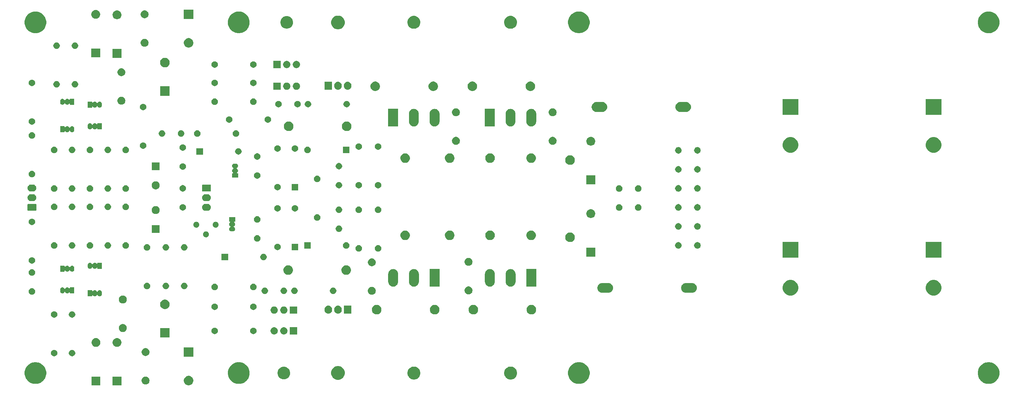
<source format=gbr>
G04 #@! TF.GenerationSoftware,KiCad,Pcbnew,(5.1.5)-3*
G04 #@! TF.CreationDate,2021-05-07T14:02:41+02:00*
G04 #@! TF.ProjectId,LeachAmp_kicad,4c656163-6841-46d7-905f-6b696361642e,rev?*
G04 #@! TF.SameCoordinates,Original*
G04 #@! TF.FileFunction,Soldermask,Top*
G04 #@! TF.FilePolarity,Negative*
%FSLAX46Y46*%
G04 Gerber Fmt 4.6, Leading zero omitted, Abs format (unit mm)*
G04 Created by KiCad (PCBNEW (5.1.5)-3) date 2021-05-07 14:02:41*
%MOMM*%
%LPD*%
G04 APERTURE LIST*
%ADD10C,0.100000*%
G04 APERTURE END LIST*
D10*
G36*
X100162000Y-140851000D02*
G01*
X97860000Y-140851000D01*
X97860000Y-138549000D01*
X100162000Y-138549000D01*
X100162000Y-140851000D01*
G37*
G36*
X94637500Y-140851000D02*
G01*
X92335500Y-140851000D01*
X92335500Y-138549000D01*
X94637500Y-138549000D01*
X94637500Y-140851000D01*
G37*
G36*
X118171903Y-138377075D02*
G01*
X118281823Y-138422605D01*
X118399571Y-138471378D01*
X118604466Y-138608285D01*
X118778715Y-138782534D01*
X118884903Y-138941455D01*
X118915623Y-138987431D01*
X119009925Y-139215097D01*
X119048576Y-139409406D01*
X119058000Y-139456787D01*
X119058000Y-139703213D01*
X119009925Y-139944903D01*
X118915622Y-140172571D01*
X118778715Y-140377466D01*
X118604466Y-140551715D01*
X118399571Y-140688622D01*
X118399570Y-140688623D01*
X118399569Y-140688623D01*
X118171903Y-140782925D01*
X117930214Y-140831000D01*
X117683786Y-140831000D01*
X117442097Y-140782925D01*
X117214431Y-140688623D01*
X117214430Y-140688623D01*
X117214429Y-140688622D01*
X117009534Y-140551715D01*
X116835285Y-140377466D01*
X116698378Y-140172571D01*
X116604075Y-139944903D01*
X116556000Y-139703213D01*
X116556000Y-139456787D01*
X116565425Y-139409406D01*
X116604075Y-139215097D01*
X116698377Y-138987431D01*
X116729097Y-138941455D01*
X116835285Y-138782534D01*
X117009534Y-138608285D01*
X117214429Y-138471378D01*
X117332178Y-138422605D01*
X117442097Y-138377075D01*
X117683786Y-138329000D01*
X117930214Y-138329000D01*
X118171903Y-138377075D01*
G37*
G36*
X106810564Y-138562389D02*
G01*
X107001833Y-138641615D01*
X107001835Y-138641616D01*
X107173973Y-138756635D01*
X107320365Y-138903027D01*
X107421976Y-139055098D01*
X107435385Y-139075167D01*
X107514611Y-139266436D01*
X107555000Y-139469484D01*
X107555000Y-139676516D01*
X107514611Y-139879564D01*
X107435385Y-140070833D01*
X107435384Y-140070835D01*
X107320365Y-140242973D01*
X107173973Y-140389365D01*
X107001835Y-140504384D01*
X107001834Y-140504385D01*
X107001833Y-140504385D01*
X106810564Y-140583611D01*
X106607516Y-140624000D01*
X106400484Y-140624000D01*
X106197436Y-140583611D01*
X106006167Y-140504385D01*
X106006166Y-140504385D01*
X106006165Y-140504384D01*
X105834027Y-140389365D01*
X105687635Y-140242973D01*
X105572616Y-140070835D01*
X105572615Y-140070833D01*
X105493389Y-139879564D01*
X105453000Y-139676516D01*
X105453000Y-139469484D01*
X105493389Y-139266436D01*
X105572615Y-139075167D01*
X105586025Y-139055098D01*
X105687635Y-138903027D01*
X105834027Y-138756635D01*
X106006165Y-138641616D01*
X106006167Y-138641615D01*
X106197436Y-138562389D01*
X106400484Y-138522000D01*
X106607516Y-138522000D01*
X106810564Y-138562389D01*
G37*
G36*
X221158606Y-134850562D02*
G01*
X221677455Y-135065476D01*
X222051524Y-135315421D01*
X222142911Y-135376484D01*
X222144407Y-135377484D01*
X222541516Y-135774593D01*
X222853524Y-136241545D01*
X223068024Y-136759395D01*
X223068438Y-136760395D01*
X223178000Y-137311200D01*
X223178000Y-137872800D01*
X223134929Y-138089331D01*
X223068438Y-138423606D01*
X222853524Y-138942455D01*
X222652706Y-139243000D01*
X222542185Y-139408407D01*
X222541516Y-139409407D01*
X222144407Y-139806516D01*
X221677455Y-140118524D01*
X221158606Y-140333438D01*
X220883202Y-140388219D01*
X220607800Y-140443000D01*
X220046200Y-140443000D01*
X219770798Y-140388219D01*
X219495394Y-140333438D01*
X218976545Y-140118524D01*
X218509593Y-139806516D01*
X218112484Y-139409407D01*
X218111816Y-139408407D01*
X218001294Y-139243000D01*
X217800476Y-138942455D01*
X217585562Y-138423606D01*
X217519071Y-138089331D01*
X217476000Y-137872800D01*
X217476000Y-137311200D01*
X217585562Y-136760395D01*
X217585976Y-136759395D01*
X217800476Y-136241545D01*
X218112484Y-135774593D01*
X218509593Y-135377484D01*
X218511090Y-135376484D01*
X218602476Y-135315421D01*
X218976545Y-135065476D01*
X219495394Y-134850562D01*
X220046200Y-134741000D01*
X220607800Y-134741000D01*
X221158606Y-134850562D01*
G37*
G36*
X131815606Y-134850562D02*
G01*
X132334455Y-135065476D01*
X132708524Y-135315421D01*
X132799911Y-135376484D01*
X132801407Y-135377484D01*
X133198516Y-135774593D01*
X133510524Y-136241545D01*
X133725024Y-136759395D01*
X133725438Y-136760395D01*
X133835000Y-137311200D01*
X133835000Y-137872800D01*
X133791929Y-138089331D01*
X133725438Y-138423606D01*
X133510524Y-138942455D01*
X133309706Y-139243000D01*
X133199185Y-139408407D01*
X133198516Y-139409407D01*
X132801407Y-139806516D01*
X132334455Y-140118524D01*
X131815606Y-140333438D01*
X131540202Y-140388219D01*
X131264800Y-140443000D01*
X130703200Y-140443000D01*
X130427798Y-140388219D01*
X130152394Y-140333438D01*
X129633545Y-140118524D01*
X129166593Y-139806516D01*
X128769484Y-139409407D01*
X128768816Y-139408407D01*
X128658294Y-139243000D01*
X128457476Y-138942455D01*
X128242562Y-138423606D01*
X128176071Y-138089331D01*
X128133000Y-137872800D01*
X128133000Y-137311200D01*
X128242562Y-136760395D01*
X128242976Y-136759395D01*
X128457476Y-136241545D01*
X128769484Y-135774593D01*
X129166593Y-135377484D01*
X129168090Y-135376484D01*
X129259476Y-135315421D01*
X129633545Y-135065476D01*
X130152394Y-134850562D01*
X130703200Y-134741000D01*
X131264800Y-134741000D01*
X131815606Y-134850562D01*
G37*
G36*
X78135202Y-134794781D02*
G01*
X78410606Y-134849562D01*
X78929455Y-135064476D01*
X79303524Y-135314421D01*
X79396406Y-135376483D01*
X79793517Y-135773594D01*
X79794185Y-135774594D01*
X80105524Y-136240545D01*
X80320438Y-136759394D01*
X80430000Y-137310201D01*
X80430000Y-137871799D01*
X80320438Y-138422606D01*
X80105524Y-138941455D01*
X79888379Y-139266435D01*
X79793517Y-139408406D01*
X79396406Y-139805517D01*
X79394909Y-139806517D01*
X78929455Y-140117524D01*
X78410606Y-140332438D01*
X78184244Y-140377464D01*
X77859800Y-140442000D01*
X77298200Y-140442000D01*
X76973756Y-140377464D01*
X76747394Y-140332438D01*
X76228545Y-140117524D01*
X75763091Y-139806517D01*
X75761594Y-139805517D01*
X75364483Y-139408406D01*
X75269621Y-139266435D01*
X75052476Y-138941455D01*
X74837562Y-138422606D01*
X74728000Y-137871799D01*
X74728000Y-137310201D01*
X74837562Y-136759394D01*
X75052476Y-136240545D01*
X75363815Y-135774594D01*
X75364483Y-135773594D01*
X75761594Y-135376483D01*
X75854476Y-135314421D01*
X76228545Y-135064476D01*
X76747394Y-134849562D01*
X77022798Y-134794781D01*
X77298200Y-134740000D01*
X77859800Y-134740000D01*
X78135202Y-134794781D01*
G37*
G36*
X328517202Y-134794781D02*
G01*
X328792606Y-134849562D01*
X329311455Y-135064476D01*
X329685524Y-135314421D01*
X329778406Y-135376483D01*
X330175517Y-135773594D01*
X330176185Y-135774594D01*
X330487524Y-136240545D01*
X330702438Y-136759394D01*
X330812000Y-137310201D01*
X330812000Y-137871799D01*
X330702438Y-138422606D01*
X330487524Y-138941455D01*
X330270379Y-139266435D01*
X330175517Y-139408406D01*
X329778406Y-139805517D01*
X329776909Y-139806517D01*
X329311455Y-140117524D01*
X328792606Y-140332438D01*
X328566244Y-140377464D01*
X328241800Y-140442000D01*
X327680200Y-140442000D01*
X327355756Y-140377464D01*
X327129394Y-140332438D01*
X326610545Y-140117524D01*
X326145091Y-139806517D01*
X326143594Y-139805517D01*
X325746483Y-139408406D01*
X325651621Y-139266435D01*
X325434476Y-138941455D01*
X325219562Y-138422606D01*
X325110000Y-137871799D01*
X325110000Y-137310201D01*
X325219562Y-136759394D01*
X325434476Y-136240545D01*
X325745815Y-135774594D01*
X325746483Y-135773594D01*
X326143594Y-135376483D01*
X326236476Y-135314421D01*
X326610545Y-135064476D01*
X327129394Y-134849562D01*
X327404798Y-134794781D01*
X327680200Y-134740000D01*
X328241800Y-134740000D01*
X328517202Y-134794781D01*
G37*
G36*
X157575331Y-135832211D02*
G01*
X157903092Y-135967974D01*
X158198070Y-136165072D01*
X158448928Y-136415930D01*
X158646026Y-136710908D01*
X158781789Y-137038669D01*
X158851000Y-137386616D01*
X158851000Y-137741384D01*
X158781789Y-138089331D01*
X158646026Y-138417092D01*
X158448928Y-138712070D01*
X158198070Y-138962928D01*
X157903092Y-139160026D01*
X157575331Y-139295789D01*
X157227384Y-139365000D01*
X156872616Y-139365000D01*
X156524669Y-139295789D01*
X156196908Y-139160026D01*
X155901930Y-138962928D01*
X155651072Y-138712070D01*
X155453974Y-138417092D01*
X155318211Y-138089331D01*
X155249000Y-137741384D01*
X155249000Y-137386616D01*
X155318211Y-137038669D01*
X155453974Y-136710908D01*
X155651072Y-136415930D01*
X155901930Y-136165072D01*
X156196908Y-135967974D01*
X156524669Y-135832211D01*
X156872616Y-135763000D01*
X157227384Y-135763000D01*
X157575331Y-135832211D01*
G37*
G36*
X177496162Y-135966368D02*
G01*
X177805724Y-136094593D01*
X177898170Y-136156363D01*
X178084324Y-136280747D01*
X178321253Y-136517676D01*
X178335869Y-136539551D01*
X178507407Y-136796276D01*
X178635632Y-137105838D01*
X178701000Y-137434465D01*
X178701000Y-137769535D01*
X178635632Y-138098162D01*
X178507407Y-138407724D01*
X178496795Y-138423606D01*
X178321253Y-138686324D01*
X178084324Y-138923253D01*
X177988277Y-138987429D01*
X177805724Y-139109407D01*
X177496162Y-139237632D01*
X177167535Y-139303000D01*
X176832465Y-139303000D01*
X176503838Y-139237632D01*
X176194276Y-139109407D01*
X176011723Y-138987429D01*
X175915676Y-138923253D01*
X175678747Y-138686324D01*
X175503205Y-138423606D01*
X175492593Y-138407724D01*
X175364368Y-138098162D01*
X175299000Y-137769535D01*
X175299000Y-137434465D01*
X175364368Y-137105838D01*
X175492593Y-136796276D01*
X175664131Y-136539551D01*
X175678747Y-136517676D01*
X175915676Y-136280747D01*
X176101830Y-136156363D01*
X176194276Y-136094593D01*
X176503838Y-135966368D01*
X176832465Y-135901000D01*
X177167535Y-135901000D01*
X177496162Y-135966368D01*
G37*
G36*
X202896162Y-135966368D02*
G01*
X203205724Y-136094593D01*
X203298170Y-136156363D01*
X203484324Y-136280747D01*
X203721253Y-136517676D01*
X203735869Y-136539551D01*
X203907407Y-136796276D01*
X204035632Y-137105838D01*
X204101000Y-137434465D01*
X204101000Y-137769535D01*
X204035632Y-138098162D01*
X203907407Y-138407724D01*
X203896795Y-138423606D01*
X203721253Y-138686324D01*
X203484324Y-138923253D01*
X203388277Y-138987429D01*
X203205724Y-139109407D01*
X202896162Y-139237632D01*
X202567535Y-139303000D01*
X202232465Y-139303000D01*
X201903838Y-139237632D01*
X201594276Y-139109407D01*
X201411723Y-138987429D01*
X201315676Y-138923253D01*
X201078747Y-138686324D01*
X200903205Y-138423606D01*
X200892593Y-138407724D01*
X200764368Y-138098162D01*
X200699000Y-137769535D01*
X200699000Y-137434465D01*
X200764368Y-137105838D01*
X200892593Y-136796276D01*
X201064131Y-136539551D01*
X201078747Y-136517676D01*
X201315676Y-136280747D01*
X201501830Y-136156363D01*
X201594276Y-136094593D01*
X201903838Y-135966368D01*
X202232465Y-135901000D01*
X202567535Y-135901000D01*
X202896162Y-135966368D01*
G37*
G36*
X143124217Y-135967974D02*
G01*
X143307579Y-136004447D01*
X143608042Y-136128903D01*
X143878451Y-136309585D01*
X144108415Y-136539549D01*
X144289097Y-136809958D01*
X144411655Y-137105838D01*
X144413553Y-137110422D01*
X144477000Y-137429389D01*
X144477000Y-137754611D01*
X144434702Y-137967256D01*
X144413553Y-138073579D01*
X144289097Y-138374042D01*
X144108415Y-138644451D01*
X143878451Y-138874415D01*
X143608042Y-139055097D01*
X143307579Y-139179553D01*
X143201256Y-139200702D01*
X142988611Y-139243000D01*
X142663389Y-139243000D01*
X142450744Y-139200702D01*
X142344421Y-139179553D01*
X142043958Y-139055097D01*
X141773549Y-138874415D01*
X141543585Y-138644451D01*
X141362903Y-138374042D01*
X141238447Y-138073579D01*
X141217298Y-137967256D01*
X141175000Y-137754611D01*
X141175000Y-137429389D01*
X141238447Y-137110422D01*
X141240346Y-137105838D01*
X141362903Y-136809958D01*
X141543585Y-136539549D01*
X141773549Y-136309585D01*
X142043958Y-136128903D01*
X142344421Y-136004447D01*
X142527783Y-135967974D01*
X142663389Y-135941000D01*
X142988611Y-135941000D01*
X143124217Y-135967974D01*
G37*
G36*
X119058000Y-133331000D02*
G01*
X116556000Y-133331000D01*
X116556000Y-130829000D01*
X119058000Y-130829000D01*
X119058000Y-133331000D01*
G37*
G36*
X82749228Y-131515703D02*
G01*
X82904100Y-131579853D01*
X83043481Y-131672985D01*
X83162015Y-131791519D01*
X83255147Y-131930900D01*
X83319297Y-132085772D01*
X83352000Y-132250184D01*
X83352000Y-132417816D01*
X83319297Y-132582228D01*
X83255147Y-132737100D01*
X83162015Y-132876481D01*
X83043481Y-132995015D01*
X82904100Y-133088147D01*
X82749228Y-133152297D01*
X82584816Y-133185000D01*
X82417184Y-133185000D01*
X82252772Y-133152297D01*
X82097900Y-133088147D01*
X81958519Y-132995015D01*
X81839985Y-132876481D01*
X81746853Y-132737100D01*
X81682703Y-132582228D01*
X81650000Y-132417816D01*
X81650000Y-132250184D01*
X81682703Y-132085772D01*
X81746853Y-131930900D01*
X81839985Y-131791519D01*
X81958519Y-131672985D01*
X82097900Y-131579853D01*
X82252772Y-131515703D01*
X82417184Y-131483000D01*
X82584816Y-131483000D01*
X82749228Y-131515703D01*
G37*
G36*
X87448228Y-131515703D02*
G01*
X87603100Y-131579853D01*
X87742481Y-131672985D01*
X87861015Y-131791519D01*
X87954147Y-131930900D01*
X88018297Y-132085772D01*
X88051000Y-132250184D01*
X88051000Y-132417816D01*
X88018297Y-132582228D01*
X87954147Y-132737100D01*
X87861015Y-132876481D01*
X87742481Y-132995015D01*
X87603100Y-133088147D01*
X87448228Y-133152297D01*
X87283816Y-133185000D01*
X87116184Y-133185000D01*
X86951772Y-133152297D01*
X86796900Y-133088147D01*
X86657519Y-132995015D01*
X86538985Y-132876481D01*
X86445853Y-132737100D01*
X86381703Y-132582228D01*
X86349000Y-132417816D01*
X86349000Y-132250184D01*
X86381703Y-132085772D01*
X86445853Y-131930900D01*
X86538985Y-131791519D01*
X86657519Y-131672985D01*
X86796900Y-131579853D01*
X86951772Y-131515703D01*
X87116184Y-131483000D01*
X87283816Y-131483000D01*
X87448228Y-131515703D01*
G37*
G36*
X106810564Y-131062389D02*
G01*
X107001833Y-131141615D01*
X107001835Y-131141616D01*
X107173973Y-131256635D01*
X107320365Y-131403027D01*
X107435385Y-131575167D01*
X107514611Y-131766436D01*
X107555000Y-131969484D01*
X107555000Y-132176516D01*
X107514611Y-132379564D01*
X107435385Y-132570833D01*
X107435384Y-132570835D01*
X107320365Y-132742973D01*
X107173973Y-132889365D01*
X107001835Y-133004384D01*
X107001834Y-133004385D01*
X107001833Y-133004385D01*
X106810564Y-133083611D01*
X106607516Y-133124000D01*
X106400484Y-133124000D01*
X106197436Y-133083611D01*
X106006167Y-133004385D01*
X106006166Y-133004385D01*
X106006165Y-133004384D01*
X105834027Y-132889365D01*
X105687635Y-132742973D01*
X105572616Y-132570835D01*
X105572615Y-132570833D01*
X105493389Y-132379564D01*
X105453000Y-132176516D01*
X105453000Y-131969484D01*
X105493389Y-131766436D01*
X105572615Y-131575167D01*
X105687635Y-131403027D01*
X105834027Y-131256635D01*
X106006165Y-131141616D01*
X106006167Y-131141615D01*
X106197436Y-131062389D01*
X106400484Y-131022000D01*
X106607516Y-131022000D01*
X106810564Y-131062389D01*
G37*
G36*
X99235549Y-128411116D02*
G01*
X99346734Y-128433232D01*
X99556203Y-128519997D01*
X99744720Y-128645960D01*
X99905040Y-128806280D01*
X100031003Y-128994797D01*
X100117768Y-129204266D01*
X100162000Y-129426636D01*
X100162000Y-129653364D01*
X100117768Y-129875734D01*
X100031003Y-130085203D01*
X99905040Y-130273720D01*
X99744720Y-130434040D01*
X99556203Y-130560003D01*
X99346734Y-130646768D01*
X99235549Y-130668884D01*
X99124365Y-130691000D01*
X98897635Y-130691000D01*
X98786451Y-130668884D01*
X98675266Y-130646768D01*
X98465797Y-130560003D01*
X98277280Y-130434040D01*
X98116960Y-130273720D01*
X97990997Y-130085203D01*
X97904232Y-129875734D01*
X97860000Y-129653364D01*
X97860000Y-129426636D01*
X97904232Y-129204266D01*
X97990997Y-128994797D01*
X98116960Y-128806280D01*
X98277280Y-128645960D01*
X98465797Y-128519997D01*
X98675266Y-128433232D01*
X98786451Y-128411116D01*
X98897635Y-128389000D01*
X99124365Y-128389000D01*
X99235549Y-128411116D01*
G37*
G36*
X93711049Y-128411116D02*
G01*
X93822234Y-128433232D01*
X94031703Y-128519997D01*
X94220220Y-128645960D01*
X94380540Y-128806280D01*
X94506503Y-128994797D01*
X94593268Y-129204266D01*
X94637500Y-129426636D01*
X94637500Y-129653364D01*
X94593268Y-129875734D01*
X94506503Y-130085203D01*
X94380540Y-130273720D01*
X94220220Y-130434040D01*
X94031703Y-130560003D01*
X93822234Y-130646768D01*
X93711049Y-130668884D01*
X93599865Y-130691000D01*
X93373135Y-130691000D01*
X93261951Y-130668884D01*
X93150766Y-130646768D01*
X92941297Y-130560003D01*
X92752780Y-130434040D01*
X92592460Y-130273720D01*
X92466497Y-130085203D01*
X92379732Y-129875734D01*
X92335500Y-129653364D01*
X92335500Y-129426636D01*
X92379732Y-129204266D01*
X92466497Y-128994797D01*
X92592460Y-128806280D01*
X92752780Y-128645960D01*
X92941297Y-128519997D01*
X93150766Y-128433232D01*
X93261951Y-128411116D01*
X93373135Y-128389000D01*
X93599865Y-128389000D01*
X93711049Y-128411116D01*
G37*
G36*
X112835000Y-128251000D02*
G01*
X110333000Y-128251000D01*
X110333000Y-125749000D01*
X112835000Y-125749000D01*
X112835000Y-128251000D01*
G37*
G36*
X140563395Y-125577546D02*
G01*
X140736466Y-125649234D01*
X140736467Y-125649235D01*
X140892227Y-125753310D01*
X141024690Y-125885773D01*
X141067284Y-125949520D01*
X141128766Y-126041534D01*
X141200454Y-126214605D01*
X141237000Y-126398333D01*
X141237000Y-126585667D01*
X141200454Y-126769395D01*
X141128766Y-126942466D01*
X141128765Y-126942467D01*
X141024690Y-127098227D01*
X140892227Y-127230690D01*
X140869092Y-127246148D01*
X140736466Y-127334766D01*
X140563395Y-127406454D01*
X140379667Y-127443000D01*
X140192333Y-127443000D01*
X140008605Y-127406454D01*
X139835534Y-127334766D01*
X139702908Y-127246148D01*
X139679773Y-127230690D01*
X139547310Y-127098227D01*
X139443235Y-126942467D01*
X139443234Y-126942466D01*
X139371546Y-126769395D01*
X139335000Y-126585667D01*
X139335000Y-126398333D01*
X139371546Y-126214605D01*
X139443234Y-126041534D01*
X139504716Y-125949520D01*
X139547310Y-125885773D01*
X139679773Y-125753310D01*
X139835533Y-125649235D01*
X139835534Y-125649234D01*
X140008605Y-125577546D01*
X140192333Y-125541000D01*
X140379667Y-125541000D01*
X140563395Y-125577546D01*
G37*
G36*
X143103395Y-125577546D02*
G01*
X143276466Y-125649234D01*
X143276467Y-125649235D01*
X143432227Y-125753310D01*
X143564690Y-125885773D01*
X143607284Y-125949520D01*
X143668766Y-126041534D01*
X143740454Y-126214605D01*
X143777000Y-126398333D01*
X143777000Y-126585667D01*
X143740454Y-126769395D01*
X143668766Y-126942466D01*
X143668765Y-126942467D01*
X143564690Y-127098227D01*
X143432227Y-127230690D01*
X143409092Y-127246148D01*
X143276466Y-127334766D01*
X143103395Y-127406454D01*
X142919667Y-127443000D01*
X142732333Y-127443000D01*
X142548605Y-127406454D01*
X142375534Y-127334766D01*
X142242908Y-127246148D01*
X142219773Y-127230690D01*
X142087310Y-127098227D01*
X141983235Y-126942467D01*
X141983234Y-126942466D01*
X141911546Y-126769395D01*
X141875000Y-126585667D01*
X141875000Y-126398333D01*
X141911546Y-126214605D01*
X141983234Y-126041534D01*
X142044716Y-125949520D01*
X142087310Y-125885773D01*
X142219773Y-125753310D01*
X142375533Y-125649235D01*
X142375534Y-125649234D01*
X142548605Y-125577546D01*
X142732333Y-125541000D01*
X142919667Y-125541000D01*
X143103395Y-125577546D01*
G37*
G36*
X146317000Y-127443000D02*
G01*
X144415000Y-127443000D01*
X144415000Y-125541000D01*
X146317000Y-125541000D01*
X146317000Y-127443000D01*
G37*
G36*
X135073228Y-125673703D02*
G01*
X135228100Y-125737853D01*
X135367481Y-125830985D01*
X135486015Y-125949519D01*
X135579147Y-126088900D01*
X135643297Y-126243772D01*
X135676000Y-126408184D01*
X135676000Y-126575816D01*
X135643297Y-126740228D01*
X135579147Y-126895100D01*
X135486015Y-127034481D01*
X135367481Y-127153015D01*
X135228100Y-127246147D01*
X135073228Y-127310297D01*
X134908816Y-127343000D01*
X134741184Y-127343000D01*
X134576772Y-127310297D01*
X134421900Y-127246147D01*
X134282519Y-127153015D01*
X134163985Y-127034481D01*
X134070853Y-126895100D01*
X134006703Y-126740228D01*
X133974000Y-126575816D01*
X133974000Y-126408184D01*
X134006703Y-126243772D01*
X134070853Y-126088900D01*
X134163985Y-125949519D01*
X134282519Y-125830985D01*
X134421900Y-125737853D01*
X134576772Y-125673703D01*
X134741184Y-125641000D01*
X134908816Y-125641000D01*
X135073228Y-125673703D01*
G37*
G36*
X124913228Y-125673703D02*
G01*
X125068100Y-125737853D01*
X125207481Y-125830985D01*
X125326015Y-125949519D01*
X125419147Y-126088900D01*
X125483297Y-126243772D01*
X125516000Y-126408184D01*
X125516000Y-126575816D01*
X125483297Y-126740228D01*
X125419147Y-126895100D01*
X125326015Y-127034481D01*
X125207481Y-127153015D01*
X125068100Y-127246147D01*
X124913228Y-127310297D01*
X124748816Y-127343000D01*
X124581184Y-127343000D01*
X124416772Y-127310297D01*
X124261900Y-127246147D01*
X124122519Y-127153015D01*
X124003985Y-127034481D01*
X123910853Y-126895100D01*
X123846703Y-126740228D01*
X123814000Y-126575816D01*
X123814000Y-126408184D01*
X123846703Y-126243772D01*
X123910853Y-126088900D01*
X124003985Y-125949519D01*
X124122519Y-125830985D01*
X124261900Y-125737853D01*
X124416772Y-125673703D01*
X124581184Y-125641000D01*
X124748816Y-125641000D01*
X124913228Y-125673703D01*
G37*
G36*
X100841564Y-124719389D02*
G01*
X101032833Y-124798615D01*
X101032835Y-124798616D01*
X101204973Y-124913635D01*
X101351365Y-125060027D01*
X101466385Y-125232167D01*
X101545611Y-125423436D01*
X101586000Y-125626484D01*
X101586000Y-125833516D01*
X101545611Y-126036564D01*
X101471864Y-126214605D01*
X101466384Y-126227835D01*
X101351365Y-126399973D01*
X101204973Y-126546365D01*
X101032835Y-126661384D01*
X101032834Y-126661385D01*
X101032833Y-126661385D01*
X100841564Y-126740611D01*
X100638516Y-126781000D01*
X100431484Y-126781000D01*
X100228436Y-126740611D01*
X100037167Y-126661385D01*
X100037166Y-126661385D01*
X100037165Y-126661384D01*
X99865027Y-126546365D01*
X99718635Y-126399973D01*
X99603616Y-126227835D01*
X99598136Y-126214605D01*
X99524389Y-126036564D01*
X99484000Y-125833516D01*
X99484000Y-125626484D01*
X99524389Y-125423436D01*
X99603615Y-125232167D01*
X99718635Y-125060027D01*
X99865027Y-124913635D01*
X100037165Y-124798616D01*
X100037167Y-124798615D01*
X100228436Y-124719389D01*
X100431484Y-124679000D01*
X100638516Y-124679000D01*
X100841564Y-124719389D01*
G37*
G36*
X82749228Y-121355703D02*
G01*
X82904100Y-121419853D01*
X83043481Y-121512985D01*
X83162015Y-121631519D01*
X83255147Y-121770900D01*
X83319297Y-121925772D01*
X83352000Y-122090184D01*
X83352000Y-122257816D01*
X83319297Y-122422228D01*
X83255147Y-122577100D01*
X83162015Y-122716481D01*
X83043481Y-122835015D01*
X82904100Y-122928147D01*
X82749228Y-122992297D01*
X82584816Y-123025000D01*
X82417184Y-123025000D01*
X82252772Y-122992297D01*
X82097900Y-122928147D01*
X81958519Y-122835015D01*
X81839985Y-122716481D01*
X81746853Y-122577100D01*
X81682703Y-122422228D01*
X81650000Y-122257816D01*
X81650000Y-122090184D01*
X81682703Y-121925772D01*
X81746853Y-121770900D01*
X81839985Y-121631519D01*
X81958519Y-121512985D01*
X82097900Y-121419853D01*
X82252772Y-121355703D01*
X82417184Y-121323000D01*
X82584816Y-121323000D01*
X82749228Y-121355703D01*
G37*
G36*
X87448228Y-121355703D02*
G01*
X87603100Y-121419853D01*
X87742481Y-121512985D01*
X87861015Y-121631519D01*
X87954147Y-121770900D01*
X88018297Y-121925772D01*
X88051000Y-122090184D01*
X88051000Y-122257816D01*
X88018297Y-122422228D01*
X87954147Y-122577100D01*
X87861015Y-122716481D01*
X87742481Y-122835015D01*
X87603100Y-122928147D01*
X87448228Y-122992297D01*
X87283816Y-123025000D01*
X87116184Y-123025000D01*
X86951772Y-122992297D01*
X86796900Y-122928147D01*
X86657519Y-122835015D01*
X86538985Y-122716481D01*
X86445853Y-122577100D01*
X86381703Y-122422228D01*
X86349000Y-122257816D01*
X86349000Y-122090184D01*
X86381703Y-121925772D01*
X86445853Y-121770900D01*
X86538985Y-121631519D01*
X86657519Y-121512985D01*
X86796900Y-121419853D01*
X86951772Y-121355703D01*
X87116184Y-121323000D01*
X87283816Y-121323000D01*
X87448228Y-121355703D01*
G37*
G36*
X208214903Y-119701075D02*
G01*
X208442571Y-119795378D01*
X208647466Y-119932285D01*
X208821715Y-120106534D01*
X208949291Y-120297464D01*
X208958623Y-120311431D01*
X209052925Y-120539097D01*
X209101000Y-120780786D01*
X209101000Y-121027214D01*
X209052925Y-121268903D01*
X209036567Y-121308396D01*
X208958622Y-121496571D01*
X208821715Y-121701466D01*
X208647466Y-121875715D01*
X208442571Y-122012622D01*
X208442570Y-122012623D01*
X208442569Y-122012623D01*
X208214903Y-122106925D01*
X207973214Y-122155000D01*
X207726786Y-122155000D01*
X207485097Y-122106925D01*
X207257431Y-122012623D01*
X207257430Y-122012623D01*
X207257429Y-122012622D01*
X207052534Y-121875715D01*
X206878285Y-121701466D01*
X206741378Y-121496571D01*
X206663434Y-121308396D01*
X206647075Y-121268903D01*
X206599000Y-121027214D01*
X206599000Y-120780786D01*
X206647075Y-120539097D01*
X206741377Y-120311431D01*
X206750709Y-120297464D01*
X206878285Y-120106534D01*
X207052534Y-119932285D01*
X207257429Y-119795378D01*
X207485097Y-119701075D01*
X207726786Y-119653000D01*
X207973214Y-119653000D01*
X208214903Y-119701075D01*
G37*
G36*
X167574903Y-119701075D02*
G01*
X167802571Y-119795378D01*
X168007466Y-119932285D01*
X168181715Y-120106534D01*
X168309291Y-120297464D01*
X168318623Y-120311431D01*
X168412925Y-120539097D01*
X168461000Y-120780786D01*
X168461000Y-121027214D01*
X168412925Y-121268903D01*
X168396567Y-121308396D01*
X168318622Y-121496571D01*
X168181715Y-121701466D01*
X168007466Y-121875715D01*
X167802571Y-122012622D01*
X167802570Y-122012623D01*
X167802569Y-122012623D01*
X167574903Y-122106925D01*
X167333214Y-122155000D01*
X167086786Y-122155000D01*
X166845097Y-122106925D01*
X166617431Y-122012623D01*
X166617430Y-122012623D01*
X166617429Y-122012622D01*
X166412534Y-121875715D01*
X166238285Y-121701466D01*
X166101378Y-121496571D01*
X166023434Y-121308396D01*
X166007075Y-121268903D01*
X165959000Y-121027214D01*
X165959000Y-120780786D01*
X166007075Y-120539097D01*
X166101377Y-120311431D01*
X166110709Y-120297464D01*
X166238285Y-120106534D01*
X166412534Y-119932285D01*
X166617429Y-119795378D01*
X166845097Y-119701075D01*
X167086786Y-119653000D01*
X167333214Y-119653000D01*
X167574903Y-119701075D01*
G37*
G36*
X182814903Y-119701075D02*
G01*
X183042571Y-119795378D01*
X183247466Y-119932285D01*
X183421715Y-120106534D01*
X183549291Y-120297464D01*
X183558623Y-120311431D01*
X183652925Y-120539097D01*
X183701000Y-120780786D01*
X183701000Y-121027214D01*
X183652925Y-121268903D01*
X183636567Y-121308396D01*
X183558622Y-121496571D01*
X183421715Y-121701466D01*
X183247466Y-121875715D01*
X183042571Y-122012622D01*
X183042570Y-122012623D01*
X183042569Y-122012623D01*
X182814903Y-122106925D01*
X182573214Y-122155000D01*
X182326786Y-122155000D01*
X182085097Y-122106925D01*
X181857431Y-122012623D01*
X181857430Y-122012623D01*
X181857429Y-122012622D01*
X181652534Y-121875715D01*
X181478285Y-121701466D01*
X181341378Y-121496571D01*
X181263434Y-121308396D01*
X181247075Y-121268903D01*
X181199000Y-121027214D01*
X181199000Y-120780786D01*
X181247075Y-120539097D01*
X181341377Y-120311431D01*
X181350709Y-120297464D01*
X181478285Y-120106534D01*
X181652534Y-119932285D01*
X181857429Y-119795378D01*
X182085097Y-119701075D01*
X182326786Y-119653000D01*
X182573214Y-119653000D01*
X182814903Y-119701075D01*
G37*
G36*
X192974903Y-119701075D02*
G01*
X193202571Y-119795378D01*
X193407466Y-119932285D01*
X193581715Y-120106534D01*
X193709291Y-120297464D01*
X193718623Y-120311431D01*
X193812925Y-120539097D01*
X193861000Y-120780786D01*
X193861000Y-121027214D01*
X193812925Y-121268903D01*
X193796567Y-121308396D01*
X193718622Y-121496571D01*
X193581715Y-121701466D01*
X193407466Y-121875715D01*
X193202571Y-122012622D01*
X193202570Y-122012623D01*
X193202569Y-122012623D01*
X192974903Y-122106925D01*
X192733214Y-122155000D01*
X192486786Y-122155000D01*
X192245097Y-122106925D01*
X192017431Y-122012623D01*
X192017430Y-122012623D01*
X192017429Y-122012622D01*
X191812534Y-121875715D01*
X191638285Y-121701466D01*
X191501378Y-121496571D01*
X191423434Y-121308396D01*
X191407075Y-121268903D01*
X191359000Y-121027214D01*
X191359000Y-120780786D01*
X191407075Y-120539097D01*
X191501377Y-120311431D01*
X191510709Y-120297464D01*
X191638285Y-120106534D01*
X191812534Y-119932285D01*
X192017429Y-119795378D01*
X192245097Y-119701075D01*
X192486786Y-119653000D01*
X192733214Y-119653000D01*
X192974903Y-119701075D01*
G37*
G36*
X146317000Y-121982000D02*
G01*
X144415000Y-121982000D01*
X144415000Y-120080000D01*
X146317000Y-120080000D01*
X146317000Y-121982000D01*
G37*
G36*
X140563395Y-120116546D02*
G01*
X140736466Y-120188234D01*
X140736467Y-120188235D01*
X140892227Y-120292310D01*
X141024690Y-120424773D01*
X141024691Y-120424775D01*
X141128766Y-120580534D01*
X141200454Y-120753605D01*
X141237000Y-120937333D01*
X141237000Y-121124667D01*
X141200454Y-121308395D01*
X141128766Y-121481466D01*
X141077081Y-121558818D01*
X141024690Y-121637227D01*
X140892227Y-121769690D01*
X140861955Y-121789917D01*
X140736466Y-121873766D01*
X140563395Y-121945454D01*
X140379667Y-121982000D01*
X140192333Y-121982000D01*
X140008605Y-121945454D01*
X139835534Y-121873766D01*
X139710045Y-121789917D01*
X139679773Y-121769690D01*
X139547310Y-121637227D01*
X139494919Y-121558818D01*
X139443234Y-121481466D01*
X139371546Y-121308395D01*
X139335000Y-121124667D01*
X139335000Y-120937333D01*
X139371546Y-120753605D01*
X139443234Y-120580534D01*
X139547309Y-120424775D01*
X139547310Y-120424773D01*
X139679773Y-120292310D01*
X139835533Y-120188235D01*
X139835534Y-120188234D01*
X140008605Y-120116546D01*
X140192333Y-120080000D01*
X140379667Y-120080000D01*
X140563395Y-120116546D01*
G37*
G36*
X143103395Y-120116546D02*
G01*
X143276466Y-120188234D01*
X143276467Y-120188235D01*
X143432227Y-120292310D01*
X143564690Y-120424773D01*
X143564691Y-120424775D01*
X143668766Y-120580534D01*
X143740454Y-120753605D01*
X143777000Y-120937333D01*
X143777000Y-121124667D01*
X143740454Y-121308395D01*
X143668766Y-121481466D01*
X143617081Y-121558818D01*
X143564690Y-121637227D01*
X143432227Y-121769690D01*
X143401955Y-121789917D01*
X143276466Y-121873766D01*
X143103395Y-121945454D01*
X142919667Y-121982000D01*
X142732333Y-121982000D01*
X142548605Y-121945454D01*
X142375534Y-121873766D01*
X142250045Y-121789917D01*
X142219773Y-121769690D01*
X142087310Y-121637227D01*
X142034919Y-121558818D01*
X141983234Y-121481466D01*
X141911546Y-121308395D01*
X141875000Y-121124667D01*
X141875000Y-120937333D01*
X141911546Y-120753605D01*
X141983234Y-120580534D01*
X142087309Y-120424775D01*
X142087310Y-120424773D01*
X142219773Y-120292310D01*
X142375533Y-120188235D01*
X142375534Y-120188234D01*
X142548605Y-120116546D01*
X142732333Y-120080000D01*
X142919667Y-120080000D01*
X143103395Y-120116546D01*
G37*
G36*
X154706720Y-119867520D02*
G01*
X154895881Y-119924901D01*
X154895883Y-119924902D01*
X154915820Y-119935559D01*
X155070212Y-120018083D01*
X155223015Y-120143485D01*
X155348417Y-120296288D01*
X155356510Y-120311429D01*
X155441598Y-120470617D01*
X155441599Y-120470620D01*
X155498980Y-120659781D01*
X155513500Y-120807207D01*
X155513500Y-121000794D01*
X155498980Y-121148220D01*
X155441599Y-121337381D01*
X155348417Y-121511712D01*
X155223015Y-121664515D01*
X155070212Y-121789917D01*
X154988333Y-121833682D01*
X154895883Y-121883098D01*
X154895880Y-121883099D01*
X154706719Y-121940480D01*
X154510000Y-121959855D01*
X154313280Y-121940480D01*
X154124119Y-121883099D01*
X154110305Y-121875715D01*
X154104180Y-121872441D01*
X153949788Y-121789917D01*
X153796985Y-121664515D01*
X153671583Y-121511712D01*
X153627818Y-121429833D01*
X153578402Y-121337383D01*
X153557629Y-121268903D01*
X153521020Y-121148219D01*
X153506500Y-121000793D01*
X153506500Y-120807206D01*
X153521020Y-120659780D01*
X153578401Y-120470619D01*
X153671583Y-120296288D01*
X153796985Y-120143485D01*
X153949788Y-120018083D01*
X154124120Y-119924901D01*
X154313281Y-119867520D01*
X154510000Y-119848145D01*
X154706720Y-119867520D01*
G37*
G36*
X157246720Y-119867520D02*
G01*
X157435881Y-119924901D01*
X157435883Y-119924902D01*
X157455820Y-119935559D01*
X157610212Y-120018083D01*
X157763015Y-120143485D01*
X157888417Y-120296288D01*
X157896510Y-120311429D01*
X157981598Y-120470617D01*
X157981599Y-120470620D01*
X158038980Y-120659781D01*
X158053500Y-120807207D01*
X158053500Y-121000794D01*
X158038980Y-121148220D01*
X157981599Y-121337381D01*
X157888417Y-121511712D01*
X157763015Y-121664515D01*
X157610212Y-121789917D01*
X157528333Y-121833682D01*
X157435883Y-121883098D01*
X157435880Y-121883099D01*
X157246719Y-121940480D01*
X157050000Y-121959855D01*
X156853280Y-121940480D01*
X156664119Y-121883099D01*
X156650305Y-121875715D01*
X156644180Y-121872441D01*
X156489788Y-121789917D01*
X156336985Y-121664515D01*
X156211583Y-121511712D01*
X156167818Y-121429833D01*
X156118402Y-121337383D01*
X156097629Y-121268903D01*
X156061020Y-121148219D01*
X156046500Y-121000793D01*
X156046500Y-120807206D01*
X156061020Y-120659780D01*
X156118401Y-120470619D01*
X156211583Y-120296288D01*
X156336985Y-120143485D01*
X156489788Y-120018083D01*
X156664120Y-119924901D01*
X156853281Y-119867520D01*
X157050000Y-119848145D01*
X157246720Y-119867520D01*
G37*
G36*
X160593500Y-121955000D02*
G01*
X158586500Y-121955000D01*
X158586500Y-119853000D01*
X160593500Y-119853000D01*
X160593500Y-121955000D01*
G37*
G36*
X124913228Y-119323703D02*
G01*
X125068100Y-119387853D01*
X125207481Y-119480985D01*
X125326015Y-119599519D01*
X125419147Y-119738900D01*
X125483297Y-119893772D01*
X125516000Y-120058184D01*
X125516000Y-120225816D01*
X125483297Y-120390228D01*
X125419147Y-120545100D01*
X125326015Y-120684481D01*
X125207481Y-120803015D01*
X125068100Y-120896147D01*
X124913228Y-120960297D01*
X124748816Y-120993000D01*
X124581184Y-120993000D01*
X124416772Y-120960297D01*
X124261900Y-120896147D01*
X124122519Y-120803015D01*
X124003985Y-120684481D01*
X123910853Y-120545100D01*
X123846703Y-120390228D01*
X123814000Y-120225816D01*
X123814000Y-120058184D01*
X123846703Y-119893772D01*
X123910853Y-119738900D01*
X124003985Y-119599519D01*
X124122519Y-119480985D01*
X124261900Y-119387853D01*
X124416772Y-119323703D01*
X124581184Y-119291000D01*
X124748816Y-119291000D01*
X124913228Y-119323703D01*
G37*
G36*
X135073228Y-119323703D02*
G01*
X135228100Y-119387853D01*
X135367481Y-119480985D01*
X135486015Y-119599519D01*
X135579147Y-119738900D01*
X135643297Y-119893772D01*
X135676000Y-120058184D01*
X135676000Y-120225816D01*
X135643297Y-120390228D01*
X135579147Y-120545100D01*
X135486015Y-120684481D01*
X135367481Y-120803015D01*
X135228100Y-120896147D01*
X135073228Y-120960297D01*
X134908816Y-120993000D01*
X134741184Y-120993000D01*
X134576772Y-120960297D01*
X134421900Y-120896147D01*
X134282519Y-120803015D01*
X134163985Y-120684481D01*
X134070853Y-120545100D01*
X134006703Y-120390228D01*
X133974000Y-120225816D01*
X133974000Y-120058184D01*
X134006703Y-119893772D01*
X134070853Y-119738900D01*
X134163985Y-119599519D01*
X134282519Y-119480985D01*
X134421900Y-119387853D01*
X134576772Y-119323703D01*
X134741184Y-119291000D01*
X134908816Y-119291000D01*
X135073228Y-119323703D01*
G37*
G36*
X111948903Y-118297075D02*
G01*
X112176571Y-118391378D01*
X112381466Y-118528285D01*
X112555715Y-118702534D01*
X112687640Y-118899973D01*
X112692623Y-118907431D01*
X112786925Y-119135097D01*
X112835000Y-119376786D01*
X112835000Y-119623214D01*
X112811988Y-119738903D01*
X112786925Y-119864903D01*
X112692622Y-120092571D01*
X112555715Y-120297466D01*
X112381466Y-120471715D01*
X112176571Y-120608622D01*
X112176570Y-120608623D01*
X112176569Y-120608623D01*
X111948903Y-120702925D01*
X111707214Y-120751000D01*
X111460786Y-120751000D01*
X111219097Y-120702925D01*
X110991431Y-120608623D01*
X110991430Y-120608623D01*
X110991429Y-120608622D01*
X110786534Y-120471715D01*
X110612285Y-120297466D01*
X110475378Y-120092571D01*
X110381075Y-119864903D01*
X110356012Y-119738903D01*
X110333000Y-119623214D01*
X110333000Y-119376786D01*
X110381075Y-119135097D01*
X110475377Y-118907431D01*
X110480360Y-118899973D01*
X110612285Y-118702534D01*
X110786534Y-118528285D01*
X110991429Y-118391378D01*
X111219097Y-118297075D01*
X111460786Y-118249000D01*
X111707214Y-118249000D01*
X111948903Y-118297075D01*
G37*
G36*
X100841564Y-117219389D02*
G01*
X101017452Y-117292244D01*
X101032835Y-117298616D01*
X101152637Y-117378665D01*
X101204973Y-117413635D01*
X101351365Y-117560027D01*
X101466385Y-117732167D01*
X101545611Y-117923436D01*
X101586000Y-118126484D01*
X101586000Y-118333516D01*
X101545611Y-118536564D01*
X101476864Y-118702534D01*
X101466384Y-118727835D01*
X101351365Y-118899973D01*
X101204973Y-119046365D01*
X101032835Y-119161384D01*
X101032834Y-119161385D01*
X101032833Y-119161385D01*
X100841564Y-119240611D01*
X100638516Y-119281000D01*
X100431484Y-119281000D01*
X100228436Y-119240611D01*
X100037167Y-119161385D01*
X100037166Y-119161385D01*
X100037165Y-119161384D01*
X99865027Y-119046365D01*
X99718635Y-118899973D01*
X99603616Y-118727835D01*
X99593136Y-118702534D01*
X99524389Y-118536564D01*
X99484000Y-118333516D01*
X99484000Y-118126484D01*
X99524389Y-117923436D01*
X99603615Y-117732167D01*
X99718635Y-117560027D01*
X99865027Y-117413635D01*
X99917363Y-117378665D01*
X100037165Y-117298616D01*
X100052548Y-117292244D01*
X100228436Y-117219389D01*
X100431484Y-117179000D01*
X100638516Y-117179000D01*
X100841564Y-117219389D01*
G37*
G36*
X94551915Y-115793334D02*
G01*
X94660491Y-115826271D01*
X94660494Y-115826272D01*
X94696600Y-115845571D01*
X94760556Y-115879756D01*
X94848264Y-115951736D01*
X94920244Y-116039443D01*
X94954429Y-116103399D01*
X94973728Y-116139505D01*
X94973729Y-116139508D01*
X95006666Y-116248084D01*
X95015000Y-116332702D01*
X95015000Y-116839297D01*
X95006666Y-116923916D01*
X94974252Y-117030767D01*
X94973728Y-117032495D01*
X94963761Y-117051141D01*
X94920244Y-117132557D01*
X94848264Y-117220264D01*
X94760557Y-117292244D01*
X94696601Y-117326429D01*
X94660495Y-117345728D01*
X94660492Y-117345729D01*
X94551916Y-117378666D01*
X94439000Y-117389787D01*
X94326085Y-117378666D01*
X94217509Y-117345729D01*
X94217506Y-117345728D01*
X94181400Y-117326429D01*
X94117444Y-117292244D01*
X94029737Y-117220264D01*
X93957757Y-117132557D01*
X93914239Y-117051141D01*
X93900625Y-117030766D01*
X93883298Y-117013439D01*
X93862924Y-116999826D01*
X93840285Y-116990448D01*
X93816252Y-116985668D01*
X93791748Y-116985668D01*
X93767715Y-116990448D01*
X93745076Y-116999826D01*
X93724701Y-117013440D01*
X93707374Y-117030767D01*
X93693761Y-117051141D01*
X93650244Y-117132557D01*
X93578264Y-117220264D01*
X93490557Y-117292244D01*
X93426601Y-117326429D01*
X93390495Y-117345728D01*
X93390492Y-117345729D01*
X93281916Y-117378666D01*
X93169000Y-117389787D01*
X93056085Y-117378666D01*
X92947509Y-117345729D01*
X92947506Y-117345728D01*
X92911400Y-117326429D01*
X92847444Y-117292244D01*
X92759737Y-117220264D01*
X92696622Y-117143359D01*
X92679297Y-117126034D01*
X92658923Y-117112420D01*
X92636284Y-117103043D01*
X92612250Y-117098263D01*
X92587746Y-117098263D01*
X92563713Y-117103044D01*
X92541074Y-117112421D01*
X92520700Y-117126035D01*
X92503373Y-117143362D01*
X92489759Y-117163736D01*
X92480382Y-117186375D01*
X92475000Y-117222660D01*
X92475000Y-117387000D01*
X91323000Y-117387000D01*
X91323000Y-115785000D01*
X92475000Y-115785000D01*
X92475000Y-115949341D01*
X92477402Y-115973727D01*
X92484515Y-115997176D01*
X92496066Y-116018787D01*
X92511611Y-116037729D01*
X92530553Y-116053274D01*
X92552164Y-116064825D01*
X92575613Y-116071938D01*
X92599999Y-116074340D01*
X92624385Y-116071938D01*
X92647834Y-116064825D01*
X92669445Y-116053274D01*
X92688387Y-116037729D01*
X92696608Y-116028657D01*
X92759736Y-115951736D01*
X92847443Y-115879756D01*
X92911399Y-115845571D01*
X92947505Y-115826272D01*
X92947508Y-115826271D01*
X93056084Y-115793334D01*
X93169000Y-115782213D01*
X93281915Y-115793334D01*
X93390491Y-115826271D01*
X93390494Y-115826272D01*
X93426600Y-115845571D01*
X93490556Y-115879756D01*
X93578264Y-115951736D01*
X93650244Y-116039443D01*
X93693761Y-116120859D01*
X93707375Y-116141234D01*
X93724702Y-116158561D01*
X93745076Y-116172174D01*
X93767715Y-116181552D01*
X93791748Y-116186332D01*
X93816252Y-116186332D01*
X93840285Y-116181552D01*
X93862924Y-116172174D01*
X93883299Y-116158560D01*
X93900626Y-116141233D01*
X93914239Y-116120860D01*
X93957756Y-116039444D01*
X94029736Y-115951736D01*
X94117443Y-115879756D01*
X94181399Y-115845571D01*
X94217505Y-115826272D01*
X94217508Y-115826271D01*
X94326084Y-115793334D01*
X94439000Y-115782213D01*
X94551915Y-115793334D01*
G37*
G36*
X314112254Y-113183818D02*
G01*
X314485511Y-113338426D01*
X314485513Y-113338427D01*
X314821436Y-113562884D01*
X315107116Y-113848564D01*
X315300859Y-114138520D01*
X315331574Y-114184489D01*
X315486182Y-114557746D01*
X315565000Y-114953993D01*
X315565000Y-115358007D01*
X315486182Y-115754254D01*
X315337420Y-116113397D01*
X315331573Y-116127513D01*
X315107116Y-116463436D01*
X314821436Y-116749116D01*
X314485513Y-116973573D01*
X314485512Y-116973574D01*
X314485511Y-116973574D01*
X314112254Y-117128182D01*
X313716007Y-117207000D01*
X313311993Y-117207000D01*
X312915746Y-117128182D01*
X312542489Y-116973574D01*
X312542488Y-116973574D01*
X312542487Y-116973573D01*
X312206564Y-116749116D01*
X311920884Y-116463436D01*
X311696427Y-116127513D01*
X311690580Y-116113397D01*
X311541818Y-115754254D01*
X311463000Y-115358007D01*
X311463000Y-114953993D01*
X311541818Y-114557746D01*
X311696426Y-114184489D01*
X311727142Y-114138520D01*
X311920884Y-113848564D01*
X312206564Y-113562884D01*
X312542487Y-113338427D01*
X312542489Y-113338426D01*
X312915746Y-113183818D01*
X313311993Y-113105000D01*
X313716007Y-113105000D01*
X314112254Y-113183818D01*
G37*
G36*
X276520254Y-113183818D02*
G01*
X276893511Y-113338426D01*
X276893513Y-113338427D01*
X277229436Y-113562884D01*
X277515116Y-113848564D01*
X277708859Y-114138520D01*
X277739574Y-114184489D01*
X277894182Y-114557746D01*
X277973000Y-114953993D01*
X277973000Y-115358007D01*
X277894182Y-115754254D01*
X277745420Y-116113397D01*
X277739573Y-116127513D01*
X277515116Y-116463436D01*
X277229436Y-116749116D01*
X276893513Y-116973573D01*
X276893512Y-116973574D01*
X276893511Y-116973574D01*
X276520254Y-117128182D01*
X276124007Y-117207000D01*
X275719993Y-117207000D01*
X275323746Y-117128182D01*
X274950489Y-116973574D01*
X274950488Y-116973574D01*
X274950487Y-116973573D01*
X274614564Y-116749116D01*
X274328884Y-116463436D01*
X274104427Y-116127513D01*
X274098580Y-116113397D01*
X273949818Y-115754254D01*
X273871000Y-115358007D01*
X273871000Y-114953993D01*
X273949818Y-114557746D01*
X274104426Y-114184489D01*
X274135142Y-114138520D01*
X274328884Y-113848564D01*
X274614564Y-113562884D01*
X274950487Y-113338427D01*
X274950489Y-113338426D01*
X275323746Y-113183818D01*
X275719993Y-113105000D01*
X276124007Y-113105000D01*
X276520254Y-113183818D01*
G37*
G36*
X166246564Y-114940389D02*
G01*
X166435904Y-115018816D01*
X166437835Y-115019616D01*
X166609973Y-115134635D01*
X166756365Y-115281027D01*
X166859345Y-115435147D01*
X166871385Y-115453167D01*
X166950611Y-115644436D01*
X166991000Y-115847484D01*
X166991000Y-116054516D01*
X166950611Y-116257564D01*
X166892945Y-116396782D01*
X166871384Y-116448835D01*
X166756365Y-116620973D01*
X166609973Y-116767365D01*
X166437835Y-116882384D01*
X166437834Y-116882385D01*
X166437833Y-116882385D01*
X166246564Y-116961611D01*
X166043516Y-117002000D01*
X165836484Y-117002000D01*
X165633436Y-116961611D01*
X165442167Y-116882385D01*
X165442166Y-116882385D01*
X165442165Y-116882384D01*
X165270027Y-116767365D01*
X165123635Y-116620973D01*
X165008616Y-116448835D01*
X164987055Y-116396782D01*
X164929389Y-116257564D01*
X164889000Y-116054516D01*
X164889000Y-115847484D01*
X164929389Y-115644436D01*
X165008615Y-115453167D01*
X165020656Y-115435147D01*
X165123635Y-115281027D01*
X165270027Y-115134635D01*
X165442165Y-115019616D01*
X165444096Y-115018816D01*
X165633436Y-114940389D01*
X165836484Y-114900000D01*
X166043516Y-114900000D01*
X166246564Y-114940389D01*
G37*
G36*
X76907228Y-115306703D02*
G01*
X77062100Y-115370853D01*
X77201481Y-115463985D01*
X77320015Y-115582519D01*
X77413147Y-115721900D01*
X77477297Y-115876772D01*
X77510000Y-116041184D01*
X77510000Y-116208816D01*
X77477297Y-116373228D01*
X77413147Y-116528100D01*
X77320015Y-116667481D01*
X77201481Y-116786015D01*
X77062100Y-116879147D01*
X76907228Y-116943297D01*
X76742816Y-116976000D01*
X76575184Y-116976000D01*
X76410772Y-116943297D01*
X76255900Y-116879147D01*
X76116519Y-116786015D01*
X75997985Y-116667481D01*
X75904853Y-116528100D01*
X75840703Y-116373228D01*
X75808000Y-116208816D01*
X75808000Y-116041184D01*
X75840703Y-115876772D01*
X75904853Y-115721900D01*
X75997985Y-115582519D01*
X76116519Y-115463985D01*
X76255900Y-115370853D01*
X76410772Y-115306703D01*
X76575184Y-115274000D01*
X76742816Y-115274000D01*
X76907228Y-115306703D01*
G37*
G36*
X191646564Y-114820389D02*
G01*
X191837833Y-114899615D01*
X191837835Y-114899616D01*
X192009973Y-115014635D01*
X192156365Y-115161027D01*
X192253703Y-115306703D01*
X192271385Y-115333167D01*
X192350611Y-115524436D01*
X192391000Y-115727484D01*
X192391000Y-115934516D01*
X192350611Y-116137564D01*
X192293279Y-116275975D01*
X192271384Y-116328835D01*
X192156365Y-116500973D01*
X192009973Y-116647365D01*
X191837835Y-116762384D01*
X191837834Y-116762385D01*
X191837833Y-116762385D01*
X191646564Y-116841611D01*
X191443516Y-116882000D01*
X191236484Y-116882000D01*
X191033436Y-116841611D01*
X190842167Y-116762385D01*
X190842166Y-116762385D01*
X190842165Y-116762384D01*
X190670027Y-116647365D01*
X190523635Y-116500973D01*
X190408616Y-116328835D01*
X190386721Y-116275975D01*
X190329389Y-116137564D01*
X190289000Y-115934516D01*
X190289000Y-115727484D01*
X190329389Y-115524436D01*
X190408615Y-115333167D01*
X190426298Y-115306703D01*
X190523635Y-115161027D01*
X190670027Y-115014635D01*
X190842165Y-114899616D01*
X190842167Y-114899615D01*
X191033436Y-114820389D01*
X191236484Y-114780000D01*
X191443516Y-114780000D01*
X191646564Y-114820389D01*
G37*
G36*
X138074228Y-115132703D02*
G01*
X138229100Y-115196853D01*
X138368481Y-115289985D01*
X138487015Y-115408519D01*
X138580147Y-115547900D01*
X138644297Y-115702772D01*
X138677000Y-115867184D01*
X138677000Y-116034816D01*
X138644297Y-116199228D01*
X138580147Y-116354100D01*
X138487015Y-116493481D01*
X138368481Y-116612015D01*
X138229100Y-116705147D01*
X138074228Y-116769297D01*
X137909816Y-116802000D01*
X137742184Y-116802000D01*
X137577772Y-116769297D01*
X137422900Y-116705147D01*
X137283519Y-116612015D01*
X137164985Y-116493481D01*
X137071853Y-116354100D01*
X137007703Y-116199228D01*
X136975000Y-116034816D01*
X136975000Y-115867184D01*
X137007703Y-115702772D01*
X137071853Y-115547900D01*
X137164985Y-115408519D01*
X137283519Y-115289985D01*
X137422900Y-115196853D01*
X137577772Y-115132703D01*
X137742184Y-115100000D01*
X137909816Y-115100000D01*
X138074228Y-115132703D01*
G37*
G36*
X156028228Y-115132703D02*
G01*
X156183100Y-115196853D01*
X156322481Y-115289985D01*
X156441015Y-115408519D01*
X156534147Y-115547900D01*
X156598297Y-115702772D01*
X156631000Y-115867184D01*
X156631000Y-116034816D01*
X156598297Y-116199228D01*
X156534147Y-116354100D01*
X156441015Y-116493481D01*
X156322481Y-116612015D01*
X156183100Y-116705147D01*
X156028228Y-116769297D01*
X155863816Y-116802000D01*
X155696184Y-116802000D01*
X155531772Y-116769297D01*
X155376900Y-116705147D01*
X155237519Y-116612015D01*
X155118985Y-116493481D01*
X155025853Y-116354100D01*
X154961703Y-116199228D01*
X154929000Y-116034816D01*
X154929000Y-115867184D01*
X154961703Y-115702772D01*
X155025853Y-115547900D01*
X155118985Y-115408519D01*
X155237519Y-115289985D01*
X155376900Y-115196853D01*
X155531772Y-115132703D01*
X155696184Y-115100000D01*
X155863816Y-115100000D01*
X156028228Y-115132703D01*
G37*
G36*
X143074228Y-115132703D02*
G01*
X143229100Y-115196853D01*
X143368481Y-115289985D01*
X143487015Y-115408519D01*
X143580147Y-115547900D01*
X143644297Y-115702772D01*
X143677000Y-115867184D01*
X143677000Y-116034816D01*
X143644297Y-116199228D01*
X143580147Y-116354100D01*
X143487015Y-116493481D01*
X143368481Y-116612015D01*
X143229100Y-116705147D01*
X143074228Y-116769297D01*
X142909816Y-116802000D01*
X142742184Y-116802000D01*
X142577772Y-116769297D01*
X142422900Y-116705147D01*
X142283519Y-116612015D01*
X142164985Y-116493481D01*
X142071853Y-116354100D01*
X142007703Y-116199228D01*
X141975000Y-116034816D01*
X141975000Y-115867184D01*
X142007703Y-115702772D01*
X142071853Y-115547900D01*
X142164985Y-115408519D01*
X142283519Y-115289985D01*
X142422900Y-115196853D01*
X142577772Y-115132703D01*
X142742184Y-115100000D01*
X142909816Y-115100000D01*
X143074228Y-115132703D01*
G37*
G36*
X145868228Y-115132703D02*
G01*
X146023100Y-115196853D01*
X146162481Y-115289985D01*
X146281015Y-115408519D01*
X146374147Y-115547900D01*
X146438297Y-115702772D01*
X146471000Y-115867184D01*
X146471000Y-116034816D01*
X146438297Y-116199228D01*
X146374147Y-116354100D01*
X146281015Y-116493481D01*
X146162481Y-116612015D01*
X146023100Y-116705147D01*
X145868228Y-116769297D01*
X145703816Y-116802000D01*
X145536184Y-116802000D01*
X145371772Y-116769297D01*
X145216900Y-116705147D01*
X145077519Y-116612015D01*
X144958985Y-116493481D01*
X144865853Y-116354100D01*
X144801703Y-116199228D01*
X144769000Y-116034816D01*
X144769000Y-115867184D01*
X144801703Y-115702772D01*
X144865853Y-115547900D01*
X144958985Y-115408519D01*
X145077519Y-115289985D01*
X145216900Y-115196853D01*
X145371772Y-115132703D01*
X145536184Y-115100000D01*
X145703816Y-115100000D01*
X145868228Y-115132703D01*
G37*
G36*
X86042916Y-115031334D02*
G01*
X86151492Y-115064271D01*
X86151495Y-115064272D01*
X86187601Y-115083571D01*
X86251557Y-115117756D01*
X86339264Y-115189736D01*
X86402383Y-115266646D01*
X86419702Y-115283965D01*
X86440077Y-115297579D01*
X86462716Y-115306957D01*
X86486749Y-115311737D01*
X86511253Y-115311737D01*
X86535286Y-115306957D01*
X86557925Y-115297579D01*
X86578299Y-115283966D01*
X86595626Y-115266639D01*
X86609240Y-115246264D01*
X86618618Y-115223625D01*
X86623398Y-115199592D01*
X86624000Y-115187340D01*
X86624000Y-115023000D01*
X87776000Y-115023000D01*
X87776000Y-116625000D01*
X86624000Y-116625000D01*
X86624000Y-116460660D01*
X86621598Y-116436274D01*
X86614485Y-116412825D01*
X86602934Y-116391214D01*
X86587389Y-116372272D01*
X86568447Y-116356727D01*
X86546836Y-116345176D01*
X86523387Y-116338063D01*
X86499001Y-116335661D01*
X86474615Y-116338063D01*
X86451166Y-116345176D01*
X86429555Y-116356727D01*
X86402381Y-116381356D01*
X86339264Y-116458264D01*
X86251556Y-116530244D01*
X86187600Y-116564429D01*
X86151494Y-116583728D01*
X86151491Y-116583729D01*
X86042915Y-116616666D01*
X85930000Y-116627787D01*
X85817084Y-116616666D01*
X85708508Y-116583729D01*
X85708505Y-116583728D01*
X85672399Y-116564429D01*
X85608443Y-116530244D01*
X85520736Y-116458264D01*
X85448756Y-116370556D01*
X85405239Y-116289140D01*
X85391625Y-116268766D01*
X85374298Y-116251439D01*
X85353924Y-116237825D01*
X85331285Y-116228448D01*
X85307251Y-116223668D01*
X85282747Y-116223668D01*
X85258714Y-116228449D01*
X85236075Y-116237826D01*
X85215701Y-116251440D01*
X85198374Y-116268767D01*
X85184762Y-116289140D01*
X85141244Y-116370557D01*
X85069264Y-116458264D01*
X84981556Y-116530244D01*
X84917600Y-116564429D01*
X84881494Y-116583728D01*
X84881491Y-116583729D01*
X84772915Y-116616666D01*
X84660000Y-116627787D01*
X84547084Y-116616666D01*
X84438508Y-116583729D01*
X84438505Y-116583728D01*
X84402399Y-116564429D01*
X84338443Y-116530244D01*
X84250736Y-116458264D01*
X84178756Y-116370556D01*
X84135239Y-116289140D01*
X84125272Y-116270494D01*
X84119492Y-116251440D01*
X84092334Y-116161915D01*
X84084000Y-116077297D01*
X84084000Y-115570702D01*
X84092334Y-115486084D01*
X84125271Y-115377508D01*
X84125272Y-115377505D01*
X84178756Y-115277445D01*
X84178757Y-115277443D01*
X84250737Y-115189736D01*
X84338444Y-115117756D01*
X84402400Y-115083571D01*
X84438506Y-115064272D01*
X84438509Y-115064271D01*
X84547085Y-115031334D01*
X84660000Y-115020213D01*
X84772916Y-115031334D01*
X84881492Y-115064271D01*
X84881495Y-115064272D01*
X84917601Y-115083571D01*
X84981557Y-115117756D01*
X85069264Y-115189736D01*
X85141244Y-115277443D01*
X85173665Y-115338100D01*
X85184761Y-115358859D01*
X85198375Y-115379234D01*
X85215702Y-115396561D01*
X85236076Y-115410174D01*
X85258715Y-115419552D01*
X85282748Y-115424332D01*
X85307252Y-115424332D01*
X85331285Y-115419552D01*
X85353924Y-115410174D01*
X85374299Y-115396560D01*
X85391626Y-115379233D01*
X85405239Y-115358859D01*
X85448756Y-115277445D01*
X85448757Y-115277443D01*
X85520737Y-115189736D01*
X85608444Y-115117756D01*
X85672400Y-115083571D01*
X85708506Y-115064272D01*
X85708509Y-115064271D01*
X85817085Y-115031334D01*
X85930000Y-115020213D01*
X86042916Y-115031334D01*
G37*
G36*
X228161473Y-113897413D02*
G01*
X228257040Y-113906825D01*
X228502280Y-113981218D01*
X228502282Y-113981219D01*
X228579105Y-114022282D01*
X228728294Y-114102025D01*
X228772762Y-114138519D01*
X228926397Y-114264603D01*
X229031374Y-114392519D01*
X229088975Y-114462706D01*
X229209782Y-114688720D01*
X229284175Y-114933960D01*
X229309294Y-115189000D01*
X229284175Y-115444040D01*
X229223386Y-115644435D01*
X229209781Y-115689282D01*
X229175565Y-115753295D01*
X229088975Y-115915294D01*
X229059067Y-115951737D01*
X228926397Y-116113397D01*
X228786204Y-116228449D01*
X228728294Y-116275975D01*
X228728292Y-116275976D01*
X228546347Y-116373228D01*
X228502280Y-116396782D01*
X228257040Y-116471175D01*
X228161473Y-116480587D01*
X228065906Y-116490000D01*
X226438094Y-116490000D01*
X226342527Y-116480587D01*
X226246960Y-116471175D01*
X226001720Y-116396782D01*
X225957654Y-116373228D01*
X225775708Y-116275976D01*
X225775706Y-116275975D01*
X225717796Y-116228449D01*
X225577603Y-116113397D01*
X225444933Y-115951737D01*
X225415025Y-115915294D01*
X225328435Y-115753295D01*
X225294219Y-115689282D01*
X225280615Y-115644435D01*
X225219825Y-115444040D01*
X225194706Y-115189000D01*
X225219825Y-114933960D01*
X225294218Y-114688720D01*
X225415025Y-114462706D01*
X225472626Y-114392519D01*
X225577603Y-114264603D01*
X225731238Y-114138519D01*
X225775706Y-114102025D01*
X225924895Y-114022282D01*
X226001718Y-113981219D01*
X226001720Y-113981218D01*
X226246960Y-113906825D01*
X226342527Y-113897413D01*
X226438094Y-113888000D01*
X228065906Y-113888000D01*
X228161473Y-113897413D01*
G37*
G36*
X250161473Y-113897413D02*
G01*
X250257040Y-113906825D01*
X250502280Y-113981218D01*
X250502282Y-113981219D01*
X250579105Y-114022282D01*
X250728294Y-114102025D01*
X250772762Y-114138519D01*
X250926397Y-114264603D01*
X251031374Y-114392519D01*
X251088975Y-114462706D01*
X251209782Y-114688720D01*
X251284175Y-114933960D01*
X251309294Y-115189000D01*
X251284175Y-115444040D01*
X251223386Y-115644435D01*
X251209781Y-115689282D01*
X251175565Y-115753295D01*
X251088975Y-115915294D01*
X251059067Y-115951737D01*
X250926397Y-116113397D01*
X250786204Y-116228449D01*
X250728294Y-116275975D01*
X250728292Y-116275976D01*
X250546347Y-116373228D01*
X250502280Y-116396782D01*
X250257040Y-116471175D01*
X250161473Y-116480587D01*
X250065906Y-116490000D01*
X248438094Y-116490000D01*
X248342527Y-116480587D01*
X248246960Y-116471175D01*
X248001720Y-116396782D01*
X247957654Y-116373228D01*
X247775708Y-116275976D01*
X247775706Y-116275975D01*
X247717796Y-116228449D01*
X247577603Y-116113397D01*
X247444933Y-115951737D01*
X247415025Y-115915294D01*
X247328435Y-115753295D01*
X247294219Y-115689282D01*
X247280615Y-115644435D01*
X247219825Y-115444040D01*
X247194706Y-115189000D01*
X247219825Y-114933960D01*
X247294218Y-114688720D01*
X247415025Y-114462706D01*
X247472626Y-114392519D01*
X247577603Y-114264603D01*
X247731238Y-114138519D01*
X247775706Y-114102025D01*
X247924895Y-114022282D01*
X248001718Y-113981219D01*
X248001720Y-113981218D01*
X248246960Y-113906825D01*
X248342527Y-113897413D01*
X248438094Y-113888000D01*
X250065906Y-113888000D01*
X250161473Y-113897413D01*
G37*
G36*
X135073228Y-114116703D02*
G01*
X135228100Y-114180853D01*
X135367481Y-114273985D01*
X135486015Y-114392519D01*
X135579147Y-114531900D01*
X135643297Y-114686772D01*
X135676000Y-114851184D01*
X135676000Y-115018816D01*
X135643297Y-115183228D01*
X135579147Y-115338100D01*
X135486015Y-115477481D01*
X135367481Y-115596015D01*
X135228100Y-115689147D01*
X135073228Y-115753297D01*
X134908816Y-115786000D01*
X134741184Y-115786000D01*
X134576772Y-115753297D01*
X134421900Y-115689147D01*
X134282519Y-115596015D01*
X134163985Y-115477481D01*
X134070853Y-115338100D01*
X134006703Y-115183228D01*
X133974000Y-115018816D01*
X133974000Y-114851184D01*
X134006703Y-114686772D01*
X134070853Y-114531900D01*
X134163985Y-114392519D01*
X134282519Y-114273985D01*
X134421900Y-114180853D01*
X134576772Y-114116703D01*
X134741184Y-114084000D01*
X134908816Y-114084000D01*
X135073228Y-114116703D01*
G37*
G36*
X124913228Y-114116703D02*
G01*
X125068100Y-114180853D01*
X125207481Y-114273985D01*
X125326015Y-114392519D01*
X125419147Y-114531900D01*
X125483297Y-114686772D01*
X125516000Y-114851184D01*
X125516000Y-115018816D01*
X125483297Y-115183228D01*
X125419147Y-115338100D01*
X125326015Y-115477481D01*
X125207481Y-115596015D01*
X125068100Y-115689147D01*
X124913228Y-115753297D01*
X124748816Y-115786000D01*
X124581184Y-115786000D01*
X124416772Y-115753297D01*
X124261900Y-115689147D01*
X124122519Y-115596015D01*
X124003985Y-115477481D01*
X123910853Y-115338100D01*
X123846703Y-115183228D01*
X123814000Y-115018816D01*
X123814000Y-114851184D01*
X123846703Y-114686772D01*
X123910853Y-114531900D01*
X124003985Y-114392519D01*
X124122519Y-114273985D01*
X124261900Y-114180853D01*
X124416772Y-114116703D01*
X124581184Y-114084000D01*
X124748816Y-114084000D01*
X124913228Y-114116703D01*
G37*
G36*
X116912228Y-113862703D02*
G01*
X117067100Y-113926853D01*
X117206481Y-114019985D01*
X117325015Y-114138519D01*
X117418147Y-114277900D01*
X117482297Y-114432772D01*
X117515000Y-114597184D01*
X117515000Y-114764816D01*
X117482297Y-114929228D01*
X117418147Y-115084100D01*
X117325015Y-115223481D01*
X117206481Y-115342015D01*
X117067100Y-115435147D01*
X116912228Y-115499297D01*
X116747816Y-115532000D01*
X116580184Y-115532000D01*
X116415772Y-115499297D01*
X116260900Y-115435147D01*
X116121519Y-115342015D01*
X116002985Y-115223481D01*
X115909853Y-115084100D01*
X115845703Y-114929228D01*
X115813000Y-114764816D01*
X115813000Y-114597184D01*
X115845703Y-114432772D01*
X115909853Y-114277900D01*
X116002985Y-114138519D01*
X116121519Y-114019985D01*
X116260900Y-113926853D01*
X116415772Y-113862703D01*
X116580184Y-113830000D01*
X116747816Y-113830000D01*
X116912228Y-113862703D01*
G37*
G36*
X107133228Y-113862703D02*
G01*
X107288100Y-113926853D01*
X107427481Y-114019985D01*
X107546015Y-114138519D01*
X107639147Y-114277900D01*
X107703297Y-114432772D01*
X107736000Y-114597184D01*
X107736000Y-114764816D01*
X107703297Y-114929228D01*
X107639147Y-115084100D01*
X107546015Y-115223481D01*
X107427481Y-115342015D01*
X107288100Y-115435147D01*
X107133228Y-115499297D01*
X106968816Y-115532000D01*
X106801184Y-115532000D01*
X106636772Y-115499297D01*
X106481900Y-115435147D01*
X106342519Y-115342015D01*
X106223985Y-115223481D01*
X106130853Y-115084100D01*
X106066703Y-114929228D01*
X106034000Y-114764816D01*
X106034000Y-114597184D01*
X106066703Y-114432772D01*
X106130853Y-114277900D01*
X106223985Y-114138519D01*
X106342519Y-114019985D01*
X106481900Y-113926853D01*
X106636772Y-113862703D01*
X106801184Y-113830000D01*
X106968816Y-113830000D01*
X107133228Y-113862703D01*
G37*
G36*
X112086228Y-113862703D02*
G01*
X112241100Y-113926853D01*
X112380481Y-114019985D01*
X112499015Y-114138519D01*
X112592147Y-114277900D01*
X112656297Y-114432772D01*
X112689000Y-114597184D01*
X112689000Y-114764816D01*
X112656297Y-114929228D01*
X112592147Y-115084100D01*
X112499015Y-115223481D01*
X112380481Y-115342015D01*
X112241100Y-115435147D01*
X112086228Y-115499297D01*
X111921816Y-115532000D01*
X111754184Y-115532000D01*
X111589772Y-115499297D01*
X111434900Y-115435147D01*
X111295519Y-115342015D01*
X111176985Y-115223481D01*
X111083853Y-115084100D01*
X111019703Y-114929228D01*
X110987000Y-114764816D01*
X110987000Y-114597184D01*
X111019703Y-114432772D01*
X111083853Y-114277900D01*
X111176985Y-114138519D01*
X111295519Y-114019985D01*
X111434900Y-113926853D01*
X111589772Y-113862703D01*
X111754184Y-113830000D01*
X111921816Y-113830000D01*
X112086228Y-113862703D01*
G37*
G36*
X197205040Y-110239825D02*
G01*
X197450280Y-110314218D01*
X197450282Y-110314219D01*
X197540231Y-110362298D01*
X197676294Y-110435025D01*
X197727899Y-110477376D01*
X197874397Y-110597603D01*
X197966125Y-110709375D01*
X198036975Y-110795706D01*
X198157782Y-111021720D01*
X198176240Y-111082569D01*
X198232175Y-111266961D01*
X198242642Y-111373229D01*
X198251000Y-111458095D01*
X198251000Y-113585905D01*
X198232175Y-113777040D01*
X198170238Y-113981219D01*
X198157781Y-114022282D01*
X198036976Y-114248293D01*
X197918612Y-114392519D01*
X197874396Y-114446396D01*
X197676293Y-114608975D01*
X197450279Y-114729782D01*
X197205039Y-114804175D01*
X196950000Y-114829294D01*
X196694960Y-114804175D01*
X196449720Y-114729782D01*
X196372898Y-114688720D01*
X196223707Y-114608976D01*
X196025604Y-114446396D01*
X195981388Y-114392519D01*
X195863025Y-114248293D01*
X195742218Y-114022279D01*
X195667825Y-113777039D01*
X195649000Y-113585904D01*
X195649001Y-111458095D01*
X195657360Y-111373229D01*
X195667826Y-111266961D01*
X195723761Y-111082569D01*
X195742219Y-111021720D01*
X195863026Y-110795706D01*
X195933876Y-110709375D01*
X196025604Y-110597603D01*
X196172102Y-110477376D01*
X196223707Y-110435025D01*
X196359770Y-110362298D01*
X196449719Y-110314219D01*
X196449721Y-110314218D01*
X196694961Y-110239825D01*
X196950000Y-110214706D01*
X197205040Y-110239825D01*
G37*
G36*
X171805040Y-110239825D02*
G01*
X172050280Y-110314218D01*
X172050282Y-110314219D01*
X172140231Y-110362298D01*
X172276294Y-110435025D01*
X172327899Y-110477376D01*
X172474397Y-110597603D01*
X172566125Y-110709375D01*
X172636975Y-110795706D01*
X172757782Y-111021720D01*
X172776240Y-111082569D01*
X172832175Y-111266961D01*
X172842642Y-111373229D01*
X172851000Y-111458095D01*
X172851000Y-113585905D01*
X172832175Y-113777040D01*
X172770238Y-113981219D01*
X172757781Y-114022282D01*
X172636976Y-114248293D01*
X172518612Y-114392519D01*
X172474396Y-114446396D01*
X172276293Y-114608975D01*
X172050279Y-114729782D01*
X171805039Y-114804175D01*
X171550000Y-114829294D01*
X171294960Y-114804175D01*
X171049720Y-114729782D01*
X170972898Y-114688720D01*
X170823707Y-114608976D01*
X170625604Y-114446396D01*
X170581388Y-114392519D01*
X170463025Y-114248293D01*
X170342218Y-114022279D01*
X170267825Y-113777039D01*
X170249000Y-113585904D01*
X170249001Y-111458095D01*
X170257360Y-111373229D01*
X170267826Y-111266961D01*
X170323761Y-111082569D01*
X170342219Y-111021720D01*
X170463026Y-110795706D01*
X170533876Y-110709375D01*
X170625604Y-110597603D01*
X170772102Y-110477376D01*
X170823707Y-110435025D01*
X170959770Y-110362298D01*
X171049719Y-110314219D01*
X171049721Y-110314218D01*
X171294961Y-110239825D01*
X171550000Y-110214706D01*
X171805040Y-110239825D01*
G37*
G36*
X177255040Y-110239825D02*
G01*
X177500280Y-110314218D01*
X177500282Y-110314219D01*
X177590231Y-110362298D01*
X177726294Y-110435025D01*
X177777899Y-110477376D01*
X177924397Y-110597603D01*
X178016125Y-110709375D01*
X178086975Y-110795706D01*
X178207782Y-111021720D01*
X178226240Y-111082569D01*
X178282175Y-111266961D01*
X178292642Y-111373229D01*
X178301000Y-111458095D01*
X178301000Y-113585905D01*
X178282175Y-113777040D01*
X178220238Y-113981219D01*
X178207781Y-114022282D01*
X178086976Y-114248293D01*
X177968612Y-114392519D01*
X177924396Y-114446396D01*
X177726293Y-114608975D01*
X177500279Y-114729782D01*
X177255039Y-114804175D01*
X177000000Y-114829294D01*
X176744960Y-114804175D01*
X176499720Y-114729782D01*
X176422898Y-114688720D01*
X176273707Y-114608976D01*
X176075604Y-114446396D01*
X176031388Y-114392519D01*
X175913025Y-114248293D01*
X175792218Y-114022279D01*
X175717825Y-113777039D01*
X175699000Y-113585904D01*
X175699001Y-111458095D01*
X175707360Y-111373229D01*
X175717826Y-111266961D01*
X175773761Y-111082569D01*
X175792219Y-111021720D01*
X175913026Y-110795706D01*
X175983876Y-110709375D01*
X176075604Y-110597603D01*
X176222102Y-110477376D01*
X176273707Y-110435025D01*
X176409770Y-110362298D01*
X176499719Y-110314219D01*
X176499721Y-110314218D01*
X176744961Y-110239825D01*
X177000000Y-110214706D01*
X177255040Y-110239825D01*
G37*
G36*
X202655040Y-110239825D02*
G01*
X202900280Y-110314218D01*
X202900282Y-110314219D01*
X202990231Y-110362298D01*
X203126294Y-110435025D01*
X203177899Y-110477376D01*
X203324397Y-110597603D01*
X203416125Y-110709375D01*
X203486975Y-110795706D01*
X203607782Y-111021720D01*
X203626240Y-111082569D01*
X203682175Y-111266961D01*
X203692642Y-111373229D01*
X203701000Y-111458095D01*
X203701000Y-113585905D01*
X203682175Y-113777040D01*
X203620238Y-113981219D01*
X203607781Y-114022282D01*
X203486976Y-114248293D01*
X203368612Y-114392519D01*
X203324396Y-114446396D01*
X203126293Y-114608975D01*
X202900279Y-114729782D01*
X202655039Y-114804175D01*
X202400000Y-114829294D01*
X202144960Y-114804175D01*
X201899720Y-114729782D01*
X201822898Y-114688720D01*
X201673707Y-114608976D01*
X201475604Y-114446396D01*
X201431388Y-114392519D01*
X201313025Y-114248293D01*
X201192218Y-114022279D01*
X201117825Y-113777039D01*
X201099000Y-113585904D01*
X201099001Y-111458095D01*
X201107360Y-111373229D01*
X201117826Y-111266961D01*
X201173761Y-111082569D01*
X201192219Y-111021720D01*
X201313026Y-110795706D01*
X201383876Y-110709375D01*
X201475604Y-110597603D01*
X201622102Y-110477376D01*
X201673707Y-110435025D01*
X201809770Y-110362298D01*
X201899719Y-110314219D01*
X201899721Y-110314218D01*
X202144961Y-110239825D01*
X202400000Y-110214706D01*
X202655040Y-110239825D01*
G37*
G36*
X183751000Y-114823000D02*
G01*
X181149000Y-114823000D01*
X181149000Y-110221000D01*
X183751000Y-110221000D01*
X183751000Y-114823000D01*
G37*
G36*
X209151000Y-114823000D02*
G01*
X206549000Y-114823000D01*
X206549000Y-110221000D01*
X209151000Y-110221000D01*
X209151000Y-114823000D01*
G37*
G36*
X76907228Y-110306703D02*
G01*
X77062100Y-110370853D01*
X77201481Y-110463985D01*
X77320015Y-110582519D01*
X77413147Y-110721900D01*
X77477297Y-110876772D01*
X77510000Y-111041184D01*
X77510000Y-111208816D01*
X77477297Y-111373228D01*
X77413147Y-111528100D01*
X77320015Y-111667481D01*
X77201481Y-111786015D01*
X77062100Y-111879147D01*
X76907228Y-111943297D01*
X76742816Y-111976000D01*
X76575184Y-111976000D01*
X76410772Y-111943297D01*
X76255900Y-111879147D01*
X76116519Y-111786015D01*
X75997985Y-111667481D01*
X75904853Y-111528100D01*
X75840703Y-111373228D01*
X75808000Y-111208816D01*
X75808000Y-111041184D01*
X75840703Y-110876772D01*
X75904853Y-110721900D01*
X75997985Y-110582519D01*
X76116519Y-110463985D01*
X76255900Y-110370853D01*
X76410772Y-110306703D01*
X76575184Y-110274000D01*
X76742816Y-110274000D01*
X76907228Y-110306703D01*
G37*
G36*
X144333903Y-109287075D02*
G01*
X144465563Y-109341610D01*
X144561571Y-109381378D01*
X144766466Y-109518285D01*
X144940715Y-109692534D01*
X145077622Y-109897429D01*
X145077623Y-109897431D01*
X145171925Y-110125097D01*
X145220000Y-110366786D01*
X145220000Y-110613214D01*
X145200872Y-110709375D01*
X145171925Y-110854903D01*
X145077622Y-111082571D01*
X144940715Y-111287466D01*
X144766466Y-111461715D01*
X144561571Y-111598622D01*
X144561570Y-111598623D01*
X144561569Y-111598623D01*
X144333903Y-111692925D01*
X144092214Y-111741000D01*
X143845786Y-111741000D01*
X143604097Y-111692925D01*
X143376431Y-111598623D01*
X143376430Y-111598623D01*
X143376429Y-111598622D01*
X143171534Y-111461715D01*
X142997285Y-111287466D01*
X142860378Y-111082571D01*
X142766075Y-110854903D01*
X142737128Y-110709375D01*
X142718000Y-110613214D01*
X142718000Y-110366786D01*
X142766075Y-110125097D01*
X142860377Y-109897431D01*
X142860378Y-109897429D01*
X142997285Y-109692534D01*
X143171534Y-109518285D01*
X143376429Y-109381378D01*
X143472438Y-109341610D01*
X143604097Y-109287075D01*
X143845786Y-109239000D01*
X144092214Y-109239000D01*
X144333903Y-109287075D01*
G37*
G36*
X159573903Y-109287075D02*
G01*
X159705563Y-109341610D01*
X159801571Y-109381378D01*
X160006466Y-109518285D01*
X160180715Y-109692534D01*
X160317622Y-109897429D01*
X160317623Y-109897431D01*
X160411925Y-110125097D01*
X160460000Y-110366786D01*
X160460000Y-110613214D01*
X160440872Y-110709375D01*
X160411925Y-110854903D01*
X160317622Y-111082571D01*
X160180715Y-111287466D01*
X160006466Y-111461715D01*
X159801571Y-111598622D01*
X159801570Y-111598623D01*
X159801569Y-111598623D01*
X159573903Y-111692925D01*
X159332214Y-111741000D01*
X159085786Y-111741000D01*
X158844097Y-111692925D01*
X158616431Y-111598623D01*
X158616430Y-111598623D01*
X158616429Y-111598622D01*
X158411534Y-111461715D01*
X158237285Y-111287466D01*
X158100378Y-111082571D01*
X158006075Y-110854903D01*
X157977128Y-110709375D01*
X157958000Y-110613214D01*
X157958000Y-110366786D01*
X158006075Y-110125097D01*
X158100377Y-109897431D01*
X158100378Y-109897429D01*
X158237285Y-109692534D01*
X158411534Y-109518285D01*
X158616429Y-109381378D01*
X158712438Y-109341610D01*
X158844097Y-109287075D01*
X159085786Y-109239000D01*
X159332214Y-109239000D01*
X159573903Y-109287075D01*
G37*
G36*
X87312915Y-109316334D02*
G01*
X87421491Y-109349271D01*
X87421494Y-109349272D01*
X87457600Y-109368571D01*
X87521556Y-109402756D01*
X87609264Y-109474736D01*
X87681244Y-109562443D01*
X87715429Y-109626399D01*
X87734728Y-109662505D01*
X87734729Y-109662508D01*
X87767666Y-109771084D01*
X87776000Y-109855702D01*
X87776000Y-110362297D01*
X87767666Y-110446916D01*
X87735252Y-110553767D01*
X87734728Y-110555495D01*
X87715429Y-110591601D01*
X87681244Y-110655557D01*
X87609264Y-110743264D01*
X87521557Y-110815244D01*
X87457601Y-110849429D01*
X87421495Y-110868728D01*
X87421492Y-110868729D01*
X87312916Y-110901666D01*
X87200000Y-110912787D01*
X87087085Y-110901666D01*
X86978509Y-110868729D01*
X86978506Y-110868728D01*
X86942400Y-110849429D01*
X86878444Y-110815244D01*
X86790737Y-110743264D01*
X86718757Y-110655557D01*
X86675239Y-110574141D01*
X86661625Y-110553766D01*
X86644298Y-110536439D01*
X86623924Y-110522826D01*
X86601285Y-110513448D01*
X86577252Y-110508668D01*
X86552748Y-110508668D01*
X86528715Y-110513448D01*
X86506076Y-110522826D01*
X86485701Y-110536440D01*
X86468374Y-110553767D01*
X86454761Y-110574141D01*
X86411244Y-110655557D01*
X86339264Y-110743264D01*
X86251557Y-110815244D01*
X86187601Y-110849429D01*
X86151495Y-110868728D01*
X86151492Y-110868729D01*
X86042916Y-110901666D01*
X85930000Y-110912787D01*
X85817085Y-110901666D01*
X85708509Y-110868729D01*
X85708506Y-110868728D01*
X85672400Y-110849429D01*
X85608444Y-110815244D01*
X85520737Y-110743264D01*
X85457622Y-110666359D01*
X85440297Y-110649034D01*
X85419923Y-110635420D01*
X85397284Y-110626043D01*
X85373250Y-110621263D01*
X85348746Y-110621263D01*
X85324713Y-110626044D01*
X85302074Y-110635421D01*
X85281700Y-110649035D01*
X85264373Y-110666362D01*
X85250759Y-110686736D01*
X85241382Y-110709375D01*
X85236000Y-110745660D01*
X85236000Y-110910000D01*
X84084000Y-110910000D01*
X84084000Y-109308000D01*
X85236000Y-109308000D01*
X85236000Y-109472341D01*
X85238402Y-109496727D01*
X85245515Y-109520176D01*
X85257066Y-109541787D01*
X85272611Y-109560729D01*
X85291553Y-109576274D01*
X85313164Y-109587825D01*
X85336613Y-109594938D01*
X85360999Y-109597340D01*
X85385385Y-109594938D01*
X85408834Y-109587825D01*
X85430445Y-109576274D01*
X85449387Y-109560729D01*
X85457608Y-109551657D01*
X85520736Y-109474736D01*
X85608443Y-109402756D01*
X85672399Y-109368571D01*
X85708505Y-109349272D01*
X85708508Y-109349271D01*
X85817084Y-109316334D01*
X85930000Y-109305213D01*
X86042915Y-109316334D01*
X86151491Y-109349271D01*
X86151494Y-109349272D01*
X86187600Y-109368571D01*
X86251556Y-109402756D01*
X86339264Y-109474736D01*
X86411244Y-109562443D01*
X86454761Y-109643859D01*
X86468375Y-109664234D01*
X86485702Y-109681561D01*
X86506076Y-109695174D01*
X86528715Y-109704552D01*
X86552748Y-109709332D01*
X86577252Y-109709332D01*
X86601285Y-109704552D01*
X86623924Y-109695174D01*
X86644299Y-109681560D01*
X86661626Y-109664233D01*
X86675239Y-109643860D01*
X86718756Y-109562444D01*
X86790736Y-109474736D01*
X86878443Y-109402756D01*
X86942399Y-109368571D01*
X86978505Y-109349272D01*
X86978508Y-109349271D01*
X87087084Y-109316334D01*
X87200000Y-109305213D01*
X87312915Y-109316334D01*
G37*
G36*
X93281916Y-108554334D02*
G01*
X93390492Y-108587271D01*
X93390495Y-108587272D01*
X93426601Y-108606571D01*
X93490557Y-108640756D01*
X93578264Y-108712736D01*
X93641383Y-108789646D01*
X93658702Y-108806965D01*
X93679077Y-108820579D01*
X93701716Y-108829957D01*
X93725749Y-108834737D01*
X93750253Y-108834737D01*
X93774286Y-108829957D01*
X93796925Y-108820579D01*
X93817299Y-108806966D01*
X93834626Y-108789639D01*
X93848240Y-108769264D01*
X93857618Y-108746625D01*
X93862398Y-108722592D01*
X93863000Y-108710340D01*
X93863000Y-108546000D01*
X95015000Y-108546000D01*
X95015000Y-110148000D01*
X93863000Y-110148000D01*
X93863000Y-109983660D01*
X93860598Y-109959274D01*
X93853485Y-109935825D01*
X93841934Y-109914214D01*
X93826389Y-109895272D01*
X93807447Y-109879727D01*
X93785836Y-109868176D01*
X93762387Y-109861063D01*
X93738001Y-109858661D01*
X93713615Y-109861063D01*
X93690166Y-109868176D01*
X93668555Y-109879727D01*
X93641381Y-109904356D01*
X93578264Y-109981264D01*
X93490556Y-110053244D01*
X93426600Y-110087429D01*
X93390494Y-110106728D01*
X93390491Y-110106729D01*
X93281915Y-110139666D01*
X93169000Y-110150787D01*
X93056084Y-110139666D01*
X92947508Y-110106729D01*
X92947505Y-110106728D01*
X92911399Y-110087429D01*
X92847443Y-110053244D01*
X92759736Y-109981264D01*
X92687756Y-109893556D01*
X92644239Y-109812140D01*
X92630625Y-109791766D01*
X92613298Y-109774439D01*
X92592924Y-109760825D01*
X92570285Y-109751448D01*
X92546251Y-109746668D01*
X92521747Y-109746668D01*
X92497714Y-109751449D01*
X92475075Y-109760826D01*
X92454701Y-109774440D01*
X92437374Y-109791767D01*
X92423762Y-109812140D01*
X92380244Y-109893557D01*
X92308264Y-109981264D01*
X92220556Y-110053244D01*
X92156600Y-110087429D01*
X92120494Y-110106728D01*
X92120491Y-110106729D01*
X92011915Y-110139666D01*
X91899000Y-110150787D01*
X91786084Y-110139666D01*
X91677508Y-110106729D01*
X91677505Y-110106728D01*
X91641399Y-110087429D01*
X91577443Y-110053244D01*
X91489736Y-109981264D01*
X91417756Y-109893556D01*
X91374239Y-109812140D01*
X91364272Y-109793494D01*
X91358492Y-109774440D01*
X91331334Y-109684915D01*
X91323000Y-109600297D01*
X91323000Y-109093702D01*
X91331334Y-109009084D01*
X91364271Y-108900508D01*
X91364272Y-108900505D01*
X91417756Y-108800445D01*
X91417757Y-108800443D01*
X91489737Y-108712736D01*
X91577444Y-108640756D01*
X91641400Y-108606571D01*
X91677506Y-108587272D01*
X91677509Y-108587271D01*
X91786085Y-108554334D01*
X91899000Y-108543213D01*
X92011916Y-108554334D01*
X92120492Y-108587271D01*
X92120495Y-108587272D01*
X92156601Y-108606571D01*
X92220557Y-108640756D01*
X92308264Y-108712736D01*
X92380244Y-108800443D01*
X92396019Y-108829957D01*
X92423761Y-108881859D01*
X92437375Y-108902234D01*
X92454702Y-108919561D01*
X92475076Y-108933174D01*
X92497715Y-108942552D01*
X92521748Y-108947332D01*
X92546252Y-108947332D01*
X92570285Y-108942552D01*
X92592924Y-108933174D01*
X92613299Y-108919560D01*
X92630626Y-108902233D01*
X92644239Y-108881859D01*
X92687756Y-108800445D01*
X92687757Y-108800443D01*
X92759737Y-108712736D01*
X92847444Y-108640756D01*
X92911400Y-108606571D01*
X92947506Y-108587272D01*
X92947509Y-108587271D01*
X93056085Y-108554334D01*
X93169000Y-108543213D01*
X93281916Y-108554334D01*
G37*
G36*
X166246564Y-107440389D02*
G01*
X166425810Y-107514635D01*
X166437835Y-107519616D01*
X166609973Y-107634635D01*
X166756365Y-107781027D01*
X166822026Y-107879295D01*
X166871385Y-107953167D01*
X166950611Y-108144436D01*
X166991000Y-108347484D01*
X166991000Y-108554516D01*
X166950611Y-108757564D01*
X166872007Y-108947332D01*
X166871384Y-108948835D01*
X166756365Y-109120973D01*
X166609973Y-109267365D01*
X166437835Y-109382384D01*
X166437834Y-109382385D01*
X166437833Y-109382385D01*
X166246564Y-109461611D01*
X166043516Y-109502000D01*
X165836484Y-109502000D01*
X165633436Y-109461611D01*
X165442167Y-109382385D01*
X165442166Y-109382385D01*
X165442165Y-109382384D01*
X165270027Y-109267365D01*
X165123635Y-109120973D01*
X165008616Y-108948835D01*
X165007993Y-108947332D01*
X164929389Y-108757564D01*
X164889000Y-108554516D01*
X164889000Y-108347484D01*
X164929389Y-108144436D01*
X165008615Y-107953167D01*
X165057975Y-107879295D01*
X165123635Y-107781027D01*
X165270027Y-107634635D01*
X165442165Y-107519616D01*
X165454190Y-107514635D01*
X165633436Y-107440389D01*
X165836484Y-107400000D01*
X166043516Y-107400000D01*
X166246564Y-107440389D01*
G37*
G36*
X191646564Y-107320389D02*
G01*
X191837833Y-107399615D01*
X191837835Y-107399616D01*
X192009973Y-107514635D01*
X192156365Y-107661027D01*
X192259345Y-107815147D01*
X192271385Y-107833167D01*
X192350611Y-108024436D01*
X192391000Y-108227484D01*
X192391000Y-108434516D01*
X192350611Y-108637564D01*
X192274804Y-108820579D01*
X192271384Y-108828835D01*
X192156365Y-109000973D01*
X192009973Y-109147365D01*
X191837835Y-109262384D01*
X191837834Y-109262385D01*
X191837833Y-109262385D01*
X191646564Y-109341611D01*
X191443516Y-109382000D01*
X191236484Y-109382000D01*
X191033436Y-109341611D01*
X190842167Y-109262385D01*
X190842166Y-109262385D01*
X190842165Y-109262384D01*
X190670027Y-109147365D01*
X190523635Y-109000973D01*
X190408616Y-108828835D01*
X190405196Y-108820579D01*
X190329389Y-108637564D01*
X190289000Y-108434516D01*
X190289000Y-108227484D01*
X190329389Y-108024436D01*
X190408615Y-107833167D01*
X190420656Y-107815147D01*
X190523635Y-107661027D01*
X190670027Y-107514635D01*
X190842165Y-107399616D01*
X190842167Y-107399615D01*
X191033436Y-107320389D01*
X191236484Y-107280000D01*
X191443516Y-107280000D01*
X191646564Y-107320389D01*
G37*
G36*
X76907228Y-107131703D02*
G01*
X77062100Y-107195853D01*
X77201481Y-107288985D01*
X77320015Y-107407519D01*
X77413147Y-107546900D01*
X77477297Y-107701772D01*
X77510000Y-107866184D01*
X77510000Y-108033816D01*
X77477297Y-108198228D01*
X77413147Y-108353100D01*
X77320015Y-108492481D01*
X77201481Y-108611015D01*
X77062100Y-108704147D01*
X76907228Y-108768297D01*
X76742816Y-108801000D01*
X76575184Y-108801000D01*
X76410772Y-108768297D01*
X76255900Y-108704147D01*
X76116519Y-108611015D01*
X75997985Y-108492481D01*
X75904853Y-108353100D01*
X75840703Y-108198228D01*
X75808000Y-108033816D01*
X75808000Y-107866184D01*
X75840703Y-107701772D01*
X75904853Y-107546900D01*
X75997985Y-107407519D01*
X76116519Y-107288985D01*
X76255900Y-107195853D01*
X76410772Y-107131703D01*
X76575184Y-107099000D01*
X76742816Y-107099000D01*
X76907228Y-107131703D01*
G37*
G36*
X137740228Y-106242703D02*
G01*
X137895100Y-106306853D01*
X138034481Y-106399985D01*
X138153015Y-106518519D01*
X138246147Y-106657900D01*
X138310297Y-106812772D01*
X138343000Y-106977184D01*
X138343000Y-107144816D01*
X138310297Y-107309228D01*
X138246147Y-107464100D01*
X138153015Y-107603481D01*
X138034481Y-107722015D01*
X137895100Y-107815147D01*
X137740228Y-107879297D01*
X137575816Y-107912000D01*
X137408184Y-107912000D01*
X137243772Y-107879297D01*
X137088900Y-107815147D01*
X136949519Y-107722015D01*
X136830985Y-107603481D01*
X136737853Y-107464100D01*
X136673703Y-107309228D01*
X136641000Y-107144816D01*
X136641000Y-106977184D01*
X136673703Y-106812772D01*
X136737853Y-106657900D01*
X136830985Y-106518519D01*
X136949519Y-106399985D01*
X137088900Y-106306853D01*
X137243772Y-106242703D01*
X137408184Y-106210000D01*
X137575816Y-106210000D01*
X137740228Y-106242703D01*
G37*
G36*
X128183000Y-107912000D02*
G01*
X126481000Y-107912000D01*
X126481000Y-106210000D01*
X128183000Y-106210000D01*
X128183000Y-107912000D01*
G37*
G36*
X315565000Y-107207000D02*
G01*
X311463000Y-107207000D01*
X311463000Y-103105000D01*
X315565000Y-103105000D01*
X315565000Y-107207000D01*
G37*
G36*
X277973000Y-107207000D02*
G01*
X273871000Y-107207000D01*
X273871000Y-103105000D01*
X277973000Y-103105000D01*
X277973000Y-107207000D01*
G37*
G36*
X224622000Y-106942000D02*
G01*
X222320000Y-106942000D01*
X222320000Y-104640000D01*
X224622000Y-104640000D01*
X224622000Y-106942000D01*
G37*
G36*
X167839228Y-103956703D02*
G01*
X167994100Y-104020853D01*
X168133481Y-104113985D01*
X168252015Y-104232519D01*
X168345147Y-104371900D01*
X168409297Y-104526772D01*
X168442000Y-104691184D01*
X168442000Y-104858816D01*
X168409297Y-105023228D01*
X168345147Y-105178100D01*
X168252015Y-105317481D01*
X168133481Y-105436015D01*
X167994100Y-105529147D01*
X167839228Y-105593297D01*
X167674816Y-105626000D01*
X167507184Y-105626000D01*
X167342772Y-105593297D01*
X167187900Y-105529147D01*
X167048519Y-105436015D01*
X166929985Y-105317481D01*
X166836853Y-105178100D01*
X166772703Y-105023228D01*
X166740000Y-104858816D01*
X166740000Y-104691184D01*
X166772703Y-104526772D01*
X166836853Y-104371900D01*
X166929985Y-104232519D01*
X167048519Y-104113985D01*
X167187900Y-104020853D01*
X167342772Y-103956703D01*
X167507184Y-103924000D01*
X167674816Y-103924000D01*
X167839228Y-103956703D01*
G37*
G36*
X162759228Y-103956703D02*
G01*
X162914100Y-104020853D01*
X163053481Y-104113985D01*
X163172015Y-104232519D01*
X163265147Y-104371900D01*
X163329297Y-104526772D01*
X163362000Y-104691184D01*
X163362000Y-104858816D01*
X163329297Y-105023228D01*
X163265147Y-105178100D01*
X163172015Y-105317481D01*
X163053481Y-105436015D01*
X162914100Y-105529147D01*
X162759228Y-105593297D01*
X162594816Y-105626000D01*
X162427184Y-105626000D01*
X162262772Y-105593297D01*
X162107900Y-105529147D01*
X161968519Y-105436015D01*
X161849985Y-105317481D01*
X161756853Y-105178100D01*
X161692703Y-105023228D01*
X161660000Y-104858816D01*
X161660000Y-104691184D01*
X161692703Y-104526772D01*
X161756853Y-104371900D01*
X161849985Y-104232519D01*
X161968519Y-104113985D01*
X162107900Y-104020853D01*
X162262772Y-103956703D01*
X162427184Y-103924000D01*
X162594816Y-103924000D01*
X162759228Y-103956703D01*
G37*
G36*
X116912228Y-103702703D02*
G01*
X117067100Y-103766853D01*
X117206481Y-103859985D01*
X117325015Y-103978519D01*
X117418147Y-104117900D01*
X117482297Y-104272772D01*
X117515000Y-104437184D01*
X117515000Y-104604816D01*
X117482297Y-104769228D01*
X117418147Y-104924100D01*
X117325015Y-105063481D01*
X117206481Y-105182015D01*
X117067100Y-105275147D01*
X116912228Y-105339297D01*
X116747816Y-105372000D01*
X116580184Y-105372000D01*
X116415772Y-105339297D01*
X116260900Y-105275147D01*
X116121519Y-105182015D01*
X116002985Y-105063481D01*
X115909853Y-104924100D01*
X115845703Y-104769228D01*
X115813000Y-104604816D01*
X115813000Y-104437184D01*
X115845703Y-104272772D01*
X115909853Y-104117900D01*
X116002985Y-103978519D01*
X116121519Y-103859985D01*
X116260900Y-103766853D01*
X116415772Y-103702703D01*
X116580184Y-103670000D01*
X116747816Y-103670000D01*
X116912228Y-103702703D01*
G37*
G36*
X112086228Y-103702703D02*
G01*
X112241100Y-103766853D01*
X112380481Y-103859985D01*
X112499015Y-103978519D01*
X112592147Y-104117900D01*
X112656297Y-104272772D01*
X112689000Y-104437184D01*
X112689000Y-104604816D01*
X112656297Y-104769228D01*
X112592147Y-104924100D01*
X112499015Y-105063481D01*
X112380481Y-105182015D01*
X112241100Y-105275147D01*
X112086228Y-105339297D01*
X111921816Y-105372000D01*
X111754184Y-105372000D01*
X111589772Y-105339297D01*
X111434900Y-105275147D01*
X111295519Y-105182015D01*
X111176985Y-105063481D01*
X111083853Y-104924100D01*
X111019703Y-104769228D01*
X110987000Y-104604816D01*
X110987000Y-104437184D01*
X111019703Y-104272772D01*
X111083853Y-104117900D01*
X111176985Y-103978519D01*
X111295519Y-103859985D01*
X111434900Y-103766853D01*
X111589772Y-103702703D01*
X111754184Y-103670000D01*
X111921816Y-103670000D01*
X112086228Y-103702703D01*
G37*
G36*
X107133228Y-103702703D02*
G01*
X107288100Y-103766853D01*
X107427481Y-103859985D01*
X107546015Y-103978519D01*
X107639147Y-104117900D01*
X107703297Y-104272772D01*
X107736000Y-104437184D01*
X107736000Y-104604816D01*
X107703297Y-104769228D01*
X107639147Y-104924100D01*
X107546015Y-105063481D01*
X107427481Y-105182015D01*
X107288100Y-105275147D01*
X107133228Y-105339297D01*
X106968816Y-105372000D01*
X106801184Y-105372000D01*
X106636772Y-105339297D01*
X106481900Y-105275147D01*
X106342519Y-105182015D01*
X106223985Y-105063481D01*
X106130853Y-104924100D01*
X106066703Y-104769228D01*
X106034000Y-104604816D01*
X106034000Y-104437184D01*
X106066703Y-104272772D01*
X106130853Y-104117900D01*
X106223985Y-103978519D01*
X106342519Y-103859985D01*
X106481900Y-103766853D01*
X106636772Y-103702703D01*
X106801184Y-103670000D01*
X106968816Y-103670000D01*
X107133228Y-103702703D01*
G37*
G36*
X141423228Y-103575703D02*
G01*
X141578100Y-103639853D01*
X141717481Y-103732985D01*
X141836015Y-103851519D01*
X141929147Y-103990900D01*
X141993297Y-104145772D01*
X142026000Y-104310184D01*
X142026000Y-104477816D01*
X141993297Y-104642228D01*
X141929147Y-104797100D01*
X141836015Y-104936481D01*
X141717481Y-105055015D01*
X141578100Y-105148147D01*
X141423228Y-105212297D01*
X141258816Y-105245000D01*
X141091184Y-105245000D01*
X140926772Y-105212297D01*
X140771900Y-105148147D01*
X140632519Y-105055015D01*
X140513985Y-104936481D01*
X140420853Y-104797100D01*
X140356703Y-104642228D01*
X140324000Y-104477816D01*
X140324000Y-104310184D01*
X140356703Y-104145772D01*
X140420853Y-103990900D01*
X140513985Y-103851519D01*
X140632519Y-103732985D01*
X140771900Y-103639853D01*
X140926772Y-103575703D01*
X141091184Y-103543000D01*
X141258816Y-103543000D01*
X141423228Y-103575703D01*
G37*
G36*
X146598000Y-105245000D02*
G01*
X144896000Y-105245000D01*
X144896000Y-103543000D01*
X146598000Y-103543000D01*
X146598000Y-105245000D01*
G37*
G36*
X149900000Y-104864000D02*
G01*
X148198000Y-104864000D01*
X148198000Y-103162000D01*
X149900000Y-103162000D01*
X149900000Y-104864000D01*
G37*
G36*
X96846228Y-103194703D02*
G01*
X97001100Y-103258853D01*
X97140481Y-103351985D01*
X97259015Y-103470519D01*
X97352147Y-103609900D01*
X97416297Y-103764772D01*
X97449000Y-103929184D01*
X97449000Y-104096816D01*
X97416297Y-104261228D01*
X97352147Y-104416100D01*
X97259015Y-104555481D01*
X97140481Y-104674015D01*
X97001100Y-104767147D01*
X96846228Y-104831297D01*
X96681816Y-104864000D01*
X96514184Y-104864000D01*
X96349772Y-104831297D01*
X96194900Y-104767147D01*
X96055519Y-104674015D01*
X95936985Y-104555481D01*
X95843853Y-104416100D01*
X95779703Y-104261228D01*
X95747000Y-104096816D01*
X95747000Y-103929184D01*
X95779703Y-103764772D01*
X95843853Y-103609900D01*
X95936985Y-103470519D01*
X96055519Y-103351985D01*
X96194900Y-103258853D01*
X96349772Y-103194703D01*
X96514184Y-103162000D01*
X96681816Y-103162000D01*
X96846228Y-103194703D01*
G37*
G36*
X87448228Y-103194703D02*
G01*
X87603100Y-103258853D01*
X87742481Y-103351985D01*
X87861015Y-103470519D01*
X87954147Y-103609900D01*
X88018297Y-103764772D01*
X88051000Y-103929184D01*
X88051000Y-104096816D01*
X88018297Y-104261228D01*
X87954147Y-104416100D01*
X87861015Y-104555481D01*
X87742481Y-104674015D01*
X87603100Y-104767147D01*
X87448228Y-104831297D01*
X87283816Y-104864000D01*
X87116184Y-104864000D01*
X86951772Y-104831297D01*
X86796900Y-104767147D01*
X86657519Y-104674015D01*
X86538985Y-104555481D01*
X86445853Y-104416100D01*
X86381703Y-104261228D01*
X86349000Y-104096816D01*
X86349000Y-103929184D01*
X86381703Y-103764772D01*
X86445853Y-103609900D01*
X86538985Y-103470519D01*
X86657519Y-103351985D01*
X86796900Y-103258853D01*
X86951772Y-103194703D01*
X87116184Y-103162000D01*
X87283816Y-103162000D01*
X87448228Y-103194703D01*
G37*
G36*
X92147228Y-103194703D02*
G01*
X92302100Y-103258853D01*
X92441481Y-103351985D01*
X92560015Y-103470519D01*
X92653147Y-103609900D01*
X92717297Y-103764772D01*
X92750000Y-103929184D01*
X92750000Y-104096816D01*
X92717297Y-104261228D01*
X92653147Y-104416100D01*
X92560015Y-104555481D01*
X92441481Y-104674015D01*
X92302100Y-104767147D01*
X92147228Y-104831297D01*
X91982816Y-104864000D01*
X91815184Y-104864000D01*
X91650772Y-104831297D01*
X91495900Y-104767147D01*
X91356519Y-104674015D01*
X91237985Y-104555481D01*
X91144853Y-104416100D01*
X91080703Y-104261228D01*
X91048000Y-104096816D01*
X91048000Y-103929184D01*
X91080703Y-103764772D01*
X91144853Y-103609900D01*
X91237985Y-103470519D01*
X91356519Y-103351985D01*
X91495900Y-103258853D01*
X91650772Y-103194703D01*
X91815184Y-103162000D01*
X91982816Y-103162000D01*
X92147228Y-103194703D01*
G37*
G36*
X82749228Y-103194703D02*
G01*
X82904100Y-103258853D01*
X83043481Y-103351985D01*
X83162015Y-103470519D01*
X83255147Y-103609900D01*
X83319297Y-103764772D01*
X83352000Y-103929184D01*
X83352000Y-104096816D01*
X83319297Y-104261228D01*
X83255147Y-104416100D01*
X83162015Y-104555481D01*
X83043481Y-104674015D01*
X82904100Y-104767147D01*
X82749228Y-104831297D01*
X82584816Y-104864000D01*
X82417184Y-104864000D01*
X82252772Y-104831297D01*
X82097900Y-104767147D01*
X81958519Y-104674015D01*
X81839985Y-104555481D01*
X81746853Y-104416100D01*
X81682703Y-104261228D01*
X81650000Y-104096816D01*
X81650000Y-103929184D01*
X81682703Y-103764772D01*
X81746853Y-103609900D01*
X81839985Y-103470519D01*
X81958519Y-103351985D01*
X82097900Y-103258853D01*
X82252772Y-103194703D01*
X82417184Y-103162000D01*
X82584816Y-103162000D01*
X82749228Y-103194703D01*
G37*
G36*
X101545228Y-103194703D02*
G01*
X101700100Y-103258853D01*
X101839481Y-103351985D01*
X101958015Y-103470519D01*
X102051147Y-103609900D01*
X102115297Y-103764772D01*
X102148000Y-103929184D01*
X102148000Y-104096816D01*
X102115297Y-104261228D01*
X102051147Y-104416100D01*
X101958015Y-104555481D01*
X101839481Y-104674015D01*
X101700100Y-104767147D01*
X101545228Y-104831297D01*
X101380816Y-104864000D01*
X101213184Y-104864000D01*
X101048772Y-104831297D01*
X100893900Y-104767147D01*
X100754519Y-104674015D01*
X100635985Y-104555481D01*
X100542853Y-104416100D01*
X100478703Y-104261228D01*
X100446000Y-104096816D01*
X100446000Y-103929184D01*
X100478703Y-103764772D01*
X100542853Y-103609900D01*
X100635985Y-103470519D01*
X100754519Y-103351985D01*
X100893900Y-103258853D01*
X101048772Y-103194703D01*
X101213184Y-103162000D01*
X101380816Y-103162000D01*
X101545228Y-103194703D01*
G37*
G36*
X159457228Y-103194703D02*
G01*
X159612100Y-103258853D01*
X159751481Y-103351985D01*
X159870015Y-103470519D01*
X159963147Y-103609900D01*
X160027297Y-103764772D01*
X160060000Y-103929184D01*
X160060000Y-104096816D01*
X160027297Y-104261228D01*
X159963147Y-104416100D01*
X159870015Y-104555481D01*
X159751481Y-104674015D01*
X159612100Y-104767147D01*
X159457228Y-104831297D01*
X159292816Y-104864000D01*
X159125184Y-104864000D01*
X158960772Y-104831297D01*
X158805900Y-104767147D01*
X158666519Y-104674015D01*
X158547985Y-104555481D01*
X158454853Y-104416100D01*
X158390703Y-104261228D01*
X158358000Y-104096816D01*
X158358000Y-103929184D01*
X158390703Y-103764772D01*
X158454853Y-103609900D01*
X158547985Y-103470519D01*
X158666519Y-103351985D01*
X158805900Y-103258853D01*
X158960772Y-103194703D01*
X159125184Y-103162000D01*
X159292816Y-103162000D01*
X159457228Y-103194703D01*
G37*
G36*
X246626519Y-103132798D02*
G01*
X246709961Y-103149395D01*
X246867163Y-103214510D01*
X247008641Y-103309042D01*
X247128958Y-103429359D01*
X247223490Y-103570837D01*
X247288605Y-103728039D01*
X247305203Y-103811481D01*
X247314851Y-103859985D01*
X247321800Y-103894923D01*
X247321800Y-104065077D01*
X247288605Y-104231961D01*
X247223490Y-104389163D01*
X247128958Y-104530641D01*
X247008641Y-104650958D01*
X246867163Y-104745490D01*
X246709961Y-104810605D01*
X246626519Y-104827203D01*
X246543078Y-104843800D01*
X246372922Y-104843800D01*
X246289481Y-104827202D01*
X246206039Y-104810605D01*
X246048837Y-104745490D01*
X245907359Y-104650958D01*
X245787042Y-104530641D01*
X245692510Y-104389163D01*
X245627395Y-104231961D01*
X245594200Y-104065077D01*
X245594200Y-103894923D01*
X245601150Y-103859985D01*
X245610797Y-103811481D01*
X245627395Y-103728039D01*
X245692510Y-103570837D01*
X245787042Y-103429359D01*
X245907359Y-103309042D01*
X246048837Y-103214510D01*
X246206039Y-103149395D01*
X246289481Y-103132797D01*
X246372922Y-103116200D01*
X246543078Y-103116200D01*
X246626519Y-103132798D01*
G37*
G36*
X251626519Y-103132798D02*
G01*
X251709961Y-103149395D01*
X251867163Y-103214510D01*
X252008641Y-103309042D01*
X252128958Y-103429359D01*
X252223490Y-103570837D01*
X252288605Y-103728039D01*
X252305203Y-103811481D01*
X252314851Y-103859985D01*
X252321800Y-103894923D01*
X252321800Y-104065077D01*
X252288605Y-104231961D01*
X252223490Y-104389163D01*
X252128958Y-104530641D01*
X252008641Y-104650958D01*
X251867163Y-104745490D01*
X251709961Y-104810605D01*
X251626519Y-104827203D01*
X251543078Y-104843800D01*
X251372922Y-104843800D01*
X251289481Y-104827202D01*
X251206039Y-104810605D01*
X251048837Y-104745490D01*
X250907359Y-104650958D01*
X250787042Y-104530641D01*
X250692510Y-104389163D01*
X250627395Y-104231961D01*
X250594200Y-104065077D01*
X250594200Y-103894923D01*
X250601150Y-103859985D01*
X250610797Y-103811481D01*
X250627395Y-103728039D01*
X250692510Y-103570837D01*
X250787042Y-103429359D01*
X250907359Y-103309042D01*
X251048837Y-103214510D01*
X251206039Y-103149395D01*
X251289481Y-103132797D01*
X251372922Y-103116200D01*
X251543078Y-103116200D01*
X251626519Y-103132798D01*
G37*
G36*
X218374903Y-100651075D02*
G01*
X218557706Y-100726794D01*
X218602571Y-100745378D01*
X218807466Y-100882285D01*
X218981715Y-101056534D01*
X218981716Y-101056536D01*
X219118623Y-101261431D01*
X219212925Y-101489097D01*
X219255852Y-101704903D01*
X219261000Y-101730787D01*
X219261000Y-101977213D01*
X219212925Y-102218903D01*
X219118622Y-102446571D01*
X218981715Y-102651466D01*
X218807466Y-102825715D01*
X218602571Y-102962622D01*
X218602570Y-102962623D01*
X218602569Y-102962623D01*
X218374903Y-103056925D01*
X218133214Y-103105000D01*
X217886786Y-103105000D01*
X217645097Y-103056925D01*
X217417431Y-102962623D01*
X217417430Y-102962623D01*
X217417429Y-102962622D01*
X217212534Y-102825715D01*
X217038285Y-102651466D01*
X216901378Y-102446571D01*
X216807075Y-102218903D01*
X216759000Y-101977213D01*
X216759000Y-101730787D01*
X216764149Y-101704903D01*
X216807075Y-101489097D01*
X216901377Y-101261431D01*
X217038284Y-101056536D01*
X217038285Y-101056534D01*
X217212534Y-100882285D01*
X217417429Y-100745378D01*
X217462295Y-100726794D01*
X217645097Y-100651075D01*
X217886786Y-100603000D01*
X218133214Y-100603000D01*
X218374903Y-100651075D01*
G37*
G36*
X136089228Y-101336703D02*
G01*
X136244100Y-101400853D01*
X136383481Y-101493985D01*
X136502015Y-101612519D01*
X136595147Y-101751900D01*
X136659297Y-101906772D01*
X136692000Y-102071184D01*
X136692000Y-102238816D01*
X136659297Y-102403228D01*
X136595147Y-102558100D01*
X136502015Y-102697481D01*
X136383481Y-102816015D01*
X136244100Y-102909147D01*
X136089228Y-102973297D01*
X135924816Y-103006000D01*
X135757184Y-103006000D01*
X135592772Y-102973297D01*
X135437900Y-102909147D01*
X135298519Y-102816015D01*
X135179985Y-102697481D01*
X135086853Y-102558100D01*
X135022703Y-102403228D01*
X134990000Y-102238816D01*
X134990000Y-102071184D01*
X135022703Y-101906772D01*
X135086853Y-101751900D01*
X135179985Y-101612519D01*
X135298519Y-101493985D01*
X135437900Y-101400853D01*
X135592772Y-101336703D01*
X135757184Y-101304000D01*
X135924816Y-101304000D01*
X136089228Y-101336703D01*
G37*
G36*
X186599951Y-100104264D02*
G01*
X186764903Y-100137075D01*
X186992571Y-100231378D01*
X187197466Y-100368285D01*
X187371715Y-100542534D01*
X187507667Y-100746000D01*
X187508623Y-100747431D01*
X187602925Y-100975097D01*
X187651000Y-101216786D01*
X187651000Y-101463214D01*
X187644879Y-101493985D01*
X187602925Y-101704903D01*
X187508622Y-101932571D01*
X187371715Y-102137466D01*
X187197466Y-102311715D01*
X186992571Y-102448622D01*
X186992570Y-102448623D01*
X186992569Y-102448623D01*
X186764903Y-102542925D01*
X186523214Y-102591000D01*
X186276786Y-102591000D01*
X186035097Y-102542925D01*
X185807431Y-102448623D01*
X185807430Y-102448623D01*
X185807429Y-102448622D01*
X185602534Y-102311715D01*
X185428285Y-102137466D01*
X185291378Y-101932571D01*
X185197075Y-101704903D01*
X185155121Y-101493985D01*
X185149000Y-101463214D01*
X185149000Y-101216786D01*
X185197075Y-100975097D01*
X185291377Y-100747431D01*
X185292333Y-100746000D01*
X185428285Y-100542534D01*
X185602534Y-100368285D01*
X185807429Y-100231378D01*
X186035097Y-100137075D01*
X186200049Y-100104264D01*
X186276786Y-100089000D01*
X186523214Y-100089000D01*
X186599951Y-100104264D01*
G37*
G36*
X197199951Y-100104264D02*
G01*
X197364903Y-100137075D01*
X197592571Y-100231378D01*
X197797466Y-100368285D01*
X197971715Y-100542534D01*
X198107667Y-100746000D01*
X198108623Y-100747431D01*
X198202925Y-100975097D01*
X198251000Y-101216786D01*
X198251000Y-101463214D01*
X198244879Y-101493985D01*
X198202925Y-101704903D01*
X198108622Y-101932571D01*
X197971715Y-102137466D01*
X197797466Y-102311715D01*
X197592571Y-102448622D01*
X197592570Y-102448623D01*
X197592569Y-102448623D01*
X197364903Y-102542925D01*
X197123214Y-102591000D01*
X196876786Y-102591000D01*
X196635097Y-102542925D01*
X196407431Y-102448623D01*
X196407430Y-102448623D01*
X196407429Y-102448622D01*
X196202534Y-102311715D01*
X196028285Y-102137466D01*
X195891378Y-101932571D01*
X195797075Y-101704903D01*
X195755121Y-101493985D01*
X195749000Y-101463214D01*
X195749000Y-101216786D01*
X195797075Y-100975097D01*
X195891377Y-100747431D01*
X195892333Y-100746000D01*
X196028285Y-100542534D01*
X196202534Y-100368285D01*
X196407429Y-100231378D01*
X196635097Y-100137075D01*
X196800049Y-100104264D01*
X196876786Y-100089000D01*
X197123214Y-100089000D01*
X197199951Y-100104264D01*
G37*
G36*
X207999951Y-100104264D02*
G01*
X208164903Y-100137075D01*
X208392571Y-100231378D01*
X208597466Y-100368285D01*
X208771715Y-100542534D01*
X208907667Y-100746000D01*
X208908623Y-100747431D01*
X209002925Y-100975097D01*
X209051000Y-101216786D01*
X209051000Y-101463214D01*
X209044879Y-101493985D01*
X209002925Y-101704903D01*
X208908622Y-101932571D01*
X208771715Y-102137466D01*
X208597466Y-102311715D01*
X208392571Y-102448622D01*
X208392570Y-102448623D01*
X208392569Y-102448623D01*
X208164903Y-102542925D01*
X207923214Y-102591000D01*
X207676786Y-102591000D01*
X207435097Y-102542925D01*
X207207431Y-102448623D01*
X207207430Y-102448623D01*
X207207429Y-102448622D01*
X207002534Y-102311715D01*
X206828285Y-102137466D01*
X206691378Y-101932571D01*
X206597075Y-101704903D01*
X206555121Y-101493985D01*
X206549000Y-101463214D01*
X206549000Y-101216786D01*
X206597075Y-100975097D01*
X206691377Y-100747431D01*
X206692333Y-100746000D01*
X206828285Y-100542534D01*
X207002534Y-100368285D01*
X207207429Y-100231378D01*
X207435097Y-100137075D01*
X207600049Y-100104264D01*
X207676786Y-100089000D01*
X207923214Y-100089000D01*
X207999951Y-100104264D01*
G37*
G36*
X174899951Y-100104264D02*
G01*
X175064903Y-100137075D01*
X175292571Y-100231378D01*
X175497466Y-100368285D01*
X175671715Y-100542534D01*
X175807667Y-100746000D01*
X175808623Y-100747431D01*
X175902925Y-100975097D01*
X175951000Y-101216786D01*
X175951000Y-101463214D01*
X175944879Y-101493985D01*
X175902925Y-101704903D01*
X175808622Y-101932571D01*
X175671715Y-102137466D01*
X175497466Y-102311715D01*
X175292571Y-102448622D01*
X175292570Y-102448623D01*
X175292569Y-102448623D01*
X175064903Y-102542925D01*
X174823214Y-102591000D01*
X174576786Y-102591000D01*
X174335097Y-102542925D01*
X174107431Y-102448623D01*
X174107430Y-102448623D01*
X174107429Y-102448622D01*
X173902534Y-102311715D01*
X173728285Y-102137466D01*
X173591378Y-101932571D01*
X173497075Y-101704903D01*
X173455121Y-101493985D01*
X173449000Y-101463214D01*
X173449000Y-101216786D01*
X173497075Y-100975097D01*
X173591377Y-100747431D01*
X173592333Y-100746000D01*
X173728285Y-100542534D01*
X173902534Y-100368285D01*
X174107429Y-100231378D01*
X174335097Y-100137075D01*
X174500049Y-100104264D01*
X174576786Y-100089000D01*
X174823214Y-100089000D01*
X174899951Y-100104264D01*
G37*
G36*
X122504589Y-100330876D02*
G01*
X122603893Y-100350629D01*
X122744206Y-100408748D01*
X122870484Y-100493125D01*
X122977875Y-100600516D01*
X123062252Y-100726794D01*
X123120371Y-100867107D01*
X123150000Y-101016063D01*
X123150000Y-101167937D01*
X123120371Y-101316893D01*
X123062252Y-101457206D01*
X122977875Y-101583484D01*
X122870484Y-101690875D01*
X122744206Y-101775252D01*
X122603893Y-101833371D01*
X122504589Y-101853124D01*
X122454938Y-101863000D01*
X122303062Y-101863000D01*
X122253411Y-101853124D01*
X122154107Y-101833371D01*
X122013794Y-101775252D01*
X121887516Y-101690875D01*
X121780125Y-101583484D01*
X121695748Y-101457206D01*
X121637629Y-101316893D01*
X121608000Y-101167937D01*
X121608000Y-101016063D01*
X121637629Y-100867107D01*
X121695748Y-100726794D01*
X121780125Y-100600516D01*
X121887516Y-100493125D01*
X122013794Y-100408748D01*
X122154107Y-100350629D01*
X122253411Y-100330876D01*
X122303062Y-100321000D01*
X122454938Y-100321000D01*
X122504589Y-100330876D01*
G37*
G36*
X110222000Y-100746000D02*
G01*
X108120000Y-100746000D01*
X108120000Y-98644000D01*
X110222000Y-98644000D01*
X110222000Y-100746000D01*
G37*
G36*
X157552228Y-98796703D02*
G01*
X157707100Y-98860853D01*
X157846481Y-98953985D01*
X157965015Y-99072519D01*
X158058147Y-99211900D01*
X158122297Y-99366772D01*
X158155000Y-99531184D01*
X158155000Y-99698816D01*
X158122297Y-99863228D01*
X158058147Y-100018100D01*
X157965015Y-100157481D01*
X157846481Y-100276015D01*
X157707100Y-100369147D01*
X157552228Y-100433297D01*
X157387816Y-100466000D01*
X157220184Y-100466000D01*
X157055772Y-100433297D01*
X156900900Y-100369147D01*
X156761519Y-100276015D01*
X156642985Y-100157481D01*
X156549853Y-100018100D01*
X156485703Y-99863228D01*
X156453000Y-99698816D01*
X156453000Y-99531184D01*
X156485703Y-99366772D01*
X156549853Y-99211900D01*
X156642985Y-99072519D01*
X156761519Y-98953985D01*
X156900900Y-98860853D01*
X157055772Y-98796703D01*
X157220184Y-98764000D01*
X157387816Y-98764000D01*
X157552228Y-98796703D01*
G37*
G36*
X130038000Y-97731000D02*
G01*
X129873660Y-97731000D01*
X129849274Y-97733402D01*
X129825825Y-97740515D01*
X129804214Y-97752066D01*
X129785272Y-97767611D01*
X129769727Y-97786553D01*
X129758176Y-97808164D01*
X129751063Y-97831613D01*
X129748661Y-97855999D01*
X129751063Y-97880385D01*
X129758176Y-97903834D01*
X129769727Y-97925445D01*
X129785272Y-97944387D01*
X129794345Y-97952609D01*
X129871264Y-98015736D01*
X129943244Y-98103443D01*
X129967805Y-98149395D01*
X129996728Y-98203505D01*
X129996729Y-98203508D01*
X130029666Y-98312084D01*
X130040787Y-98425000D01*
X130029666Y-98537916D01*
X130002357Y-98627938D01*
X129996728Y-98646495D01*
X129977429Y-98682601D01*
X129943244Y-98746557D01*
X129871264Y-98834264D01*
X129783557Y-98906244D01*
X129702141Y-98949761D01*
X129681766Y-98963375D01*
X129664439Y-98980702D01*
X129650826Y-99001076D01*
X129641448Y-99023715D01*
X129636668Y-99047748D01*
X129636668Y-99072252D01*
X129641448Y-99096285D01*
X129650826Y-99118924D01*
X129664440Y-99139299D01*
X129681767Y-99156626D01*
X129702141Y-99170239D01*
X129783557Y-99213756D01*
X129871264Y-99285736D01*
X129943244Y-99373443D01*
X129951645Y-99389161D01*
X129996728Y-99473505D01*
X129996729Y-99473508D01*
X130029666Y-99582084D01*
X130040787Y-99695000D01*
X130029666Y-99807916D01*
X129996729Y-99916492D01*
X129996728Y-99916495D01*
X129977429Y-99952601D01*
X129943244Y-100016557D01*
X129871264Y-100104264D01*
X129783557Y-100176244D01*
X129719601Y-100210429D01*
X129683495Y-100229728D01*
X129683492Y-100229729D01*
X129574916Y-100262666D01*
X129490298Y-100271000D01*
X128983702Y-100271000D01*
X128899084Y-100262666D01*
X128790508Y-100229729D01*
X128790505Y-100229728D01*
X128754399Y-100210429D01*
X128690443Y-100176244D01*
X128602736Y-100104264D01*
X128530756Y-100016557D01*
X128496571Y-99952601D01*
X128477272Y-99916495D01*
X128477271Y-99916492D01*
X128444334Y-99807916D01*
X128433213Y-99695000D01*
X128444334Y-99582084D01*
X128477271Y-99473508D01*
X128477272Y-99473505D01*
X128522355Y-99389161D01*
X128530756Y-99373443D01*
X128602736Y-99285736D01*
X128690443Y-99213756D01*
X128771859Y-99170239D01*
X128792234Y-99156625D01*
X128809561Y-99139298D01*
X128823174Y-99118924D01*
X128832552Y-99096285D01*
X128837332Y-99072252D01*
X128837332Y-99047748D01*
X128832552Y-99023715D01*
X128823174Y-99001076D01*
X128809560Y-98980701D01*
X128792233Y-98963374D01*
X128771859Y-98949761D01*
X128690443Y-98906244D01*
X128602736Y-98834264D01*
X128530756Y-98746557D01*
X128496571Y-98682601D01*
X128477272Y-98646495D01*
X128471643Y-98627938D01*
X128444334Y-98537916D01*
X128433213Y-98425000D01*
X128444334Y-98312084D01*
X128477271Y-98203508D01*
X128477272Y-98203505D01*
X128506195Y-98149395D01*
X128530756Y-98103443D01*
X128602736Y-98015736D01*
X128679646Y-97952617D01*
X128696965Y-97935298D01*
X128710579Y-97914923D01*
X128719957Y-97892284D01*
X128724737Y-97868251D01*
X128724737Y-97843747D01*
X128719957Y-97819714D01*
X128710579Y-97797075D01*
X128696966Y-97776701D01*
X128679639Y-97759374D01*
X128659264Y-97745760D01*
X128636625Y-97736382D01*
X128612592Y-97731602D01*
X128600340Y-97731000D01*
X128436000Y-97731000D01*
X128436000Y-96579000D01*
X130038000Y-96579000D01*
X130038000Y-97731000D01*
G37*
G36*
X246626519Y-98132797D02*
G01*
X246709961Y-98149395D01*
X246867163Y-98214510D01*
X247008641Y-98309042D01*
X247128958Y-98429359D01*
X247223490Y-98570837D01*
X247288605Y-98728039D01*
X247302263Y-98796703D01*
X247321800Y-98894922D01*
X247321800Y-99065078D01*
X247311089Y-99118924D01*
X247288605Y-99231961D01*
X247223490Y-99389163D01*
X247128958Y-99530641D01*
X247008641Y-99650958D01*
X246867163Y-99745490D01*
X246709961Y-99810605D01*
X246626519Y-99827203D01*
X246543078Y-99843800D01*
X246372922Y-99843800D01*
X246289481Y-99827203D01*
X246206039Y-99810605D01*
X246048837Y-99745490D01*
X245907359Y-99650958D01*
X245787042Y-99530641D01*
X245692510Y-99389163D01*
X245627395Y-99231961D01*
X245604911Y-99118924D01*
X245594200Y-99065078D01*
X245594200Y-98894922D01*
X245613737Y-98796703D01*
X245627395Y-98728039D01*
X245692510Y-98570837D01*
X245787042Y-98429359D01*
X245907359Y-98309042D01*
X246048837Y-98214510D01*
X246206039Y-98149395D01*
X246289481Y-98132797D01*
X246372922Y-98116200D01*
X246543078Y-98116200D01*
X246626519Y-98132797D01*
G37*
G36*
X251626519Y-98132797D02*
G01*
X251709961Y-98149395D01*
X251867163Y-98214510D01*
X252008641Y-98309042D01*
X252128958Y-98429359D01*
X252223490Y-98570837D01*
X252288605Y-98728039D01*
X252302263Y-98796703D01*
X252321800Y-98894922D01*
X252321800Y-99065078D01*
X252311089Y-99118924D01*
X252288605Y-99231961D01*
X252223490Y-99389163D01*
X252128958Y-99530641D01*
X252008641Y-99650958D01*
X251867163Y-99745490D01*
X251709961Y-99810605D01*
X251626519Y-99827203D01*
X251543078Y-99843800D01*
X251372922Y-99843800D01*
X251289481Y-99827203D01*
X251206039Y-99810605D01*
X251048837Y-99745490D01*
X250907359Y-99650958D01*
X250787042Y-99530641D01*
X250692510Y-99389163D01*
X250627395Y-99231961D01*
X250604911Y-99118924D01*
X250594200Y-99065078D01*
X250594200Y-98894922D01*
X250613737Y-98796703D01*
X250627395Y-98728039D01*
X250692510Y-98570837D01*
X250787042Y-98429359D01*
X250907359Y-98309042D01*
X251048837Y-98214510D01*
X251206039Y-98149395D01*
X251289481Y-98132797D01*
X251372922Y-98116200D01*
X251543078Y-98116200D01*
X251626519Y-98132797D01*
G37*
G36*
X125022854Y-97786553D02*
G01*
X125143893Y-97810629D01*
X125284206Y-97868748D01*
X125410484Y-97953125D01*
X125517875Y-98060516D01*
X125602252Y-98186794D01*
X125660371Y-98327107D01*
X125690000Y-98476063D01*
X125690000Y-98627937D01*
X125660371Y-98776893D01*
X125602252Y-98917206D01*
X125517875Y-99043484D01*
X125410484Y-99150875D01*
X125284206Y-99235252D01*
X125143893Y-99293371D01*
X125044589Y-99313124D01*
X124994938Y-99323000D01*
X124843062Y-99323000D01*
X124793411Y-99313124D01*
X124694107Y-99293371D01*
X124553794Y-99235252D01*
X124427516Y-99150875D01*
X124320125Y-99043484D01*
X124235748Y-98917206D01*
X124177629Y-98776893D01*
X124148000Y-98627937D01*
X124148000Y-98476063D01*
X124177629Y-98327107D01*
X124235748Y-98186794D01*
X124320125Y-98060516D01*
X124427516Y-97953125D01*
X124553794Y-97868748D01*
X124694107Y-97810629D01*
X124815146Y-97786553D01*
X124843062Y-97781000D01*
X124994938Y-97781000D01*
X125022854Y-97786553D01*
G37*
G36*
X119942854Y-97786553D02*
G01*
X120063893Y-97810629D01*
X120204206Y-97868748D01*
X120330484Y-97953125D01*
X120437875Y-98060516D01*
X120522252Y-98186794D01*
X120580371Y-98327107D01*
X120610000Y-98476063D01*
X120610000Y-98627937D01*
X120580371Y-98776893D01*
X120522252Y-98917206D01*
X120437875Y-99043484D01*
X120330484Y-99150875D01*
X120204206Y-99235252D01*
X120063893Y-99293371D01*
X119964589Y-99313124D01*
X119914938Y-99323000D01*
X119763062Y-99323000D01*
X119713411Y-99313124D01*
X119614107Y-99293371D01*
X119473794Y-99235252D01*
X119347516Y-99150875D01*
X119240125Y-99043484D01*
X119155748Y-98917206D01*
X119097629Y-98776893D01*
X119068000Y-98627937D01*
X119068000Y-98476063D01*
X119097629Y-98327107D01*
X119155748Y-98186794D01*
X119240125Y-98060516D01*
X119347516Y-97953125D01*
X119473794Y-97868748D01*
X119614107Y-97810629D01*
X119735146Y-97786553D01*
X119763062Y-97781000D01*
X119914938Y-97781000D01*
X119942854Y-97786553D01*
G37*
G36*
X76907228Y-96971703D02*
G01*
X77062100Y-97035853D01*
X77201481Y-97128985D01*
X77320015Y-97247519D01*
X77413147Y-97386900D01*
X77477297Y-97541772D01*
X77510000Y-97706184D01*
X77510000Y-97873816D01*
X77477297Y-98038228D01*
X77413147Y-98193100D01*
X77320015Y-98332481D01*
X77201481Y-98451015D01*
X77062100Y-98544147D01*
X76907228Y-98608297D01*
X76742816Y-98641000D01*
X76575184Y-98641000D01*
X76410772Y-98608297D01*
X76255900Y-98544147D01*
X76116519Y-98451015D01*
X75997985Y-98332481D01*
X75904853Y-98193100D01*
X75840703Y-98038228D01*
X75808000Y-97873816D01*
X75808000Y-97706184D01*
X75840703Y-97541772D01*
X75904853Y-97386900D01*
X75997985Y-97247519D01*
X76116519Y-97128985D01*
X76255900Y-97035853D01*
X76410772Y-96971703D01*
X76575184Y-96939000D01*
X76742816Y-96939000D01*
X76907228Y-96971703D01*
G37*
G36*
X136089228Y-96336703D02*
G01*
X136244100Y-96400853D01*
X136383481Y-96493985D01*
X136502015Y-96612519D01*
X136595147Y-96751900D01*
X136659297Y-96906772D01*
X136692000Y-97071184D01*
X136692000Y-97238816D01*
X136659297Y-97403228D01*
X136595147Y-97558100D01*
X136502015Y-97697481D01*
X136383481Y-97816015D01*
X136244100Y-97909147D01*
X136089228Y-97973297D01*
X135924816Y-98006000D01*
X135757184Y-98006000D01*
X135592772Y-97973297D01*
X135437900Y-97909147D01*
X135298519Y-97816015D01*
X135179985Y-97697481D01*
X135086853Y-97558100D01*
X135022703Y-97403228D01*
X134990000Y-97238816D01*
X134990000Y-97071184D01*
X135022703Y-96906772D01*
X135086853Y-96751900D01*
X135179985Y-96612519D01*
X135298519Y-96493985D01*
X135437900Y-96400853D01*
X135592772Y-96336703D01*
X135757184Y-96304000D01*
X135924816Y-96304000D01*
X136089228Y-96336703D01*
G37*
G36*
X151837228Y-95828703D02*
G01*
X151992100Y-95892853D01*
X152131481Y-95985985D01*
X152250015Y-96104519D01*
X152343147Y-96243900D01*
X152407297Y-96398772D01*
X152440000Y-96563184D01*
X152440000Y-96730816D01*
X152407297Y-96895228D01*
X152343147Y-97050100D01*
X152250015Y-97189481D01*
X152131481Y-97308015D01*
X151992100Y-97401147D01*
X151837228Y-97465297D01*
X151672816Y-97498000D01*
X151505184Y-97498000D01*
X151340772Y-97465297D01*
X151185900Y-97401147D01*
X151046519Y-97308015D01*
X150927985Y-97189481D01*
X150834853Y-97050100D01*
X150770703Y-96895228D01*
X150738000Y-96730816D01*
X150738000Y-96563184D01*
X150770703Y-96398772D01*
X150834853Y-96243900D01*
X150927985Y-96104519D01*
X151046519Y-95985985D01*
X151185900Y-95892853D01*
X151340772Y-95828703D01*
X151505184Y-95796000D01*
X151672816Y-95796000D01*
X151837228Y-95828703D01*
G37*
G36*
X223695549Y-94502116D02*
G01*
X223806734Y-94524232D01*
X223954850Y-94585584D01*
X224006909Y-94607147D01*
X224016203Y-94610997D01*
X224204720Y-94736960D01*
X224365040Y-94897280D01*
X224491003Y-95085797D01*
X224577768Y-95295266D01*
X224622000Y-95517636D01*
X224622000Y-95744364D01*
X224577768Y-95966734D01*
X224491003Y-96176203D01*
X224365040Y-96364720D01*
X224204720Y-96525040D01*
X224016203Y-96651003D01*
X223806734Y-96737768D01*
X223735687Y-96751900D01*
X223584365Y-96782000D01*
X223357635Y-96782000D01*
X223206313Y-96751900D01*
X223135266Y-96737768D01*
X222925797Y-96651003D01*
X222737280Y-96525040D01*
X222576960Y-96364720D01*
X222450997Y-96176203D01*
X222364232Y-95966734D01*
X222320000Y-95744364D01*
X222320000Y-95517636D01*
X222364232Y-95295266D01*
X222450997Y-95085797D01*
X222576960Y-94897280D01*
X222737280Y-94736960D01*
X222925797Y-94610997D01*
X222935092Y-94607147D01*
X222987150Y-94585584D01*
X223135266Y-94524232D01*
X223246451Y-94502116D01*
X223357635Y-94480000D01*
X223584365Y-94480000D01*
X223695549Y-94502116D01*
G37*
G36*
X109477564Y-93684389D02*
G01*
X109668833Y-93763615D01*
X109668835Y-93763616D01*
X109840973Y-93878635D01*
X109987365Y-94025027D01*
X110045531Y-94112078D01*
X110102385Y-94197167D01*
X110181611Y-94388436D01*
X110222000Y-94591484D01*
X110222000Y-94798516D01*
X110181611Y-95001564D01*
X110117028Y-95157481D01*
X110102384Y-95192835D01*
X109987365Y-95364973D01*
X109840973Y-95511365D01*
X109668835Y-95626384D01*
X109668834Y-95626385D01*
X109668833Y-95626385D01*
X109477564Y-95705611D01*
X109274516Y-95746000D01*
X109067484Y-95746000D01*
X108864436Y-95705611D01*
X108673167Y-95626385D01*
X108673166Y-95626385D01*
X108673165Y-95626384D01*
X108501027Y-95511365D01*
X108354635Y-95364973D01*
X108239616Y-95192835D01*
X108224972Y-95157481D01*
X108160389Y-95001564D01*
X108120000Y-94798516D01*
X108120000Y-94591484D01*
X108160389Y-94388436D01*
X108239615Y-94197167D01*
X108296470Y-94112078D01*
X108354635Y-94025027D01*
X108501027Y-93878635D01*
X108673165Y-93763616D01*
X108673167Y-93763615D01*
X108864436Y-93684389D01*
X109067484Y-93644000D01*
X109274516Y-93644000D01*
X109477564Y-93684389D01*
G37*
G36*
X162759228Y-93796703D02*
G01*
X162914100Y-93860853D01*
X163053481Y-93953985D01*
X163172015Y-94072519D01*
X163265147Y-94211900D01*
X163329297Y-94366772D01*
X163362000Y-94531184D01*
X163362000Y-94698816D01*
X163329297Y-94863228D01*
X163265147Y-95018100D01*
X163172015Y-95157481D01*
X163053481Y-95276015D01*
X162914100Y-95369147D01*
X162759228Y-95433297D01*
X162594816Y-95466000D01*
X162427184Y-95466000D01*
X162262772Y-95433297D01*
X162107900Y-95369147D01*
X161968519Y-95276015D01*
X161849985Y-95157481D01*
X161756853Y-95018100D01*
X161692703Y-94863228D01*
X161660000Y-94698816D01*
X161660000Y-94531184D01*
X161692703Y-94366772D01*
X161756853Y-94211900D01*
X161849985Y-94072519D01*
X161968519Y-93953985D01*
X162107900Y-93860853D01*
X162262772Y-93796703D01*
X162427184Y-93764000D01*
X162594816Y-93764000D01*
X162759228Y-93796703D01*
G37*
G36*
X157552228Y-93796703D02*
G01*
X157707100Y-93860853D01*
X157846481Y-93953985D01*
X157965015Y-94072519D01*
X158058147Y-94211900D01*
X158122297Y-94366772D01*
X158155000Y-94531184D01*
X158155000Y-94698816D01*
X158122297Y-94863228D01*
X158058147Y-95018100D01*
X157965015Y-95157481D01*
X157846481Y-95276015D01*
X157707100Y-95369147D01*
X157552228Y-95433297D01*
X157387816Y-95466000D01*
X157220184Y-95466000D01*
X157055772Y-95433297D01*
X156900900Y-95369147D01*
X156761519Y-95276015D01*
X156642985Y-95157481D01*
X156549853Y-95018100D01*
X156485703Y-94863228D01*
X156453000Y-94698816D01*
X156453000Y-94531184D01*
X156485703Y-94366772D01*
X156549853Y-94211900D01*
X156642985Y-94072519D01*
X156761519Y-93953985D01*
X156900900Y-93860853D01*
X157055772Y-93796703D01*
X157220184Y-93764000D01*
X157387816Y-93764000D01*
X157552228Y-93796703D01*
G37*
G36*
X167839228Y-93796703D02*
G01*
X167994100Y-93860853D01*
X168133481Y-93953985D01*
X168252015Y-94072519D01*
X168345147Y-94211900D01*
X168409297Y-94366772D01*
X168442000Y-94531184D01*
X168442000Y-94698816D01*
X168409297Y-94863228D01*
X168345147Y-95018100D01*
X168252015Y-95157481D01*
X168133481Y-95276015D01*
X167994100Y-95369147D01*
X167839228Y-95433297D01*
X167674816Y-95466000D01*
X167507184Y-95466000D01*
X167342772Y-95433297D01*
X167187900Y-95369147D01*
X167048519Y-95276015D01*
X166929985Y-95157481D01*
X166836853Y-95018100D01*
X166772703Y-94863228D01*
X166740000Y-94698816D01*
X166740000Y-94531184D01*
X166772703Y-94366772D01*
X166836853Y-94211900D01*
X166929985Y-94072519D01*
X167048519Y-93953985D01*
X167187900Y-93860853D01*
X167342772Y-93796703D01*
X167507184Y-93764000D01*
X167674816Y-93764000D01*
X167839228Y-93796703D01*
G37*
G36*
X145995228Y-93415703D02*
G01*
X146150100Y-93479853D01*
X146289481Y-93572985D01*
X146408015Y-93691519D01*
X146501147Y-93830900D01*
X146565297Y-93985772D01*
X146598000Y-94150184D01*
X146598000Y-94317816D01*
X146565297Y-94482228D01*
X146501147Y-94637100D01*
X146408015Y-94776481D01*
X146289481Y-94895015D01*
X146150100Y-94988147D01*
X145995228Y-95052297D01*
X145830816Y-95085000D01*
X145663184Y-95085000D01*
X145498772Y-95052297D01*
X145343900Y-94988147D01*
X145204519Y-94895015D01*
X145085985Y-94776481D01*
X144992853Y-94637100D01*
X144928703Y-94482228D01*
X144896000Y-94317816D01*
X144896000Y-94150184D01*
X144928703Y-93985772D01*
X144992853Y-93830900D01*
X145085985Y-93691519D01*
X145204519Y-93572985D01*
X145343900Y-93479853D01*
X145498772Y-93415703D01*
X145663184Y-93383000D01*
X145830816Y-93383000D01*
X145995228Y-93415703D01*
G37*
G36*
X141423228Y-93415703D02*
G01*
X141578100Y-93479853D01*
X141717481Y-93572985D01*
X141836015Y-93691519D01*
X141929147Y-93830900D01*
X141993297Y-93985772D01*
X142026000Y-94150184D01*
X142026000Y-94317816D01*
X141993297Y-94482228D01*
X141929147Y-94637100D01*
X141836015Y-94776481D01*
X141717481Y-94895015D01*
X141578100Y-94988147D01*
X141423228Y-95052297D01*
X141258816Y-95085000D01*
X141091184Y-95085000D01*
X140926772Y-95052297D01*
X140771900Y-94988147D01*
X140632519Y-94895015D01*
X140513985Y-94776481D01*
X140420853Y-94637100D01*
X140356703Y-94482228D01*
X140324000Y-94317816D01*
X140324000Y-94150184D01*
X140356703Y-93985772D01*
X140420853Y-93830900D01*
X140513985Y-93691519D01*
X140632519Y-93572985D01*
X140771900Y-93479853D01*
X140926772Y-93415703D01*
X141091184Y-93383000D01*
X141258816Y-93383000D01*
X141423228Y-93415703D01*
G37*
G36*
X122821512Y-93062966D02*
G01*
X122916548Y-93072326D01*
X123090157Y-93124990D01*
X123250156Y-93210511D01*
X123268850Y-93225853D01*
X123390397Y-93325603D01*
X123464339Y-93415703D01*
X123505489Y-93465844D01*
X123591010Y-93625843D01*
X123643674Y-93799452D01*
X123661456Y-93980000D01*
X123643674Y-94160548D01*
X123591010Y-94334157D01*
X123505489Y-94494156D01*
X123489191Y-94514015D01*
X123390397Y-94634397D01*
X123311902Y-94698815D01*
X123250156Y-94749489D01*
X123090157Y-94835010D01*
X122916548Y-94887674D01*
X122842012Y-94895015D01*
X122781245Y-94901000D01*
X122230755Y-94901000D01*
X122169988Y-94895015D01*
X122095452Y-94887674D01*
X121921843Y-94835010D01*
X121761844Y-94749489D01*
X121700098Y-94698815D01*
X121621603Y-94634397D01*
X121522809Y-94514015D01*
X121506511Y-94494156D01*
X121420990Y-94334157D01*
X121368326Y-94160548D01*
X121350544Y-93980000D01*
X121368326Y-93799452D01*
X121420990Y-93625843D01*
X121506511Y-93465844D01*
X121547661Y-93415703D01*
X121621603Y-93325603D01*
X121743150Y-93225853D01*
X121761844Y-93210511D01*
X121921843Y-93124990D01*
X122095452Y-93072326D01*
X122190488Y-93062966D01*
X122230755Y-93059000D01*
X122781245Y-93059000D01*
X122821512Y-93062966D01*
G37*
G36*
X77668561Y-93062966D02*
G01*
X77701383Y-93072923D01*
X77731632Y-93089092D01*
X77758148Y-93110852D01*
X77779908Y-93137368D01*
X77796077Y-93167617D01*
X77806034Y-93200439D01*
X77810000Y-93240713D01*
X77810000Y-94719287D01*
X77806034Y-94759561D01*
X77796077Y-94792383D01*
X77779908Y-94822632D01*
X77758148Y-94849148D01*
X77731632Y-94870908D01*
X77701383Y-94887077D01*
X77668561Y-94897034D01*
X77628287Y-94901000D01*
X75689713Y-94901000D01*
X75649439Y-94897034D01*
X75616617Y-94887077D01*
X75586368Y-94870908D01*
X75559852Y-94849148D01*
X75538092Y-94822632D01*
X75521923Y-94792383D01*
X75511966Y-94759561D01*
X75508000Y-94719287D01*
X75508000Y-93240713D01*
X75511966Y-93200439D01*
X75521923Y-93167617D01*
X75538092Y-93137368D01*
X75559852Y-93110852D01*
X75586368Y-93089092D01*
X75616617Y-93072923D01*
X75649439Y-93062966D01*
X75689713Y-93059000D01*
X77628287Y-93059000D01*
X77668561Y-93062966D01*
G37*
G36*
X231085519Y-93179797D02*
G01*
X231168961Y-93196395D01*
X231326163Y-93261510D01*
X231467641Y-93356042D01*
X231587958Y-93476359D01*
X231682490Y-93617837D01*
X231747605Y-93775039D01*
X231780800Y-93941923D01*
X231780800Y-94112077D01*
X231747605Y-94278961D01*
X231682490Y-94436163D01*
X231587958Y-94577641D01*
X231467641Y-94697958D01*
X231326163Y-94792490D01*
X231168961Y-94857605D01*
X231102082Y-94870908D01*
X231002078Y-94890800D01*
X230831922Y-94890800D01*
X230731918Y-94870908D01*
X230665039Y-94857605D01*
X230507837Y-94792490D01*
X230366359Y-94697958D01*
X230246042Y-94577641D01*
X230151510Y-94436163D01*
X230086395Y-94278961D01*
X230053200Y-94112077D01*
X230053200Y-93941923D01*
X230086395Y-93775039D01*
X230151510Y-93617837D01*
X230246042Y-93476359D01*
X230366359Y-93356042D01*
X230507837Y-93261510D01*
X230665039Y-93196395D01*
X230748481Y-93179797D01*
X230831922Y-93163200D01*
X231002078Y-93163200D01*
X231085519Y-93179797D01*
G37*
G36*
X236085519Y-93179797D02*
G01*
X236168961Y-93196395D01*
X236326163Y-93261510D01*
X236467641Y-93356042D01*
X236587958Y-93476359D01*
X236682490Y-93617837D01*
X236747605Y-93775039D01*
X236780800Y-93941923D01*
X236780800Y-94112077D01*
X236747605Y-94278961D01*
X236682490Y-94436163D01*
X236587958Y-94577641D01*
X236467641Y-94697958D01*
X236326163Y-94792490D01*
X236168961Y-94857605D01*
X236102082Y-94870908D01*
X236002078Y-94890800D01*
X235831922Y-94890800D01*
X235731918Y-94870908D01*
X235665039Y-94857605D01*
X235507837Y-94792490D01*
X235366359Y-94697958D01*
X235246042Y-94577641D01*
X235151510Y-94436163D01*
X235086395Y-94278961D01*
X235053200Y-94112077D01*
X235053200Y-93941923D01*
X235086395Y-93775039D01*
X235151510Y-93617837D01*
X235246042Y-93476359D01*
X235366359Y-93356042D01*
X235507837Y-93261510D01*
X235665039Y-93196395D01*
X235748481Y-93179797D01*
X235831922Y-93163200D01*
X236002078Y-93163200D01*
X236085519Y-93179797D01*
G37*
G36*
X251587268Y-93124990D02*
G01*
X251709961Y-93149395D01*
X251867163Y-93214510D01*
X252008641Y-93309042D01*
X252128958Y-93429359D01*
X252223490Y-93570837D01*
X252288605Y-93728039D01*
X252321800Y-93894923D01*
X252321800Y-94065077D01*
X252288605Y-94231961D01*
X252223490Y-94389163D01*
X252128958Y-94530641D01*
X252008641Y-94650958D01*
X251867163Y-94745490D01*
X251709961Y-94810605D01*
X251645208Y-94823485D01*
X251543078Y-94843800D01*
X251372922Y-94843800D01*
X251270792Y-94823485D01*
X251206039Y-94810605D01*
X251048837Y-94745490D01*
X250907359Y-94650958D01*
X250787042Y-94530641D01*
X250692510Y-94389163D01*
X250627395Y-94231961D01*
X250594200Y-94065077D01*
X250594200Y-93894923D01*
X250627395Y-93728039D01*
X250692510Y-93570837D01*
X250787042Y-93429359D01*
X250907359Y-93309042D01*
X251048837Y-93214510D01*
X251206039Y-93149395D01*
X251328732Y-93124990D01*
X251372922Y-93116200D01*
X251543078Y-93116200D01*
X251587268Y-93124990D01*
G37*
G36*
X246587268Y-93124990D02*
G01*
X246709961Y-93149395D01*
X246867163Y-93214510D01*
X247008641Y-93309042D01*
X247128958Y-93429359D01*
X247223490Y-93570837D01*
X247288605Y-93728039D01*
X247321800Y-93894923D01*
X247321800Y-94065077D01*
X247288605Y-94231961D01*
X247223490Y-94389163D01*
X247128958Y-94530641D01*
X247008641Y-94650958D01*
X246867163Y-94745490D01*
X246709961Y-94810605D01*
X246645208Y-94823485D01*
X246543078Y-94843800D01*
X246372922Y-94843800D01*
X246270792Y-94823485D01*
X246206039Y-94810605D01*
X246048837Y-94745490D01*
X245907359Y-94650958D01*
X245787042Y-94530641D01*
X245692510Y-94389163D01*
X245627395Y-94231961D01*
X245594200Y-94065077D01*
X245594200Y-93894923D01*
X245627395Y-93728039D01*
X245692510Y-93570837D01*
X245787042Y-93429359D01*
X245907359Y-93309042D01*
X246048837Y-93214510D01*
X246206039Y-93149395D01*
X246328732Y-93124990D01*
X246372922Y-93116200D01*
X246543078Y-93116200D01*
X246587268Y-93124990D01*
G37*
G36*
X116531228Y-93161703D02*
G01*
X116686100Y-93225853D01*
X116825481Y-93318985D01*
X116944015Y-93437519D01*
X117037147Y-93576900D01*
X117101297Y-93731772D01*
X117134000Y-93896184D01*
X117134000Y-94063816D01*
X117101297Y-94228228D01*
X117037147Y-94383100D01*
X116944015Y-94522481D01*
X116825481Y-94641015D01*
X116686100Y-94734147D01*
X116531228Y-94798297D01*
X116366816Y-94831000D01*
X116199184Y-94831000D01*
X116034772Y-94798297D01*
X115879900Y-94734147D01*
X115740519Y-94641015D01*
X115621985Y-94522481D01*
X115528853Y-94383100D01*
X115464703Y-94228228D01*
X115432000Y-94063816D01*
X115432000Y-93896184D01*
X115464703Y-93731772D01*
X115528853Y-93576900D01*
X115621985Y-93437519D01*
X115740519Y-93318985D01*
X115879900Y-93225853D01*
X116034772Y-93161703D01*
X116199184Y-93129000D01*
X116366816Y-93129000D01*
X116531228Y-93161703D01*
G37*
G36*
X96846228Y-93034703D02*
G01*
X97001100Y-93098853D01*
X97140481Y-93191985D01*
X97259015Y-93310519D01*
X97352147Y-93449900D01*
X97416297Y-93604772D01*
X97449000Y-93769184D01*
X97449000Y-93936816D01*
X97416297Y-94101228D01*
X97352147Y-94256100D01*
X97259015Y-94395481D01*
X97140481Y-94514015D01*
X97001100Y-94607147D01*
X96846228Y-94671297D01*
X96681816Y-94704000D01*
X96514184Y-94704000D01*
X96349772Y-94671297D01*
X96194900Y-94607147D01*
X96055519Y-94514015D01*
X95936985Y-94395481D01*
X95843853Y-94256100D01*
X95779703Y-94101228D01*
X95747000Y-93936816D01*
X95747000Y-93769184D01*
X95779703Y-93604772D01*
X95843853Y-93449900D01*
X95936985Y-93310519D01*
X96055519Y-93191985D01*
X96194900Y-93098853D01*
X96349772Y-93034703D01*
X96514184Y-93002000D01*
X96681816Y-93002000D01*
X96846228Y-93034703D01*
G37*
G36*
X101545228Y-93034703D02*
G01*
X101700100Y-93098853D01*
X101839481Y-93191985D01*
X101958015Y-93310519D01*
X102051147Y-93449900D01*
X102115297Y-93604772D01*
X102148000Y-93769184D01*
X102148000Y-93936816D01*
X102115297Y-94101228D01*
X102051147Y-94256100D01*
X101958015Y-94395481D01*
X101839481Y-94514015D01*
X101700100Y-94607147D01*
X101545228Y-94671297D01*
X101380816Y-94704000D01*
X101213184Y-94704000D01*
X101048772Y-94671297D01*
X100893900Y-94607147D01*
X100754519Y-94514015D01*
X100635985Y-94395481D01*
X100542853Y-94256100D01*
X100478703Y-94101228D01*
X100446000Y-93936816D01*
X100446000Y-93769184D01*
X100478703Y-93604772D01*
X100542853Y-93449900D01*
X100635985Y-93310519D01*
X100754519Y-93191985D01*
X100893900Y-93098853D01*
X101048772Y-93034703D01*
X101213184Y-93002000D01*
X101380816Y-93002000D01*
X101545228Y-93034703D01*
G37*
G36*
X92147228Y-93034703D02*
G01*
X92302100Y-93098853D01*
X92441481Y-93191985D01*
X92560015Y-93310519D01*
X92653147Y-93449900D01*
X92717297Y-93604772D01*
X92750000Y-93769184D01*
X92750000Y-93936816D01*
X92717297Y-94101228D01*
X92653147Y-94256100D01*
X92560015Y-94395481D01*
X92441481Y-94514015D01*
X92302100Y-94607147D01*
X92147228Y-94671297D01*
X91982816Y-94704000D01*
X91815184Y-94704000D01*
X91650772Y-94671297D01*
X91495900Y-94607147D01*
X91356519Y-94514015D01*
X91237985Y-94395481D01*
X91144853Y-94256100D01*
X91080703Y-94101228D01*
X91048000Y-93936816D01*
X91048000Y-93769184D01*
X91080703Y-93604772D01*
X91144853Y-93449900D01*
X91237985Y-93310519D01*
X91356519Y-93191985D01*
X91495900Y-93098853D01*
X91650772Y-93034703D01*
X91815184Y-93002000D01*
X91982816Y-93002000D01*
X92147228Y-93034703D01*
G37*
G36*
X87448228Y-93034703D02*
G01*
X87603100Y-93098853D01*
X87742481Y-93191985D01*
X87861015Y-93310519D01*
X87954147Y-93449900D01*
X88018297Y-93604772D01*
X88051000Y-93769184D01*
X88051000Y-93936816D01*
X88018297Y-94101228D01*
X87954147Y-94256100D01*
X87861015Y-94395481D01*
X87742481Y-94514015D01*
X87603100Y-94607147D01*
X87448228Y-94671297D01*
X87283816Y-94704000D01*
X87116184Y-94704000D01*
X86951772Y-94671297D01*
X86796900Y-94607147D01*
X86657519Y-94514015D01*
X86538985Y-94395481D01*
X86445853Y-94256100D01*
X86381703Y-94101228D01*
X86349000Y-93936816D01*
X86349000Y-93769184D01*
X86381703Y-93604772D01*
X86445853Y-93449900D01*
X86538985Y-93310519D01*
X86657519Y-93191985D01*
X86796900Y-93098853D01*
X86951772Y-93034703D01*
X87116184Y-93002000D01*
X87283816Y-93002000D01*
X87448228Y-93034703D01*
G37*
G36*
X82749228Y-93034703D02*
G01*
X82904100Y-93098853D01*
X83043481Y-93191985D01*
X83162015Y-93310519D01*
X83255147Y-93449900D01*
X83319297Y-93604772D01*
X83352000Y-93769184D01*
X83352000Y-93936816D01*
X83319297Y-94101228D01*
X83255147Y-94256100D01*
X83162015Y-94395481D01*
X83043481Y-94514015D01*
X82904100Y-94607147D01*
X82749228Y-94671297D01*
X82584816Y-94704000D01*
X82417184Y-94704000D01*
X82252772Y-94671297D01*
X82097900Y-94607147D01*
X81958519Y-94514015D01*
X81839985Y-94395481D01*
X81746853Y-94256100D01*
X81682703Y-94101228D01*
X81650000Y-93936816D01*
X81650000Y-93769184D01*
X81682703Y-93604772D01*
X81746853Y-93449900D01*
X81839985Y-93310519D01*
X81958519Y-93191985D01*
X82097900Y-93098853D01*
X82252772Y-93034703D01*
X82417184Y-93002000D01*
X82584816Y-93002000D01*
X82749228Y-93034703D01*
G37*
G36*
X122826345Y-90523442D02*
G01*
X122916548Y-90532326D01*
X123090157Y-90584990D01*
X123250156Y-90670511D01*
X123293729Y-90706271D01*
X123390397Y-90785603D01*
X123469729Y-90882271D01*
X123505489Y-90925844D01*
X123591010Y-91085843D01*
X123643674Y-91259452D01*
X123661456Y-91440000D01*
X123643674Y-91620548D01*
X123591010Y-91794157D01*
X123505489Y-91954156D01*
X123469729Y-91997729D01*
X123390397Y-92094397D01*
X123293729Y-92173729D01*
X123250156Y-92209489D01*
X123090157Y-92295010D01*
X122916548Y-92347674D01*
X122826345Y-92356558D01*
X122781245Y-92361000D01*
X122230755Y-92361000D01*
X122185655Y-92356558D01*
X122095452Y-92347674D01*
X121921843Y-92295010D01*
X121761844Y-92209489D01*
X121718271Y-92173729D01*
X121621603Y-92094397D01*
X121542271Y-91997729D01*
X121506511Y-91954156D01*
X121420990Y-91794157D01*
X121368326Y-91620548D01*
X121350544Y-91440000D01*
X121368326Y-91259452D01*
X121420990Y-91085843D01*
X121506511Y-90925844D01*
X121542271Y-90882271D01*
X121621603Y-90785603D01*
X121718271Y-90706271D01*
X121761844Y-90670511D01*
X121921843Y-90584990D01*
X122095452Y-90532326D01*
X122185655Y-90523442D01*
X122230755Y-90519000D01*
X122781245Y-90519000D01*
X122826345Y-90523442D01*
G37*
G36*
X76979345Y-90523442D02*
G01*
X77069548Y-90532326D01*
X77243157Y-90584990D01*
X77403156Y-90670511D01*
X77446729Y-90706271D01*
X77543397Y-90785603D01*
X77622729Y-90882271D01*
X77658489Y-90925844D01*
X77744010Y-91085843D01*
X77796674Y-91259452D01*
X77814456Y-91440000D01*
X77796674Y-91620548D01*
X77744010Y-91794157D01*
X77658489Y-91954156D01*
X77622729Y-91997729D01*
X77543397Y-92094397D01*
X77446729Y-92173729D01*
X77403156Y-92209489D01*
X77243157Y-92295010D01*
X77069548Y-92347674D01*
X76979345Y-92356558D01*
X76934245Y-92361000D01*
X76383755Y-92361000D01*
X76338655Y-92356558D01*
X76248452Y-92347674D01*
X76074843Y-92295010D01*
X75914844Y-92209489D01*
X75871271Y-92173729D01*
X75774603Y-92094397D01*
X75695271Y-91997729D01*
X75659511Y-91954156D01*
X75573990Y-91794157D01*
X75521326Y-91620548D01*
X75503544Y-91440000D01*
X75521326Y-91259452D01*
X75573990Y-91085843D01*
X75659511Y-90925844D01*
X75695271Y-90882271D01*
X75774603Y-90785603D01*
X75871271Y-90706271D01*
X75914844Y-90670511D01*
X76074843Y-90584990D01*
X76248452Y-90532326D01*
X76338655Y-90523442D01*
X76383755Y-90519000D01*
X76934245Y-90519000D01*
X76979345Y-90523442D01*
G37*
G36*
X231066428Y-88176000D02*
G01*
X231168961Y-88196395D01*
X231326163Y-88261510D01*
X231467641Y-88356042D01*
X231587958Y-88476359D01*
X231682490Y-88617837D01*
X231747605Y-88775039D01*
X231780800Y-88941923D01*
X231780800Y-89112077D01*
X231747605Y-89278961D01*
X231682490Y-89436163D01*
X231587958Y-89577641D01*
X231467641Y-89697958D01*
X231326163Y-89792490D01*
X231168961Y-89857605D01*
X231085519Y-89874202D01*
X231002078Y-89890800D01*
X230831922Y-89890800D01*
X230748481Y-89874202D01*
X230665039Y-89857605D01*
X230507837Y-89792490D01*
X230366359Y-89697958D01*
X230246042Y-89577641D01*
X230151510Y-89436163D01*
X230086395Y-89278961D01*
X230053200Y-89112077D01*
X230053200Y-88941923D01*
X230086395Y-88775039D01*
X230151510Y-88617837D01*
X230246042Y-88476359D01*
X230366359Y-88356042D01*
X230507837Y-88261510D01*
X230665039Y-88196395D01*
X230767572Y-88176000D01*
X230831922Y-88163200D01*
X231002078Y-88163200D01*
X231066428Y-88176000D01*
G37*
G36*
X236066428Y-88176000D02*
G01*
X236168961Y-88196395D01*
X236326163Y-88261510D01*
X236467641Y-88356042D01*
X236587958Y-88476359D01*
X236682490Y-88617837D01*
X236747605Y-88775039D01*
X236780800Y-88941923D01*
X236780800Y-89112077D01*
X236747605Y-89278961D01*
X236682490Y-89436163D01*
X236587958Y-89577641D01*
X236467641Y-89697958D01*
X236326163Y-89792490D01*
X236168961Y-89857605D01*
X236085519Y-89874202D01*
X236002078Y-89890800D01*
X235831922Y-89890800D01*
X235748481Y-89874202D01*
X235665039Y-89857605D01*
X235507837Y-89792490D01*
X235366359Y-89697958D01*
X235246042Y-89577641D01*
X235151510Y-89436163D01*
X235086395Y-89278961D01*
X235053200Y-89112077D01*
X235053200Y-88941923D01*
X235086395Y-88775039D01*
X235151510Y-88617837D01*
X235246042Y-88476359D01*
X235366359Y-88356042D01*
X235507837Y-88261510D01*
X235665039Y-88196395D01*
X235767572Y-88176000D01*
X235831922Y-88163200D01*
X236002078Y-88163200D01*
X236066428Y-88176000D01*
G37*
G36*
X96846228Y-88208703D02*
G01*
X97001100Y-88272853D01*
X97140481Y-88365985D01*
X97259015Y-88484519D01*
X97352147Y-88623900D01*
X97416297Y-88778772D01*
X97449000Y-88943184D01*
X97449000Y-89110816D01*
X97416297Y-89275228D01*
X97352147Y-89430100D01*
X97259015Y-89569481D01*
X97140481Y-89688015D01*
X97001100Y-89781147D01*
X96846228Y-89845297D01*
X96681816Y-89878000D01*
X96514184Y-89878000D01*
X96349772Y-89845297D01*
X96194900Y-89781147D01*
X96055519Y-89688015D01*
X95936985Y-89569481D01*
X95843853Y-89430100D01*
X95779703Y-89275228D01*
X95747000Y-89110816D01*
X95747000Y-88943184D01*
X95779703Y-88778772D01*
X95843853Y-88623900D01*
X95936985Y-88484519D01*
X96055519Y-88365985D01*
X96194900Y-88272853D01*
X96349772Y-88208703D01*
X96514184Y-88176000D01*
X96681816Y-88176000D01*
X96846228Y-88208703D01*
G37*
G36*
X87448228Y-88208703D02*
G01*
X87603100Y-88272853D01*
X87742481Y-88365985D01*
X87861015Y-88484519D01*
X87954147Y-88623900D01*
X88018297Y-88778772D01*
X88051000Y-88943184D01*
X88051000Y-89110816D01*
X88018297Y-89275228D01*
X87954147Y-89430100D01*
X87861015Y-89569481D01*
X87742481Y-89688015D01*
X87603100Y-89781147D01*
X87448228Y-89845297D01*
X87283816Y-89878000D01*
X87116184Y-89878000D01*
X86951772Y-89845297D01*
X86796900Y-89781147D01*
X86657519Y-89688015D01*
X86538985Y-89569481D01*
X86445853Y-89430100D01*
X86381703Y-89275228D01*
X86349000Y-89110816D01*
X86349000Y-88943184D01*
X86381703Y-88778772D01*
X86445853Y-88623900D01*
X86538985Y-88484519D01*
X86657519Y-88365985D01*
X86796900Y-88272853D01*
X86951772Y-88208703D01*
X87116184Y-88176000D01*
X87283816Y-88176000D01*
X87448228Y-88208703D01*
G37*
G36*
X92147228Y-88208703D02*
G01*
X92302100Y-88272853D01*
X92441481Y-88365985D01*
X92560015Y-88484519D01*
X92653147Y-88623900D01*
X92717297Y-88778772D01*
X92750000Y-88943184D01*
X92750000Y-89110816D01*
X92717297Y-89275228D01*
X92653147Y-89430100D01*
X92560015Y-89569481D01*
X92441481Y-89688015D01*
X92302100Y-89781147D01*
X92147228Y-89845297D01*
X91982816Y-89878000D01*
X91815184Y-89878000D01*
X91650772Y-89845297D01*
X91495900Y-89781147D01*
X91356519Y-89688015D01*
X91237985Y-89569481D01*
X91144853Y-89430100D01*
X91080703Y-89275228D01*
X91048000Y-89110816D01*
X91048000Y-88943184D01*
X91080703Y-88778772D01*
X91144853Y-88623900D01*
X91237985Y-88484519D01*
X91356519Y-88365985D01*
X91495900Y-88272853D01*
X91650772Y-88208703D01*
X91815184Y-88176000D01*
X91982816Y-88176000D01*
X92147228Y-88208703D01*
G37*
G36*
X101545228Y-88208703D02*
G01*
X101700100Y-88272853D01*
X101839481Y-88365985D01*
X101958015Y-88484519D01*
X102051147Y-88623900D01*
X102115297Y-88778772D01*
X102148000Y-88943184D01*
X102148000Y-89110816D01*
X102115297Y-89275228D01*
X102051147Y-89430100D01*
X101958015Y-89569481D01*
X101839481Y-89688015D01*
X101700100Y-89781147D01*
X101545228Y-89845297D01*
X101380816Y-89878000D01*
X101213184Y-89878000D01*
X101048772Y-89845297D01*
X100893900Y-89781147D01*
X100754519Y-89688015D01*
X100635985Y-89569481D01*
X100542853Y-89430100D01*
X100478703Y-89275228D01*
X100446000Y-89110816D01*
X100446000Y-88943184D01*
X100478703Y-88778772D01*
X100542853Y-88623900D01*
X100635985Y-88484519D01*
X100754519Y-88365985D01*
X100893900Y-88272853D01*
X101048772Y-88208703D01*
X101213184Y-88176000D01*
X101380816Y-88176000D01*
X101545228Y-88208703D01*
G37*
G36*
X82749228Y-88208703D02*
G01*
X82904100Y-88272853D01*
X83043481Y-88365985D01*
X83162015Y-88484519D01*
X83255147Y-88623900D01*
X83319297Y-88778772D01*
X83352000Y-88943184D01*
X83352000Y-89110816D01*
X83319297Y-89275228D01*
X83255147Y-89430100D01*
X83162015Y-89569481D01*
X83043481Y-89688015D01*
X82904100Y-89781147D01*
X82749228Y-89845297D01*
X82584816Y-89878000D01*
X82417184Y-89878000D01*
X82252772Y-89845297D01*
X82097900Y-89781147D01*
X81958519Y-89688015D01*
X81839985Y-89569481D01*
X81746853Y-89430100D01*
X81682703Y-89275228D01*
X81650000Y-89110816D01*
X81650000Y-88943184D01*
X81682703Y-88778772D01*
X81746853Y-88623900D01*
X81839985Y-88484519D01*
X81958519Y-88365985D01*
X82097900Y-88272853D01*
X82252772Y-88208703D01*
X82417184Y-88176000D01*
X82584816Y-88176000D01*
X82749228Y-88208703D01*
G37*
G36*
X246607428Y-88129000D02*
G01*
X246709961Y-88149395D01*
X246867163Y-88214510D01*
X247008641Y-88309042D01*
X247128958Y-88429359D01*
X247223490Y-88570837D01*
X247288605Y-88728039D01*
X247297954Y-88775039D01*
X247321800Y-88894922D01*
X247321800Y-89065078D01*
X247311594Y-89116385D01*
X247288605Y-89231961D01*
X247223490Y-89389163D01*
X247128958Y-89530641D01*
X247008641Y-89650958D01*
X246867163Y-89745490D01*
X246709961Y-89810605D01*
X246657701Y-89821000D01*
X246543078Y-89843800D01*
X246372922Y-89843800D01*
X246258299Y-89821000D01*
X246206039Y-89810605D01*
X246048837Y-89745490D01*
X245907359Y-89650958D01*
X245787042Y-89530641D01*
X245692510Y-89389163D01*
X245627395Y-89231961D01*
X245604406Y-89116385D01*
X245594200Y-89065078D01*
X245594200Y-88894922D01*
X245618046Y-88775039D01*
X245627395Y-88728039D01*
X245692510Y-88570837D01*
X245787042Y-88429359D01*
X245907359Y-88309042D01*
X246048837Y-88214510D01*
X246206039Y-88149395D01*
X246308572Y-88129000D01*
X246372922Y-88116200D01*
X246543078Y-88116200D01*
X246607428Y-88129000D01*
G37*
G36*
X251607428Y-88129000D02*
G01*
X251709961Y-88149395D01*
X251867163Y-88214510D01*
X252008641Y-88309042D01*
X252128958Y-88429359D01*
X252223490Y-88570837D01*
X252288605Y-88728039D01*
X252297954Y-88775039D01*
X252321800Y-88894922D01*
X252321800Y-89065078D01*
X252311594Y-89116385D01*
X252288605Y-89231961D01*
X252223490Y-89389163D01*
X252128958Y-89530641D01*
X252008641Y-89650958D01*
X251867163Y-89745490D01*
X251709961Y-89810605D01*
X251657701Y-89821000D01*
X251543078Y-89843800D01*
X251372922Y-89843800D01*
X251258299Y-89821000D01*
X251206039Y-89810605D01*
X251048837Y-89745490D01*
X250907359Y-89650958D01*
X250787042Y-89530641D01*
X250692510Y-89389163D01*
X250627395Y-89231961D01*
X250604406Y-89116385D01*
X250594200Y-89065078D01*
X250594200Y-88894922D01*
X250618046Y-88775039D01*
X250627395Y-88728039D01*
X250692510Y-88570837D01*
X250787042Y-88429359D01*
X250907359Y-88309042D01*
X251048837Y-88214510D01*
X251206039Y-88149395D01*
X251308572Y-88129000D01*
X251372922Y-88116200D01*
X251543078Y-88116200D01*
X251607428Y-88129000D01*
G37*
G36*
X116531228Y-88161703D02*
G01*
X116686100Y-88225853D01*
X116825481Y-88318985D01*
X116944015Y-88437519D01*
X117037147Y-88576900D01*
X117101297Y-88731772D01*
X117134000Y-88896184D01*
X117134000Y-89063816D01*
X117101297Y-89228228D01*
X117037147Y-89383100D01*
X116944015Y-89522481D01*
X116825481Y-89641015D01*
X116686100Y-89734147D01*
X116531228Y-89798297D01*
X116366816Y-89831000D01*
X116199184Y-89831000D01*
X116034772Y-89798297D01*
X115879900Y-89734147D01*
X115740519Y-89641015D01*
X115621985Y-89522481D01*
X115528853Y-89383100D01*
X115464703Y-89228228D01*
X115432000Y-89063816D01*
X115432000Y-88896184D01*
X115464703Y-88731772D01*
X115528853Y-88576900D01*
X115621985Y-88437519D01*
X115740519Y-88318985D01*
X115879900Y-88225853D01*
X116034772Y-88161703D01*
X116199184Y-88129000D01*
X116366816Y-88129000D01*
X116531228Y-88161703D01*
G37*
G36*
X123515561Y-87982966D02*
G01*
X123548383Y-87992923D01*
X123578632Y-88009092D01*
X123605148Y-88030852D01*
X123626908Y-88057368D01*
X123643077Y-88087617D01*
X123653034Y-88120439D01*
X123657000Y-88160713D01*
X123657000Y-89639287D01*
X123653034Y-89679561D01*
X123643077Y-89712383D01*
X123626908Y-89742632D01*
X123605148Y-89769148D01*
X123578632Y-89790908D01*
X123548383Y-89807077D01*
X123515561Y-89817034D01*
X123475287Y-89821000D01*
X121536713Y-89821000D01*
X121496439Y-89817034D01*
X121463617Y-89807077D01*
X121433368Y-89790908D01*
X121406852Y-89769148D01*
X121385092Y-89742632D01*
X121368923Y-89712383D01*
X121358966Y-89679561D01*
X121355000Y-89639287D01*
X121355000Y-88160713D01*
X121358966Y-88120439D01*
X121368923Y-88087617D01*
X121385092Y-88057368D01*
X121406852Y-88030852D01*
X121433368Y-88009092D01*
X121463617Y-87992923D01*
X121496439Y-87982966D01*
X121536713Y-87979000D01*
X123475287Y-87979000D01*
X123515561Y-87982966D01*
G37*
G36*
X76974512Y-87982966D02*
G01*
X77069548Y-87992326D01*
X77243157Y-88044990D01*
X77403156Y-88130511D01*
X77417612Y-88142375D01*
X77543397Y-88245603D01*
X77595459Y-88309042D01*
X77658489Y-88385844D01*
X77744010Y-88545843D01*
X77796674Y-88719452D01*
X77814456Y-88900000D01*
X77796674Y-89080548D01*
X77744010Y-89254157D01*
X77658489Y-89414156D01*
X77640428Y-89436163D01*
X77543397Y-89554397D01*
X77446729Y-89633729D01*
X77403156Y-89669489D01*
X77243157Y-89755010D01*
X77069548Y-89807674D01*
X76985874Y-89815915D01*
X76934245Y-89821000D01*
X76383755Y-89821000D01*
X76332126Y-89815915D01*
X76248452Y-89807674D01*
X76074843Y-89755010D01*
X75914844Y-89669489D01*
X75871271Y-89633729D01*
X75774603Y-89554397D01*
X75677572Y-89436163D01*
X75659511Y-89414156D01*
X75573990Y-89254157D01*
X75521326Y-89080548D01*
X75503544Y-88900000D01*
X75521326Y-88719452D01*
X75573990Y-88545843D01*
X75659511Y-88385844D01*
X75722541Y-88309042D01*
X75774603Y-88245603D01*
X75900388Y-88142375D01*
X75914844Y-88130511D01*
X76074843Y-88044990D01*
X76248452Y-87992326D01*
X76343488Y-87982966D01*
X76383755Y-87979000D01*
X76934245Y-87979000D01*
X76974512Y-87982966D01*
G37*
G36*
X141423228Y-87827703D02*
G01*
X141578100Y-87891853D01*
X141717481Y-87984985D01*
X141836015Y-88103519D01*
X141929147Y-88242900D01*
X141993297Y-88397772D01*
X142026000Y-88562184D01*
X142026000Y-88729816D01*
X141993297Y-88894228D01*
X141929147Y-89049100D01*
X141836015Y-89188481D01*
X141717481Y-89307015D01*
X141578100Y-89400147D01*
X141423228Y-89464297D01*
X141258816Y-89497000D01*
X141091184Y-89497000D01*
X140926772Y-89464297D01*
X140771900Y-89400147D01*
X140632519Y-89307015D01*
X140513985Y-89188481D01*
X140420853Y-89049100D01*
X140356703Y-88894228D01*
X140324000Y-88729816D01*
X140324000Y-88562184D01*
X140356703Y-88397772D01*
X140420853Y-88242900D01*
X140513985Y-88103519D01*
X140632519Y-87984985D01*
X140771900Y-87891853D01*
X140926772Y-87827703D01*
X141091184Y-87795000D01*
X141258816Y-87795000D01*
X141423228Y-87827703D01*
G37*
G36*
X146598000Y-89497000D02*
G01*
X144896000Y-89497000D01*
X144896000Y-87795000D01*
X146598000Y-87795000D01*
X146598000Y-89497000D01*
G37*
G36*
X109477564Y-87174389D02*
G01*
X109668833Y-87253615D01*
X109668835Y-87253616D01*
X109840973Y-87368635D01*
X109987365Y-87515027D01*
X110102385Y-87687167D01*
X110181611Y-87878436D01*
X110222000Y-88081484D01*
X110222000Y-88288516D01*
X110181611Y-88491564D01*
X110103359Y-88680481D01*
X110102384Y-88682835D01*
X109987365Y-88854973D01*
X109840973Y-89001365D01*
X109668835Y-89116384D01*
X109668834Y-89116385D01*
X109668833Y-89116385D01*
X109477564Y-89195611D01*
X109274516Y-89236000D01*
X109067484Y-89236000D01*
X108864436Y-89195611D01*
X108673167Y-89116385D01*
X108673166Y-89116385D01*
X108673165Y-89116384D01*
X108501027Y-89001365D01*
X108354635Y-88854973D01*
X108239616Y-88682835D01*
X108238641Y-88680481D01*
X108160389Y-88491564D01*
X108120000Y-88288516D01*
X108120000Y-88081484D01*
X108160389Y-87878436D01*
X108239615Y-87687167D01*
X108354635Y-87515027D01*
X108501027Y-87368635D01*
X108673165Y-87253616D01*
X108673167Y-87253615D01*
X108864436Y-87174389D01*
X109067484Y-87134000D01*
X109274516Y-87134000D01*
X109477564Y-87174389D01*
G37*
G36*
X157552228Y-87319703D02*
G01*
X157707100Y-87383853D01*
X157846481Y-87476985D01*
X157965015Y-87595519D01*
X158058147Y-87734900D01*
X158122297Y-87889772D01*
X158155000Y-88054184D01*
X158155000Y-88221816D01*
X158122297Y-88386228D01*
X158058147Y-88541100D01*
X157965015Y-88680481D01*
X157846481Y-88799015D01*
X157707100Y-88892147D01*
X157552228Y-88956297D01*
X157387816Y-88989000D01*
X157220184Y-88989000D01*
X157055772Y-88956297D01*
X156900900Y-88892147D01*
X156761519Y-88799015D01*
X156642985Y-88680481D01*
X156549853Y-88541100D01*
X156485703Y-88386228D01*
X156453000Y-88221816D01*
X156453000Y-88054184D01*
X156485703Y-87889772D01*
X156549853Y-87734900D01*
X156642985Y-87595519D01*
X156761519Y-87476985D01*
X156900900Y-87383853D01*
X157055772Y-87319703D01*
X157220184Y-87287000D01*
X157387816Y-87287000D01*
X157552228Y-87319703D01*
G37*
G36*
X167839228Y-87319703D02*
G01*
X167994100Y-87383853D01*
X168133481Y-87476985D01*
X168252015Y-87595519D01*
X168345147Y-87734900D01*
X168409297Y-87889772D01*
X168442000Y-88054184D01*
X168442000Y-88221816D01*
X168409297Y-88386228D01*
X168345147Y-88541100D01*
X168252015Y-88680481D01*
X168133481Y-88799015D01*
X167994100Y-88892147D01*
X167839228Y-88956297D01*
X167674816Y-88989000D01*
X167507184Y-88989000D01*
X167342772Y-88956297D01*
X167187900Y-88892147D01*
X167048519Y-88799015D01*
X166929985Y-88680481D01*
X166836853Y-88541100D01*
X166772703Y-88386228D01*
X166740000Y-88221816D01*
X166740000Y-88054184D01*
X166772703Y-87889772D01*
X166836853Y-87734900D01*
X166929985Y-87595519D01*
X167048519Y-87476985D01*
X167187900Y-87383853D01*
X167342772Y-87319703D01*
X167507184Y-87287000D01*
X167674816Y-87287000D01*
X167839228Y-87319703D01*
G37*
G36*
X162759228Y-87319703D02*
G01*
X162914100Y-87383853D01*
X163053481Y-87476985D01*
X163172015Y-87595519D01*
X163265147Y-87734900D01*
X163329297Y-87889772D01*
X163362000Y-88054184D01*
X163362000Y-88221816D01*
X163329297Y-88386228D01*
X163265147Y-88541100D01*
X163172015Y-88680481D01*
X163053481Y-88799015D01*
X162914100Y-88892147D01*
X162759228Y-88956297D01*
X162594816Y-88989000D01*
X162427184Y-88989000D01*
X162262772Y-88956297D01*
X162107900Y-88892147D01*
X161968519Y-88799015D01*
X161849985Y-88680481D01*
X161756853Y-88541100D01*
X161692703Y-88386228D01*
X161660000Y-88221816D01*
X161660000Y-88054184D01*
X161692703Y-87889772D01*
X161756853Y-87734900D01*
X161849985Y-87595519D01*
X161968519Y-87476985D01*
X162107900Y-87383853D01*
X162262772Y-87319703D01*
X162427184Y-87287000D01*
X162594816Y-87287000D01*
X162759228Y-87319703D01*
G37*
G36*
X224622000Y-87892000D02*
G01*
X222320000Y-87892000D01*
X222320000Y-85590000D01*
X224622000Y-85590000D01*
X224622000Y-87892000D01*
G37*
G36*
X151837228Y-85668703D02*
G01*
X151992100Y-85732853D01*
X152131481Y-85825985D01*
X152250015Y-85944519D01*
X152343147Y-86083900D01*
X152407297Y-86238772D01*
X152440000Y-86403184D01*
X152440000Y-86570816D01*
X152407297Y-86735228D01*
X152343147Y-86890100D01*
X152250015Y-87029481D01*
X152131481Y-87148015D01*
X151992100Y-87241147D01*
X151837228Y-87305297D01*
X151672816Y-87338000D01*
X151505184Y-87338000D01*
X151340772Y-87305297D01*
X151185900Y-87241147D01*
X151046519Y-87148015D01*
X150927985Y-87029481D01*
X150834853Y-86890100D01*
X150770703Y-86735228D01*
X150738000Y-86570816D01*
X150738000Y-86403184D01*
X150770703Y-86238772D01*
X150834853Y-86083900D01*
X150927985Y-85944519D01*
X151046519Y-85825985D01*
X151185900Y-85732853D01*
X151340772Y-85668703D01*
X151505184Y-85636000D01*
X151672816Y-85636000D01*
X151837228Y-85668703D01*
G37*
G36*
X136089228Y-84779703D02*
G01*
X136244100Y-84843853D01*
X136383481Y-84936985D01*
X136502015Y-85055519D01*
X136595147Y-85194900D01*
X136659297Y-85349772D01*
X136692000Y-85514184D01*
X136692000Y-85681816D01*
X136659297Y-85846228D01*
X136595147Y-86001100D01*
X136502015Y-86140481D01*
X136383481Y-86259015D01*
X136244100Y-86352147D01*
X136089228Y-86416297D01*
X135924816Y-86449000D01*
X135757184Y-86449000D01*
X135592772Y-86416297D01*
X135437900Y-86352147D01*
X135298519Y-86259015D01*
X135179985Y-86140481D01*
X135086853Y-86001100D01*
X135022703Y-85846228D01*
X134990000Y-85681816D01*
X134990000Y-85514184D01*
X135022703Y-85349772D01*
X135086853Y-85194900D01*
X135179985Y-85055519D01*
X135298519Y-84936985D01*
X135437900Y-84843853D01*
X135592772Y-84779703D01*
X135757184Y-84747000D01*
X135924816Y-84747000D01*
X136089228Y-84779703D01*
G37*
G36*
X130336916Y-82490334D02*
G01*
X130445492Y-82523271D01*
X130445495Y-82523272D01*
X130481601Y-82542571D01*
X130545557Y-82576756D01*
X130633264Y-82648736D01*
X130705244Y-82736443D01*
X130731198Y-82785000D01*
X130758728Y-82836505D01*
X130758729Y-82836508D01*
X130791666Y-82945084D01*
X130802787Y-83058000D01*
X130791666Y-83170916D01*
X130758729Y-83279492D01*
X130758728Y-83279495D01*
X130739429Y-83315601D01*
X130705244Y-83379557D01*
X130633264Y-83467264D01*
X130545557Y-83539244D01*
X130464141Y-83582761D01*
X130443766Y-83596375D01*
X130426439Y-83613702D01*
X130412826Y-83634076D01*
X130403448Y-83656715D01*
X130398668Y-83680748D01*
X130398668Y-83705252D01*
X130403448Y-83729285D01*
X130412826Y-83751924D01*
X130426440Y-83772299D01*
X130443767Y-83789626D01*
X130464141Y-83803239D01*
X130545557Y-83846756D01*
X130633264Y-83918736D01*
X130705244Y-84006443D01*
X130739429Y-84070399D01*
X130758728Y-84106505D01*
X130758729Y-84106508D01*
X130791666Y-84215084D01*
X130802787Y-84328000D01*
X130791666Y-84440916D01*
X130758729Y-84549492D01*
X130758728Y-84549495D01*
X130739429Y-84585601D01*
X130705244Y-84649557D01*
X130633264Y-84737264D01*
X130556354Y-84800383D01*
X130539035Y-84817702D01*
X130525421Y-84838077D01*
X130516043Y-84860716D01*
X130511263Y-84884749D01*
X130511263Y-84909253D01*
X130516043Y-84933286D01*
X130525421Y-84955925D01*
X130539034Y-84976299D01*
X130556361Y-84993626D01*
X130576736Y-85007240D01*
X130599375Y-85016618D01*
X130623408Y-85021398D01*
X130635660Y-85022000D01*
X130800000Y-85022000D01*
X130800000Y-86174000D01*
X129198000Y-86174000D01*
X129198000Y-85022000D01*
X129362340Y-85022000D01*
X129386726Y-85019598D01*
X129410175Y-85012485D01*
X129431786Y-85000934D01*
X129450728Y-84985389D01*
X129466273Y-84966447D01*
X129477824Y-84944836D01*
X129484937Y-84921387D01*
X129487339Y-84897001D01*
X129484937Y-84872615D01*
X129477824Y-84849166D01*
X129466273Y-84827555D01*
X129450728Y-84808613D01*
X129441655Y-84800391D01*
X129364736Y-84737264D01*
X129292756Y-84649557D01*
X129258571Y-84585601D01*
X129239272Y-84549495D01*
X129239271Y-84549492D01*
X129206334Y-84440916D01*
X129195213Y-84328000D01*
X129206334Y-84215084D01*
X129239271Y-84106508D01*
X129239272Y-84106505D01*
X129258571Y-84070399D01*
X129292756Y-84006443D01*
X129364736Y-83918736D01*
X129452443Y-83846756D01*
X129533859Y-83803239D01*
X129554234Y-83789625D01*
X129571561Y-83772298D01*
X129585174Y-83751924D01*
X129594552Y-83729285D01*
X129599332Y-83705252D01*
X129599332Y-83680748D01*
X129594552Y-83656715D01*
X129585174Y-83634076D01*
X129571560Y-83613701D01*
X129554233Y-83596374D01*
X129533859Y-83582761D01*
X129452443Y-83539244D01*
X129364736Y-83467264D01*
X129292756Y-83379557D01*
X129258571Y-83315601D01*
X129239272Y-83279495D01*
X129239271Y-83279492D01*
X129206334Y-83170916D01*
X129195213Y-83058000D01*
X129206334Y-82945084D01*
X129239271Y-82836508D01*
X129239272Y-82836505D01*
X129266802Y-82785000D01*
X129292756Y-82736443D01*
X129364736Y-82648736D01*
X129452443Y-82576756D01*
X129516399Y-82542571D01*
X129552505Y-82523272D01*
X129552508Y-82523271D01*
X129661084Y-82490334D01*
X129745702Y-82482000D01*
X130252298Y-82482000D01*
X130336916Y-82490334D01*
G37*
G36*
X76907228Y-84398703D02*
G01*
X77062100Y-84462853D01*
X77201481Y-84555985D01*
X77320015Y-84674519D01*
X77413147Y-84813900D01*
X77477297Y-84968772D01*
X77510000Y-85133184D01*
X77510000Y-85300816D01*
X77477297Y-85465228D01*
X77413147Y-85620100D01*
X77320015Y-85759481D01*
X77201481Y-85878015D01*
X77062100Y-85971147D01*
X76907228Y-86035297D01*
X76742816Y-86068000D01*
X76575184Y-86068000D01*
X76410772Y-86035297D01*
X76255900Y-85971147D01*
X76116519Y-85878015D01*
X75997985Y-85759481D01*
X75904853Y-85620100D01*
X75840703Y-85465228D01*
X75808000Y-85300816D01*
X75808000Y-85133184D01*
X75840703Y-84968772D01*
X75904853Y-84813900D01*
X75997985Y-84674519D01*
X76116519Y-84555985D01*
X76255900Y-84462853D01*
X76410772Y-84398703D01*
X76575184Y-84366000D01*
X76742816Y-84366000D01*
X76907228Y-84398703D01*
G37*
G36*
X251626519Y-83132798D02*
G01*
X251709961Y-83149395D01*
X251867163Y-83214510D01*
X252008641Y-83309042D01*
X252128958Y-83429359D01*
X252223490Y-83570837D01*
X252288605Y-83728039D01*
X252297409Y-83772299D01*
X252321421Y-83893015D01*
X252321800Y-83894923D01*
X252321800Y-84065077D01*
X252288605Y-84231961D01*
X252223490Y-84389163D01*
X252128958Y-84530641D01*
X252008641Y-84650958D01*
X251867163Y-84745490D01*
X251709961Y-84810605D01*
X251626519Y-84827202D01*
X251543078Y-84843800D01*
X251372922Y-84843800D01*
X251289481Y-84827202D01*
X251206039Y-84810605D01*
X251048837Y-84745490D01*
X250907359Y-84650958D01*
X250787042Y-84530641D01*
X250692510Y-84389163D01*
X250627395Y-84231961D01*
X250594200Y-84065077D01*
X250594200Y-83894923D01*
X250594580Y-83893015D01*
X250618591Y-83772299D01*
X250627395Y-83728039D01*
X250692510Y-83570837D01*
X250787042Y-83429359D01*
X250907359Y-83309042D01*
X251048837Y-83214510D01*
X251206039Y-83149395D01*
X251289481Y-83132798D01*
X251372922Y-83116200D01*
X251543078Y-83116200D01*
X251626519Y-83132798D01*
G37*
G36*
X246626519Y-83132798D02*
G01*
X246709961Y-83149395D01*
X246867163Y-83214510D01*
X247008641Y-83309042D01*
X247128958Y-83429359D01*
X247223490Y-83570837D01*
X247288605Y-83728039D01*
X247297409Y-83772299D01*
X247321421Y-83893015D01*
X247321800Y-83894923D01*
X247321800Y-84065077D01*
X247288605Y-84231961D01*
X247223490Y-84389163D01*
X247128958Y-84530641D01*
X247008641Y-84650958D01*
X246867163Y-84745490D01*
X246709961Y-84810605D01*
X246626519Y-84827202D01*
X246543078Y-84843800D01*
X246372922Y-84843800D01*
X246289481Y-84827202D01*
X246206039Y-84810605D01*
X246048837Y-84745490D01*
X245907359Y-84650958D01*
X245787042Y-84530641D01*
X245692510Y-84389163D01*
X245627395Y-84231961D01*
X245594200Y-84065077D01*
X245594200Y-83894923D01*
X245594580Y-83893015D01*
X245618591Y-83772299D01*
X245627395Y-83728039D01*
X245692510Y-83570837D01*
X245787042Y-83429359D01*
X245907359Y-83309042D01*
X246048837Y-83214510D01*
X246206039Y-83149395D01*
X246289481Y-83132798D01*
X246372922Y-83116200D01*
X246543078Y-83116200D01*
X246626519Y-83132798D01*
G37*
G36*
X110222000Y-84236000D02*
G01*
X108120000Y-84236000D01*
X108120000Y-82134000D01*
X110222000Y-82134000D01*
X110222000Y-84236000D01*
G37*
G36*
X116531228Y-82413703D02*
G01*
X116686100Y-82477853D01*
X116825481Y-82570985D01*
X116944015Y-82689519D01*
X117037147Y-82828900D01*
X117101297Y-82983772D01*
X117134000Y-83148184D01*
X117134000Y-83315816D01*
X117101297Y-83480228D01*
X117037147Y-83635100D01*
X116944015Y-83774481D01*
X116825481Y-83893015D01*
X116686100Y-83986147D01*
X116531228Y-84050297D01*
X116366816Y-84083000D01*
X116199184Y-84083000D01*
X116034772Y-84050297D01*
X115879900Y-83986147D01*
X115740519Y-83893015D01*
X115621985Y-83774481D01*
X115528853Y-83635100D01*
X115464703Y-83480228D01*
X115432000Y-83315816D01*
X115432000Y-83148184D01*
X115464703Y-82983772D01*
X115528853Y-82828900D01*
X115621985Y-82689519D01*
X115740519Y-82570985D01*
X115879900Y-82477853D01*
X116034772Y-82413703D01*
X116199184Y-82381000D01*
X116366816Y-82381000D01*
X116531228Y-82413703D01*
G37*
G36*
X157552228Y-82319703D02*
G01*
X157707100Y-82383853D01*
X157846481Y-82476985D01*
X157965015Y-82595519D01*
X158058147Y-82734900D01*
X158122297Y-82889772D01*
X158155000Y-83054184D01*
X158155000Y-83221816D01*
X158122297Y-83386228D01*
X158058147Y-83541100D01*
X157965015Y-83680481D01*
X157846481Y-83799015D01*
X157707100Y-83892147D01*
X157552228Y-83956297D01*
X157387816Y-83989000D01*
X157220184Y-83989000D01*
X157055772Y-83956297D01*
X156900900Y-83892147D01*
X156761519Y-83799015D01*
X156642985Y-83680481D01*
X156549853Y-83541100D01*
X156485703Y-83386228D01*
X156453000Y-83221816D01*
X156453000Y-83054184D01*
X156485703Y-82889772D01*
X156549853Y-82734900D01*
X156642985Y-82595519D01*
X156761519Y-82476985D01*
X156900900Y-82383853D01*
X157055772Y-82319703D01*
X157220184Y-82287000D01*
X157387816Y-82287000D01*
X157552228Y-82319703D01*
G37*
G36*
X218374903Y-80331075D02*
G01*
X218602571Y-80425378D01*
X218807466Y-80562285D01*
X218981715Y-80736534D01*
X218981716Y-80736536D01*
X219118623Y-80941431D01*
X219212925Y-81169097D01*
X219255852Y-81384903D01*
X219261000Y-81410787D01*
X219261000Y-81657213D01*
X219212925Y-81898903D01*
X219118622Y-82126571D01*
X218981715Y-82331466D01*
X218807466Y-82505715D01*
X218602571Y-82642622D01*
X218602570Y-82642623D01*
X218602569Y-82642623D01*
X218374903Y-82736925D01*
X218133214Y-82785000D01*
X217886786Y-82785000D01*
X217645097Y-82736925D01*
X217417431Y-82642623D01*
X217417430Y-82642623D01*
X217417429Y-82642622D01*
X217212534Y-82505715D01*
X217038285Y-82331466D01*
X216901378Y-82126571D01*
X216807075Y-81898903D01*
X216759000Y-81657213D01*
X216759000Y-81410787D01*
X216764149Y-81384903D01*
X216807075Y-81169097D01*
X216901377Y-80941431D01*
X217038284Y-80736536D01*
X217038285Y-80736534D01*
X217212534Y-80562285D01*
X217417429Y-80425378D01*
X217645097Y-80331075D01*
X217886786Y-80283000D01*
X218133214Y-80283000D01*
X218374903Y-80331075D01*
G37*
G36*
X208164903Y-79817075D02*
G01*
X208386867Y-79909015D01*
X208392571Y-79911378D01*
X208597466Y-80048285D01*
X208771715Y-80222534D01*
X208908622Y-80427429D01*
X208908623Y-80427431D01*
X209002925Y-80655097D01*
X209051000Y-80896786D01*
X209051000Y-81143214D01*
X209027966Y-81259015D01*
X209002925Y-81384903D01*
X208908622Y-81612571D01*
X208771715Y-81817466D01*
X208597466Y-81991715D01*
X208392571Y-82128622D01*
X208392570Y-82128623D01*
X208392569Y-82128623D01*
X208164903Y-82222925D01*
X207923214Y-82271000D01*
X207676786Y-82271000D01*
X207435097Y-82222925D01*
X207207431Y-82128623D01*
X207207430Y-82128623D01*
X207207429Y-82128622D01*
X207002534Y-81991715D01*
X206828285Y-81817466D01*
X206691378Y-81612571D01*
X206597075Y-81384903D01*
X206572034Y-81259015D01*
X206549000Y-81143214D01*
X206549000Y-80896786D01*
X206597075Y-80655097D01*
X206691377Y-80427431D01*
X206691378Y-80427429D01*
X206828285Y-80222534D01*
X207002534Y-80048285D01*
X207207429Y-79911378D01*
X207213134Y-79909015D01*
X207435097Y-79817075D01*
X207676786Y-79769000D01*
X207923214Y-79769000D01*
X208164903Y-79817075D01*
G37*
G36*
X197364903Y-79817075D02*
G01*
X197586867Y-79909015D01*
X197592571Y-79911378D01*
X197797466Y-80048285D01*
X197971715Y-80222534D01*
X198108622Y-80427429D01*
X198108623Y-80427431D01*
X198202925Y-80655097D01*
X198251000Y-80896786D01*
X198251000Y-81143214D01*
X198227966Y-81259015D01*
X198202925Y-81384903D01*
X198108622Y-81612571D01*
X197971715Y-81817466D01*
X197797466Y-81991715D01*
X197592571Y-82128622D01*
X197592570Y-82128623D01*
X197592569Y-82128623D01*
X197364903Y-82222925D01*
X197123214Y-82271000D01*
X196876786Y-82271000D01*
X196635097Y-82222925D01*
X196407431Y-82128623D01*
X196407430Y-82128623D01*
X196407429Y-82128622D01*
X196202534Y-81991715D01*
X196028285Y-81817466D01*
X195891378Y-81612571D01*
X195797075Y-81384903D01*
X195772034Y-81259015D01*
X195749000Y-81143214D01*
X195749000Y-80896786D01*
X195797075Y-80655097D01*
X195891377Y-80427431D01*
X195891378Y-80427429D01*
X196028285Y-80222534D01*
X196202534Y-80048285D01*
X196407429Y-79911378D01*
X196413134Y-79909015D01*
X196635097Y-79817075D01*
X196876786Y-79769000D01*
X197123214Y-79769000D01*
X197364903Y-79817075D01*
G37*
G36*
X186764903Y-79817075D02*
G01*
X186986867Y-79909015D01*
X186992571Y-79911378D01*
X187197466Y-80048285D01*
X187371715Y-80222534D01*
X187508622Y-80427429D01*
X187508623Y-80427431D01*
X187602925Y-80655097D01*
X187651000Y-80896786D01*
X187651000Y-81143214D01*
X187627966Y-81259015D01*
X187602925Y-81384903D01*
X187508622Y-81612571D01*
X187371715Y-81817466D01*
X187197466Y-81991715D01*
X186992571Y-82128622D01*
X186992570Y-82128623D01*
X186992569Y-82128623D01*
X186764903Y-82222925D01*
X186523214Y-82271000D01*
X186276786Y-82271000D01*
X186035097Y-82222925D01*
X185807431Y-82128623D01*
X185807430Y-82128623D01*
X185807429Y-82128622D01*
X185602534Y-81991715D01*
X185428285Y-81817466D01*
X185291378Y-81612571D01*
X185197075Y-81384903D01*
X185172034Y-81259015D01*
X185149000Y-81143214D01*
X185149000Y-80896786D01*
X185197075Y-80655097D01*
X185291377Y-80427431D01*
X185291378Y-80427429D01*
X185428285Y-80222534D01*
X185602534Y-80048285D01*
X185807429Y-79911378D01*
X185813134Y-79909015D01*
X186035097Y-79817075D01*
X186276786Y-79769000D01*
X186523214Y-79769000D01*
X186764903Y-79817075D01*
G37*
G36*
X175064903Y-79817075D02*
G01*
X175286867Y-79909015D01*
X175292571Y-79911378D01*
X175497466Y-80048285D01*
X175671715Y-80222534D01*
X175808622Y-80427429D01*
X175808623Y-80427431D01*
X175902925Y-80655097D01*
X175951000Y-80896786D01*
X175951000Y-81143214D01*
X175927966Y-81259015D01*
X175902925Y-81384903D01*
X175808622Y-81612571D01*
X175671715Y-81817466D01*
X175497466Y-81991715D01*
X175292571Y-82128622D01*
X175292570Y-82128623D01*
X175292569Y-82128623D01*
X175064903Y-82222925D01*
X174823214Y-82271000D01*
X174576786Y-82271000D01*
X174335097Y-82222925D01*
X174107431Y-82128623D01*
X174107430Y-82128623D01*
X174107429Y-82128622D01*
X173902534Y-81991715D01*
X173728285Y-81817466D01*
X173591378Y-81612571D01*
X173497075Y-81384903D01*
X173472034Y-81259015D01*
X173449000Y-81143214D01*
X173449000Y-80896786D01*
X173497075Y-80655097D01*
X173591377Y-80427431D01*
X173591378Y-80427429D01*
X173728285Y-80222534D01*
X173902534Y-80048285D01*
X174107429Y-79911378D01*
X174113134Y-79909015D01*
X174335097Y-79817075D01*
X174576786Y-79769000D01*
X174823214Y-79769000D01*
X175064903Y-79817075D01*
G37*
G36*
X136089228Y-79779703D02*
G01*
X136244100Y-79843853D01*
X136383481Y-79936985D01*
X136502015Y-80055519D01*
X136595147Y-80194900D01*
X136659297Y-80349772D01*
X136692000Y-80514184D01*
X136692000Y-80681816D01*
X136659297Y-80846228D01*
X136595147Y-81001100D01*
X136502015Y-81140481D01*
X136383481Y-81259015D01*
X136244100Y-81352147D01*
X136089228Y-81416297D01*
X135924816Y-81449000D01*
X135757184Y-81449000D01*
X135592772Y-81416297D01*
X135437900Y-81352147D01*
X135298519Y-81259015D01*
X135179985Y-81140481D01*
X135086853Y-81001100D01*
X135022703Y-80846228D01*
X134990000Y-80681816D01*
X134990000Y-80514184D01*
X135022703Y-80349772D01*
X135086853Y-80194900D01*
X135179985Y-80055519D01*
X135298519Y-79936985D01*
X135437900Y-79843853D01*
X135592772Y-79779703D01*
X135757184Y-79747000D01*
X135924816Y-79747000D01*
X136089228Y-79779703D01*
G37*
G36*
X121579000Y-80099000D02*
G01*
X119877000Y-80099000D01*
X119877000Y-78397000D01*
X121579000Y-78397000D01*
X121579000Y-80099000D01*
G37*
G36*
X131136228Y-78429703D02*
G01*
X131291100Y-78493853D01*
X131430481Y-78586985D01*
X131549015Y-78705519D01*
X131642147Y-78844900D01*
X131706297Y-78999772D01*
X131739000Y-79164184D01*
X131739000Y-79331816D01*
X131706297Y-79496228D01*
X131642147Y-79651100D01*
X131549015Y-79790481D01*
X131430481Y-79909015D01*
X131291100Y-80002147D01*
X131136228Y-80066297D01*
X130971816Y-80099000D01*
X130804184Y-80099000D01*
X130639772Y-80066297D01*
X130484900Y-80002147D01*
X130345519Y-79909015D01*
X130226985Y-79790481D01*
X130133853Y-79651100D01*
X130069703Y-79496228D01*
X130037000Y-79331816D01*
X130037000Y-79164184D01*
X130069703Y-78999772D01*
X130133853Y-78844900D01*
X130226985Y-78705519D01*
X130345519Y-78586985D01*
X130484900Y-78493853D01*
X130639772Y-78429703D01*
X130804184Y-78397000D01*
X130971816Y-78397000D01*
X131136228Y-78429703D01*
G37*
G36*
X246597881Y-78127100D02*
G01*
X246709961Y-78149394D01*
X246867163Y-78214509D01*
X247008641Y-78309041D01*
X247128958Y-78429358D01*
X247223490Y-78570836D01*
X247288605Y-78728038D01*
X247289836Y-78734228D01*
X247320642Y-78889097D01*
X247321800Y-78894922D01*
X247321800Y-79065076D01*
X247288605Y-79231960D01*
X247223490Y-79389162D01*
X247128958Y-79530640D01*
X247008641Y-79650957D01*
X246867163Y-79745489D01*
X246709961Y-79810604D01*
X246626519Y-79827201D01*
X246543078Y-79843799D01*
X246372922Y-79843799D01*
X246289481Y-79827202D01*
X246206039Y-79810604D01*
X246048837Y-79745489D01*
X245907359Y-79650957D01*
X245787042Y-79530640D01*
X245692510Y-79389162D01*
X245627395Y-79231960D01*
X245594200Y-79065076D01*
X245594200Y-78894922D01*
X245595359Y-78889097D01*
X245626164Y-78734228D01*
X245627395Y-78728038D01*
X245692510Y-78570836D01*
X245787042Y-78429358D01*
X245907359Y-78309041D01*
X246048837Y-78214509D01*
X246206039Y-78149394D01*
X246318119Y-78127100D01*
X246372922Y-78116199D01*
X246543078Y-78116199D01*
X246597881Y-78127100D01*
G37*
G36*
X251597881Y-78127100D02*
G01*
X251709961Y-78149394D01*
X251867163Y-78214509D01*
X252008641Y-78309041D01*
X252128958Y-78429358D01*
X252223490Y-78570836D01*
X252288605Y-78728038D01*
X252289836Y-78734228D01*
X252320642Y-78889097D01*
X252321800Y-78894922D01*
X252321800Y-79065076D01*
X252288605Y-79231960D01*
X252223490Y-79389162D01*
X252128958Y-79530640D01*
X252008641Y-79650957D01*
X251867163Y-79745489D01*
X251709961Y-79810604D01*
X251626519Y-79827201D01*
X251543078Y-79843799D01*
X251372922Y-79843799D01*
X251289481Y-79827202D01*
X251206039Y-79810604D01*
X251048837Y-79745489D01*
X250907359Y-79650957D01*
X250787042Y-79530640D01*
X250692510Y-79389162D01*
X250627395Y-79231960D01*
X250594200Y-79065076D01*
X250594200Y-78894922D01*
X250595359Y-78889097D01*
X250626164Y-78734228D01*
X250627395Y-78728038D01*
X250692510Y-78570836D01*
X250787042Y-78429358D01*
X250907359Y-78309041D01*
X251048837Y-78214509D01*
X251206039Y-78149394D01*
X251318119Y-78127100D01*
X251372922Y-78116199D01*
X251543078Y-78116199D01*
X251597881Y-78127100D01*
G37*
G36*
X160060000Y-79718000D02*
G01*
X158358000Y-79718000D01*
X158358000Y-78016000D01*
X160060000Y-78016000D01*
X160060000Y-79718000D01*
G37*
G36*
X82749228Y-78048703D02*
G01*
X82904100Y-78112853D01*
X83043481Y-78205985D01*
X83162015Y-78324519D01*
X83255147Y-78463900D01*
X83319297Y-78618772D01*
X83352000Y-78783184D01*
X83352000Y-78950816D01*
X83319297Y-79115228D01*
X83255147Y-79270100D01*
X83162015Y-79409481D01*
X83043481Y-79528015D01*
X82904100Y-79621147D01*
X82749228Y-79685297D01*
X82584816Y-79718000D01*
X82417184Y-79718000D01*
X82252772Y-79685297D01*
X82097900Y-79621147D01*
X81958519Y-79528015D01*
X81839985Y-79409481D01*
X81746853Y-79270100D01*
X81682703Y-79115228D01*
X81650000Y-78950816D01*
X81650000Y-78783184D01*
X81682703Y-78618772D01*
X81746853Y-78463900D01*
X81839985Y-78324519D01*
X81958519Y-78205985D01*
X82097900Y-78112853D01*
X82252772Y-78048703D01*
X82417184Y-78016000D01*
X82584816Y-78016000D01*
X82749228Y-78048703D01*
G37*
G36*
X96846228Y-78048703D02*
G01*
X97001100Y-78112853D01*
X97140481Y-78205985D01*
X97259015Y-78324519D01*
X97352147Y-78463900D01*
X97416297Y-78618772D01*
X97449000Y-78783184D01*
X97449000Y-78950816D01*
X97416297Y-79115228D01*
X97352147Y-79270100D01*
X97259015Y-79409481D01*
X97140481Y-79528015D01*
X97001100Y-79621147D01*
X96846228Y-79685297D01*
X96681816Y-79718000D01*
X96514184Y-79718000D01*
X96349772Y-79685297D01*
X96194900Y-79621147D01*
X96055519Y-79528015D01*
X95936985Y-79409481D01*
X95843853Y-79270100D01*
X95779703Y-79115228D01*
X95747000Y-78950816D01*
X95747000Y-78783184D01*
X95779703Y-78618772D01*
X95843853Y-78463900D01*
X95936985Y-78324519D01*
X96055519Y-78205985D01*
X96194900Y-78112853D01*
X96349772Y-78048703D01*
X96514184Y-78016000D01*
X96681816Y-78016000D01*
X96846228Y-78048703D01*
G37*
G36*
X101545228Y-78048703D02*
G01*
X101700100Y-78112853D01*
X101839481Y-78205985D01*
X101958015Y-78324519D01*
X102051147Y-78463900D01*
X102115297Y-78618772D01*
X102148000Y-78783184D01*
X102148000Y-78950816D01*
X102115297Y-79115228D01*
X102051147Y-79270100D01*
X101958015Y-79409481D01*
X101839481Y-79528015D01*
X101700100Y-79621147D01*
X101545228Y-79685297D01*
X101380816Y-79718000D01*
X101213184Y-79718000D01*
X101048772Y-79685297D01*
X100893900Y-79621147D01*
X100754519Y-79528015D01*
X100635985Y-79409481D01*
X100542853Y-79270100D01*
X100478703Y-79115228D01*
X100446000Y-78950816D01*
X100446000Y-78783184D01*
X100478703Y-78618772D01*
X100542853Y-78463900D01*
X100635985Y-78324519D01*
X100754519Y-78205985D01*
X100893900Y-78112853D01*
X101048772Y-78048703D01*
X101213184Y-78016000D01*
X101380816Y-78016000D01*
X101545228Y-78048703D01*
G37*
G36*
X92147228Y-78048703D02*
G01*
X92302100Y-78112853D01*
X92441481Y-78205985D01*
X92560015Y-78324519D01*
X92653147Y-78463900D01*
X92717297Y-78618772D01*
X92750000Y-78783184D01*
X92750000Y-78950816D01*
X92717297Y-79115228D01*
X92653147Y-79270100D01*
X92560015Y-79409481D01*
X92441481Y-79528015D01*
X92302100Y-79621147D01*
X92147228Y-79685297D01*
X91982816Y-79718000D01*
X91815184Y-79718000D01*
X91650772Y-79685297D01*
X91495900Y-79621147D01*
X91356519Y-79528015D01*
X91237985Y-79409481D01*
X91144853Y-79270100D01*
X91080703Y-79115228D01*
X91048000Y-78950816D01*
X91048000Y-78783184D01*
X91080703Y-78618772D01*
X91144853Y-78463900D01*
X91237985Y-78324519D01*
X91356519Y-78205985D01*
X91495900Y-78112853D01*
X91650772Y-78048703D01*
X91815184Y-78016000D01*
X91982816Y-78016000D01*
X92147228Y-78048703D01*
G37*
G36*
X87448228Y-78048703D02*
G01*
X87603100Y-78112853D01*
X87742481Y-78205985D01*
X87861015Y-78324519D01*
X87954147Y-78463900D01*
X88018297Y-78618772D01*
X88051000Y-78783184D01*
X88051000Y-78950816D01*
X88018297Y-79115228D01*
X87954147Y-79270100D01*
X87861015Y-79409481D01*
X87742481Y-79528015D01*
X87603100Y-79621147D01*
X87448228Y-79685297D01*
X87283816Y-79718000D01*
X87116184Y-79718000D01*
X86951772Y-79685297D01*
X86796900Y-79621147D01*
X86657519Y-79528015D01*
X86538985Y-79409481D01*
X86445853Y-79270100D01*
X86381703Y-79115228D01*
X86349000Y-78950816D01*
X86349000Y-78783184D01*
X86381703Y-78618772D01*
X86445853Y-78463900D01*
X86538985Y-78324519D01*
X86657519Y-78205985D01*
X86796900Y-78112853D01*
X86951772Y-78048703D01*
X87116184Y-78016000D01*
X87283816Y-78016000D01*
X87448228Y-78048703D01*
G37*
G36*
X149297228Y-78048703D02*
G01*
X149452100Y-78112853D01*
X149591481Y-78205985D01*
X149710015Y-78324519D01*
X149803147Y-78463900D01*
X149867297Y-78618772D01*
X149900000Y-78783184D01*
X149900000Y-78950816D01*
X149867297Y-79115228D01*
X149803147Y-79270100D01*
X149710015Y-79409481D01*
X149591481Y-79528015D01*
X149452100Y-79621147D01*
X149297228Y-79685297D01*
X149132816Y-79718000D01*
X148965184Y-79718000D01*
X148800772Y-79685297D01*
X148645900Y-79621147D01*
X148506519Y-79528015D01*
X148387985Y-79409481D01*
X148294853Y-79270100D01*
X148230703Y-79115228D01*
X148198000Y-78950816D01*
X148198000Y-78783184D01*
X148230703Y-78618772D01*
X148294853Y-78463900D01*
X148387985Y-78324519D01*
X148506519Y-78205985D01*
X148645900Y-78112853D01*
X148800772Y-78048703D01*
X148965184Y-78016000D01*
X149132816Y-78016000D01*
X149297228Y-78048703D01*
G37*
G36*
X314112254Y-75591818D02*
G01*
X314485511Y-75746426D01*
X314485513Y-75746427D01*
X314809884Y-75963165D01*
X314821436Y-75970884D01*
X315107116Y-76256564D01*
X315331574Y-76592489D01*
X315486182Y-76965746D01*
X315565000Y-77361993D01*
X315565000Y-77766007D01*
X315486182Y-78162254D01*
X315331574Y-78535511D01*
X315331573Y-78535513D01*
X315107116Y-78871436D01*
X314821436Y-79157116D01*
X314485513Y-79381573D01*
X314485512Y-79381574D01*
X314485511Y-79381574D01*
X314112254Y-79536182D01*
X313716007Y-79615000D01*
X313311993Y-79615000D01*
X312915746Y-79536182D01*
X312542489Y-79381574D01*
X312542488Y-79381574D01*
X312542487Y-79381573D01*
X312206564Y-79157116D01*
X311920884Y-78871436D01*
X311696427Y-78535513D01*
X311696426Y-78535511D01*
X311541818Y-78162254D01*
X311463000Y-77766007D01*
X311463000Y-77361993D01*
X311541818Y-76965746D01*
X311696426Y-76592489D01*
X311920884Y-76256564D01*
X312206564Y-75970884D01*
X312218116Y-75963165D01*
X312542487Y-75746427D01*
X312542489Y-75746426D01*
X312915746Y-75591818D01*
X313311993Y-75513000D01*
X313716007Y-75513000D01*
X314112254Y-75591818D01*
G37*
G36*
X276520254Y-75591818D02*
G01*
X276893511Y-75746426D01*
X276893513Y-75746427D01*
X277217884Y-75963165D01*
X277229436Y-75970884D01*
X277515116Y-76256564D01*
X277739574Y-76592489D01*
X277894182Y-76965746D01*
X277973000Y-77361993D01*
X277973000Y-77766007D01*
X277894182Y-78162254D01*
X277739574Y-78535511D01*
X277739573Y-78535513D01*
X277515116Y-78871436D01*
X277229436Y-79157116D01*
X276893513Y-79381573D01*
X276893512Y-79381574D01*
X276893511Y-79381574D01*
X276520254Y-79536182D01*
X276124007Y-79615000D01*
X275719993Y-79615000D01*
X275323746Y-79536182D01*
X274950489Y-79381574D01*
X274950488Y-79381574D01*
X274950487Y-79381573D01*
X274614564Y-79157116D01*
X274328884Y-78871436D01*
X274104427Y-78535513D01*
X274104426Y-78535511D01*
X273949818Y-78162254D01*
X273871000Y-77766007D01*
X273871000Y-77361993D01*
X273949818Y-76965746D01*
X274104426Y-76592489D01*
X274328884Y-76256564D01*
X274614564Y-75970884D01*
X274626116Y-75963165D01*
X274950487Y-75746427D01*
X274950489Y-75746426D01*
X275323746Y-75591818D01*
X275719993Y-75513000D01*
X276124007Y-75513000D01*
X276520254Y-75591818D01*
G37*
G36*
X145995228Y-77667703D02*
G01*
X146150100Y-77731853D01*
X146289481Y-77824985D01*
X146408015Y-77943519D01*
X146501147Y-78082900D01*
X146565297Y-78237772D01*
X146598000Y-78402184D01*
X146598000Y-78569816D01*
X146565297Y-78734228D01*
X146501147Y-78889100D01*
X146408015Y-79028481D01*
X146289481Y-79147015D01*
X146150100Y-79240147D01*
X145995228Y-79304297D01*
X145830816Y-79337000D01*
X145663184Y-79337000D01*
X145498772Y-79304297D01*
X145343900Y-79240147D01*
X145204519Y-79147015D01*
X145085985Y-79028481D01*
X144992853Y-78889100D01*
X144928703Y-78734228D01*
X144896000Y-78569816D01*
X144896000Y-78402184D01*
X144928703Y-78237772D01*
X144992853Y-78082900D01*
X145085985Y-77943519D01*
X145204519Y-77824985D01*
X145343900Y-77731853D01*
X145498772Y-77667703D01*
X145663184Y-77635000D01*
X145830816Y-77635000D01*
X145995228Y-77667703D01*
G37*
G36*
X141423228Y-77667703D02*
G01*
X141578100Y-77731853D01*
X141717481Y-77824985D01*
X141836015Y-77943519D01*
X141929147Y-78082900D01*
X141993297Y-78237772D01*
X142026000Y-78402184D01*
X142026000Y-78569816D01*
X141993297Y-78734228D01*
X141929147Y-78889100D01*
X141836015Y-79028481D01*
X141717481Y-79147015D01*
X141578100Y-79240147D01*
X141423228Y-79304297D01*
X141258816Y-79337000D01*
X141091184Y-79337000D01*
X140926772Y-79304297D01*
X140771900Y-79240147D01*
X140632519Y-79147015D01*
X140513985Y-79028481D01*
X140420853Y-78889100D01*
X140356703Y-78734228D01*
X140324000Y-78569816D01*
X140324000Y-78402184D01*
X140356703Y-78237772D01*
X140420853Y-78082900D01*
X140513985Y-77943519D01*
X140632519Y-77824985D01*
X140771900Y-77731853D01*
X140926772Y-77667703D01*
X141091184Y-77635000D01*
X141258816Y-77635000D01*
X141423228Y-77667703D01*
G37*
G36*
X116531228Y-77413703D02*
G01*
X116686100Y-77477853D01*
X116825481Y-77570985D01*
X116944015Y-77689519D01*
X117037147Y-77828900D01*
X117101297Y-77983772D01*
X117134000Y-78148184D01*
X117134000Y-78315816D01*
X117101297Y-78480228D01*
X117037147Y-78635100D01*
X116944015Y-78774481D01*
X116825481Y-78893015D01*
X116686100Y-78986147D01*
X116531228Y-79050297D01*
X116366816Y-79083000D01*
X116199184Y-79083000D01*
X116034772Y-79050297D01*
X115879900Y-78986147D01*
X115740519Y-78893015D01*
X115621985Y-78774481D01*
X115528853Y-78635100D01*
X115464703Y-78480228D01*
X115432000Y-78315816D01*
X115432000Y-78148184D01*
X115464703Y-77983772D01*
X115528853Y-77828900D01*
X115621985Y-77689519D01*
X115740519Y-77570985D01*
X115879900Y-77477853D01*
X116034772Y-77413703D01*
X116199184Y-77381000D01*
X116366816Y-77381000D01*
X116531228Y-77413703D01*
G37*
G36*
X162759228Y-77159703D02*
G01*
X162914100Y-77223853D01*
X163053481Y-77316985D01*
X163172015Y-77435519D01*
X163265147Y-77574900D01*
X163329297Y-77729772D01*
X163362000Y-77894184D01*
X163362000Y-78061816D01*
X163329297Y-78226228D01*
X163265147Y-78381100D01*
X163172015Y-78520481D01*
X163053481Y-78639015D01*
X162914100Y-78732147D01*
X162759228Y-78796297D01*
X162594816Y-78829000D01*
X162427184Y-78829000D01*
X162262772Y-78796297D01*
X162107900Y-78732147D01*
X161968519Y-78639015D01*
X161849985Y-78520481D01*
X161756853Y-78381100D01*
X161692703Y-78226228D01*
X161660000Y-78061816D01*
X161660000Y-77894184D01*
X161692703Y-77729772D01*
X161756853Y-77574900D01*
X161849985Y-77435519D01*
X161968519Y-77316985D01*
X162107900Y-77223853D01*
X162262772Y-77159703D01*
X162427184Y-77127000D01*
X162594816Y-77127000D01*
X162759228Y-77159703D01*
G37*
G36*
X167839228Y-77159703D02*
G01*
X167994100Y-77223853D01*
X168133481Y-77316985D01*
X168252015Y-77435519D01*
X168345147Y-77574900D01*
X168409297Y-77729772D01*
X168442000Y-77894184D01*
X168442000Y-78061816D01*
X168409297Y-78226228D01*
X168345147Y-78381100D01*
X168252015Y-78520481D01*
X168133481Y-78639015D01*
X167994100Y-78732147D01*
X167839228Y-78796297D01*
X167674816Y-78829000D01*
X167507184Y-78829000D01*
X167342772Y-78796297D01*
X167187900Y-78732147D01*
X167048519Y-78639015D01*
X166929985Y-78520481D01*
X166836853Y-78381100D01*
X166772703Y-78226228D01*
X166740000Y-78061816D01*
X166740000Y-77894184D01*
X166772703Y-77729772D01*
X166836853Y-77574900D01*
X166929985Y-77435519D01*
X167048519Y-77316985D01*
X167187900Y-77223853D01*
X167342772Y-77159703D01*
X167507184Y-77127000D01*
X167674816Y-77127000D01*
X167839228Y-77159703D01*
G37*
G36*
X106117228Y-76905703D02*
G01*
X106272100Y-76969853D01*
X106411481Y-77062985D01*
X106530015Y-77181519D01*
X106623147Y-77320900D01*
X106687297Y-77475772D01*
X106720000Y-77640184D01*
X106720000Y-77807816D01*
X106687297Y-77972228D01*
X106623147Y-78127100D01*
X106530015Y-78266481D01*
X106411481Y-78385015D01*
X106272100Y-78478147D01*
X106117228Y-78542297D01*
X105952816Y-78575000D01*
X105785184Y-78575000D01*
X105620772Y-78542297D01*
X105465900Y-78478147D01*
X105326519Y-78385015D01*
X105207985Y-78266481D01*
X105114853Y-78127100D01*
X105050703Y-77972228D01*
X105018000Y-77807816D01*
X105018000Y-77640184D01*
X105050703Y-77475772D01*
X105114853Y-77320900D01*
X105207985Y-77181519D01*
X105326519Y-77062985D01*
X105465900Y-76969853D01*
X105620772Y-76905703D01*
X105785184Y-76873000D01*
X105952816Y-76873000D01*
X106117228Y-76905703D01*
G37*
G36*
X223686867Y-75450389D02*
G01*
X223806734Y-75474232D01*
X224016203Y-75560997D01*
X224204720Y-75686960D01*
X224365040Y-75847280D01*
X224491003Y-76035797D01*
X224540145Y-76154435D01*
X224577768Y-76245267D01*
X224622000Y-76467635D01*
X224622000Y-76694365D01*
X224599884Y-76805549D01*
X224577768Y-76916734D01*
X224491003Y-77126203D01*
X224365040Y-77314720D01*
X224204720Y-77475040D01*
X224016203Y-77601003D01*
X223806734Y-77687768D01*
X223695549Y-77709884D01*
X223584365Y-77732000D01*
X223357635Y-77732000D01*
X223246451Y-77709884D01*
X223135266Y-77687768D01*
X222925797Y-77601003D01*
X222737280Y-77475040D01*
X222576960Y-77314720D01*
X222450997Y-77126203D01*
X222364232Y-76916734D01*
X222342116Y-76805549D01*
X222320000Y-76694365D01*
X222320000Y-76467635D01*
X222364232Y-76245267D01*
X222401856Y-76154435D01*
X222450997Y-76035797D01*
X222576960Y-75847280D01*
X222737280Y-75686960D01*
X222925797Y-75560997D01*
X223135266Y-75474232D01*
X223255133Y-75450389D01*
X223357635Y-75430000D01*
X223584365Y-75430000D01*
X223686867Y-75450389D01*
G37*
G36*
X213744564Y-75450389D02*
G01*
X213935833Y-75529615D01*
X213935835Y-75529616D01*
X213982798Y-75560996D01*
X214107973Y-75644635D01*
X214254365Y-75791027D01*
X214369385Y-75963167D01*
X214448611Y-76154436D01*
X214489000Y-76357484D01*
X214489000Y-76564516D01*
X214448611Y-76767564D01*
X214404938Y-76873000D01*
X214369384Y-76958835D01*
X214254365Y-77130973D01*
X214107973Y-77277365D01*
X213935835Y-77392384D01*
X213935834Y-77392385D01*
X213935833Y-77392385D01*
X213744564Y-77471611D01*
X213541516Y-77512000D01*
X213334484Y-77512000D01*
X213131436Y-77471611D01*
X212940167Y-77392385D01*
X212940166Y-77392385D01*
X212940165Y-77392384D01*
X212768027Y-77277365D01*
X212621635Y-77130973D01*
X212506616Y-76958835D01*
X212471062Y-76873000D01*
X212427389Y-76767564D01*
X212387000Y-76564516D01*
X212387000Y-76357484D01*
X212427389Y-76154436D01*
X212506615Y-75963167D01*
X212621635Y-75791027D01*
X212768027Y-75644635D01*
X212893202Y-75560996D01*
X212940165Y-75529616D01*
X212940167Y-75529615D01*
X213131436Y-75450389D01*
X213334484Y-75410000D01*
X213541516Y-75410000D01*
X213744564Y-75450389D01*
G37*
G36*
X188344564Y-75450389D02*
G01*
X188535833Y-75529615D01*
X188535835Y-75529616D01*
X188582798Y-75560996D01*
X188707973Y-75644635D01*
X188854365Y-75791027D01*
X188969385Y-75963167D01*
X189048611Y-76154436D01*
X189089000Y-76357484D01*
X189089000Y-76564516D01*
X189048611Y-76767564D01*
X189004938Y-76873000D01*
X188969384Y-76958835D01*
X188854365Y-77130973D01*
X188707973Y-77277365D01*
X188535835Y-77392384D01*
X188535834Y-77392385D01*
X188535833Y-77392385D01*
X188344564Y-77471611D01*
X188141516Y-77512000D01*
X187934484Y-77512000D01*
X187731436Y-77471611D01*
X187540167Y-77392385D01*
X187540166Y-77392385D01*
X187540165Y-77392384D01*
X187368027Y-77277365D01*
X187221635Y-77130973D01*
X187106616Y-76958835D01*
X187071062Y-76873000D01*
X187027389Y-76767564D01*
X186987000Y-76564516D01*
X186987000Y-76357484D01*
X187027389Y-76154436D01*
X187106615Y-75963167D01*
X187221635Y-75791027D01*
X187368027Y-75644635D01*
X187493202Y-75560996D01*
X187540165Y-75529616D01*
X187540167Y-75529615D01*
X187731436Y-75450389D01*
X187934484Y-75410000D01*
X188141516Y-75410000D01*
X188344564Y-75450389D01*
G37*
G36*
X76907228Y-74238703D02*
G01*
X77062100Y-74302853D01*
X77201481Y-74395985D01*
X77320015Y-74514519D01*
X77413147Y-74653900D01*
X77477297Y-74808772D01*
X77510000Y-74973184D01*
X77510000Y-75140816D01*
X77477297Y-75305228D01*
X77413147Y-75460100D01*
X77320015Y-75599481D01*
X77201481Y-75718015D01*
X77062100Y-75811147D01*
X76907228Y-75875297D01*
X76742816Y-75908000D01*
X76575184Y-75908000D01*
X76410772Y-75875297D01*
X76255900Y-75811147D01*
X76116519Y-75718015D01*
X75997985Y-75599481D01*
X75904853Y-75460100D01*
X75840703Y-75305228D01*
X75808000Y-75140816D01*
X75808000Y-74973184D01*
X75840703Y-74808772D01*
X75904853Y-74653900D01*
X75997985Y-74514519D01*
X76116519Y-74395985D01*
X76255900Y-74302853D01*
X76410772Y-74238703D01*
X76575184Y-74206000D01*
X76742816Y-74206000D01*
X76907228Y-74238703D01*
G37*
G36*
X130501228Y-73730703D02*
G01*
X130656100Y-73794853D01*
X130795481Y-73887985D01*
X130914015Y-74006519D01*
X131007147Y-74145900D01*
X131071297Y-74300772D01*
X131104000Y-74465184D01*
X131104000Y-74632816D01*
X131071297Y-74797228D01*
X131007147Y-74952100D01*
X130914015Y-75091481D01*
X130795481Y-75210015D01*
X130656100Y-75303147D01*
X130501228Y-75367297D01*
X130336816Y-75400000D01*
X130169184Y-75400000D01*
X130004772Y-75367297D01*
X129849900Y-75303147D01*
X129710519Y-75210015D01*
X129591985Y-75091481D01*
X129498853Y-74952100D01*
X129434703Y-74797228D01*
X129402000Y-74632816D01*
X129402000Y-74465184D01*
X129434703Y-74300772D01*
X129498853Y-74145900D01*
X129591985Y-74006519D01*
X129710519Y-73887985D01*
X129849900Y-73794853D01*
X130004772Y-73730703D01*
X130169184Y-73698000D01*
X130336816Y-73698000D01*
X130501228Y-73730703D01*
G37*
G36*
X120341228Y-73730703D02*
G01*
X120496100Y-73794853D01*
X120635481Y-73887985D01*
X120754015Y-74006519D01*
X120847147Y-74145900D01*
X120911297Y-74300772D01*
X120944000Y-74465184D01*
X120944000Y-74632816D01*
X120911297Y-74797228D01*
X120847147Y-74952100D01*
X120754015Y-75091481D01*
X120635481Y-75210015D01*
X120496100Y-75303147D01*
X120341228Y-75367297D01*
X120176816Y-75400000D01*
X120009184Y-75400000D01*
X119844772Y-75367297D01*
X119689900Y-75303147D01*
X119550519Y-75210015D01*
X119431985Y-75091481D01*
X119338853Y-74952100D01*
X119274703Y-74797228D01*
X119242000Y-74632816D01*
X119242000Y-74465184D01*
X119274703Y-74300772D01*
X119338853Y-74145900D01*
X119431985Y-74006519D01*
X119550519Y-73887985D01*
X119689900Y-73794853D01*
X119844772Y-73730703D01*
X120009184Y-73698000D01*
X120176816Y-73698000D01*
X120341228Y-73730703D01*
G37*
G36*
X116070228Y-73730703D02*
G01*
X116225100Y-73794853D01*
X116364481Y-73887985D01*
X116483015Y-74006519D01*
X116576147Y-74145900D01*
X116640297Y-74300772D01*
X116673000Y-74465184D01*
X116673000Y-74632816D01*
X116640297Y-74797228D01*
X116576147Y-74952100D01*
X116483015Y-75091481D01*
X116364481Y-75210015D01*
X116225100Y-75303147D01*
X116070228Y-75367297D01*
X115905816Y-75400000D01*
X115738184Y-75400000D01*
X115573772Y-75367297D01*
X115418900Y-75303147D01*
X115279519Y-75210015D01*
X115160985Y-75091481D01*
X115067853Y-74952100D01*
X115003703Y-74797228D01*
X114971000Y-74632816D01*
X114971000Y-74465184D01*
X115003703Y-74300772D01*
X115067853Y-74145900D01*
X115160985Y-74006519D01*
X115279519Y-73887985D01*
X115418900Y-73794853D01*
X115573772Y-73730703D01*
X115738184Y-73698000D01*
X115905816Y-73698000D01*
X116070228Y-73730703D01*
G37*
G36*
X111070228Y-73730703D02*
G01*
X111225100Y-73794853D01*
X111364481Y-73887985D01*
X111483015Y-74006519D01*
X111576147Y-74145900D01*
X111640297Y-74300772D01*
X111673000Y-74465184D01*
X111673000Y-74632816D01*
X111640297Y-74797228D01*
X111576147Y-74952100D01*
X111483015Y-75091481D01*
X111364481Y-75210015D01*
X111225100Y-75303147D01*
X111070228Y-75367297D01*
X110905816Y-75400000D01*
X110738184Y-75400000D01*
X110573772Y-75367297D01*
X110418900Y-75303147D01*
X110279519Y-75210015D01*
X110160985Y-75091481D01*
X110067853Y-74952100D01*
X110003703Y-74797228D01*
X109971000Y-74632816D01*
X109971000Y-74465184D01*
X110003703Y-74300772D01*
X110067853Y-74145900D01*
X110160985Y-74006519D01*
X110279519Y-73887985D01*
X110418900Y-73794853D01*
X110573772Y-73730703D01*
X110738184Y-73698000D01*
X110905816Y-73698000D01*
X111070228Y-73730703D01*
G37*
G36*
X87312915Y-72613334D02*
G01*
X87421491Y-72646271D01*
X87421494Y-72646272D01*
X87445306Y-72659000D01*
X87521556Y-72699756D01*
X87609264Y-72771736D01*
X87681244Y-72859443D01*
X87715429Y-72923399D01*
X87734728Y-72959505D01*
X87734729Y-72959508D01*
X87767666Y-73068084D01*
X87776000Y-73152702D01*
X87776000Y-73659297D01*
X87767666Y-73743916D01*
X87735252Y-73850767D01*
X87734728Y-73852495D01*
X87724761Y-73871141D01*
X87681244Y-73952557D01*
X87609264Y-74040264D01*
X87521557Y-74112244D01*
X87458590Y-74145900D01*
X87421495Y-74165728D01*
X87421492Y-74165729D01*
X87312916Y-74198666D01*
X87200000Y-74209787D01*
X87087085Y-74198666D01*
X86978509Y-74165729D01*
X86978506Y-74165728D01*
X86941411Y-74145900D01*
X86878444Y-74112244D01*
X86790737Y-74040264D01*
X86718757Y-73952557D01*
X86675239Y-73871141D01*
X86661625Y-73850766D01*
X86644298Y-73833439D01*
X86623924Y-73819826D01*
X86601285Y-73810448D01*
X86577252Y-73805668D01*
X86552748Y-73805668D01*
X86528715Y-73810448D01*
X86506076Y-73819826D01*
X86485701Y-73833440D01*
X86468374Y-73850767D01*
X86454761Y-73871141D01*
X86411244Y-73952557D01*
X86339264Y-74040264D01*
X86251557Y-74112244D01*
X86188590Y-74145900D01*
X86151495Y-74165728D01*
X86151492Y-74165729D01*
X86042916Y-74198666D01*
X85930000Y-74209787D01*
X85817085Y-74198666D01*
X85708509Y-74165729D01*
X85708506Y-74165728D01*
X85671411Y-74145900D01*
X85608444Y-74112244D01*
X85520737Y-74040264D01*
X85457622Y-73963359D01*
X85440297Y-73946034D01*
X85419923Y-73932420D01*
X85397284Y-73923043D01*
X85373250Y-73918263D01*
X85348746Y-73918263D01*
X85324713Y-73923044D01*
X85302074Y-73932421D01*
X85281700Y-73946035D01*
X85264373Y-73963362D01*
X85250759Y-73983736D01*
X85241382Y-74006375D01*
X85236000Y-74042660D01*
X85236000Y-74207000D01*
X84084000Y-74207000D01*
X84084000Y-72605000D01*
X85236000Y-72605000D01*
X85236000Y-72769341D01*
X85238402Y-72793727D01*
X85245515Y-72817176D01*
X85257066Y-72838787D01*
X85272611Y-72857729D01*
X85291553Y-72873274D01*
X85313164Y-72884825D01*
X85336613Y-72891938D01*
X85360999Y-72894340D01*
X85385385Y-72891938D01*
X85408834Y-72884825D01*
X85430445Y-72873274D01*
X85449387Y-72857729D01*
X85457608Y-72848657D01*
X85520736Y-72771736D01*
X85608443Y-72699756D01*
X85684693Y-72659000D01*
X85708505Y-72646272D01*
X85708508Y-72646271D01*
X85817084Y-72613334D01*
X85930000Y-72602213D01*
X86042915Y-72613334D01*
X86151491Y-72646271D01*
X86151494Y-72646272D01*
X86175306Y-72659000D01*
X86251556Y-72699756D01*
X86339264Y-72771736D01*
X86411244Y-72859443D01*
X86454761Y-72940859D01*
X86468375Y-72961234D01*
X86485702Y-72978561D01*
X86506076Y-72992174D01*
X86528715Y-73001552D01*
X86552748Y-73006332D01*
X86577252Y-73006332D01*
X86601285Y-73001552D01*
X86623924Y-72992174D01*
X86644299Y-72978560D01*
X86661626Y-72961233D01*
X86675239Y-72940860D01*
X86718756Y-72859444D01*
X86790736Y-72771736D01*
X86878443Y-72699756D01*
X86954693Y-72659000D01*
X86978505Y-72646272D01*
X86978508Y-72646271D01*
X87087084Y-72613334D01*
X87200000Y-72602213D01*
X87312915Y-72613334D01*
G37*
G36*
X144364529Y-71421905D02*
G01*
X144460903Y-71441075D01*
X144688571Y-71535378D01*
X144893466Y-71672285D01*
X145067715Y-71846534D01*
X145204622Y-72051429D01*
X145204623Y-72051431D01*
X145298925Y-72279097D01*
X145347000Y-72520786D01*
X145347000Y-72767214D01*
X145298925Y-73008903D01*
X145219207Y-73201361D01*
X145204622Y-73236571D01*
X145067715Y-73441466D01*
X144893466Y-73615715D01*
X144688571Y-73752622D01*
X144688570Y-73752623D01*
X144688569Y-73752623D01*
X144460903Y-73846925D01*
X144219214Y-73895000D01*
X143972786Y-73895000D01*
X143731097Y-73846925D01*
X143503431Y-73752623D01*
X143503430Y-73752623D01*
X143503429Y-73752622D01*
X143298534Y-73615715D01*
X143124285Y-73441466D01*
X142987378Y-73236571D01*
X142972794Y-73201361D01*
X142893075Y-73008903D01*
X142845000Y-72767214D01*
X142845000Y-72520786D01*
X142893075Y-72279097D01*
X142987377Y-72051431D01*
X142987378Y-72051429D01*
X143124285Y-71846534D01*
X143298534Y-71672285D01*
X143503429Y-71535378D01*
X143731097Y-71441075D01*
X143827471Y-71421905D01*
X143972786Y-71393000D01*
X144219214Y-71393000D01*
X144364529Y-71421905D01*
G37*
G36*
X159604529Y-71421905D02*
G01*
X159700903Y-71441075D01*
X159928571Y-71535378D01*
X160133466Y-71672285D01*
X160307715Y-71846534D01*
X160444622Y-72051429D01*
X160444623Y-72051431D01*
X160538925Y-72279097D01*
X160587000Y-72520786D01*
X160587000Y-72767214D01*
X160538925Y-73008903D01*
X160459207Y-73201361D01*
X160444622Y-73236571D01*
X160307715Y-73441466D01*
X160133466Y-73615715D01*
X159928571Y-73752622D01*
X159928570Y-73752623D01*
X159928569Y-73752623D01*
X159700903Y-73846925D01*
X159459214Y-73895000D01*
X159212786Y-73895000D01*
X158971097Y-73846925D01*
X158743431Y-73752623D01*
X158743430Y-73752623D01*
X158743429Y-73752622D01*
X158538534Y-73615715D01*
X158364285Y-73441466D01*
X158227378Y-73236571D01*
X158212794Y-73201361D01*
X158133075Y-73008903D01*
X158085000Y-72767214D01*
X158085000Y-72520786D01*
X158133075Y-72279097D01*
X158227377Y-72051431D01*
X158227378Y-72051429D01*
X158364285Y-71846534D01*
X158538534Y-71672285D01*
X158743429Y-71535378D01*
X158971097Y-71441075D01*
X159067471Y-71421905D01*
X159212786Y-71393000D01*
X159459214Y-71393000D01*
X159604529Y-71421905D01*
G37*
G36*
X93281916Y-71851334D02*
G01*
X93390492Y-71884271D01*
X93390495Y-71884272D01*
X93426601Y-71903571D01*
X93490557Y-71937756D01*
X93578264Y-72009736D01*
X93641383Y-72086646D01*
X93658702Y-72103965D01*
X93679077Y-72117579D01*
X93701716Y-72126957D01*
X93725749Y-72131737D01*
X93750253Y-72131737D01*
X93774286Y-72126957D01*
X93796925Y-72117579D01*
X93817299Y-72103966D01*
X93834626Y-72086639D01*
X93848240Y-72066264D01*
X93857618Y-72043625D01*
X93862398Y-72019592D01*
X93863000Y-72007340D01*
X93863000Y-71843000D01*
X95015000Y-71843000D01*
X95015000Y-73445000D01*
X93863000Y-73445000D01*
X93863000Y-73280660D01*
X93860598Y-73256274D01*
X93853485Y-73232825D01*
X93841934Y-73211214D01*
X93826389Y-73192272D01*
X93807447Y-73176727D01*
X93785836Y-73165176D01*
X93762387Y-73158063D01*
X93738001Y-73155661D01*
X93713615Y-73158063D01*
X93690166Y-73165176D01*
X93668555Y-73176727D01*
X93641381Y-73201356D01*
X93578264Y-73278264D01*
X93490556Y-73350244D01*
X93426600Y-73384429D01*
X93390494Y-73403728D01*
X93390491Y-73403729D01*
X93281915Y-73436666D01*
X93169000Y-73447787D01*
X93056084Y-73436666D01*
X92947508Y-73403729D01*
X92947505Y-73403728D01*
X92911399Y-73384429D01*
X92847443Y-73350244D01*
X92759736Y-73278264D01*
X92687756Y-73190556D01*
X92644239Y-73109140D01*
X92630625Y-73088766D01*
X92613298Y-73071439D01*
X92592924Y-73057825D01*
X92570285Y-73048448D01*
X92546251Y-73043668D01*
X92521747Y-73043668D01*
X92497714Y-73048449D01*
X92475075Y-73057826D01*
X92454701Y-73071440D01*
X92437374Y-73088767D01*
X92423762Y-73109140D01*
X92380244Y-73190557D01*
X92308264Y-73278264D01*
X92220556Y-73350244D01*
X92156600Y-73384429D01*
X92120494Y-73403728D01*
X92120491Y-73403729D01*
X92011915Y-73436666D01*
X91899000Y-73447787D01*
X91786084Y-73436666D01*
X91677508Y-73403729D01*
X91677505Y-73403728D01*
X91641399Y-73384429D01*
X91577443Y-73350244D01*
X91489736Y-73278264D01*
X91417756Y-73190556D01*
X91374239Y-73109140D01*
X91364272Y-73090494D01*
X91358492Y-73071440D01*
X91331334Y-72981915D01*
X91323000Y-72897297D01*
X91323000Y-72390702D01*
X91331334Y-72306084D01*
X91364271Y-72197508D01*
X91364272Y-72197505D01*
X91417756Y-72097445D01*
X91417757Y-72097443D01*
X91489737Y-72009736D01*
X91577444Y-71937756D01*
X91641400Y-71903571D01*
X91677506Y-71884272D01*
X91677509Y-71884271D01*
X91786085Y-71851334D01*
X91899000Y-71840213D01*
X92011916Y-71851334D01*
X92120492Y-71884271D01*
X92120495Y-71884272D01*
X92156601Y-71903571D01*
X92220557Y-71937756D01*
X92308264Y-72009736D01*
X92380244Y-72097443D01*
X92398574Y-72131737D01*
X92423761Y-72178859D01*
X92437375Y-72199234D01*
X92454702Y-72216561D01*
X92475076Y-72230174D01*
X92497715Y-72239552D01*
X92521748Y-72244332D01*
X92546252Y-72244332D01*
X92570285Y-72239552D01*
X92592924Y-72230174D01*
X92613299Y-72216560D01*
X92630626Y-72199233D01*
X92644239Y-72178859D01*
X92687756Y-72097445D01*
X92687757Y-72097443D01*
X92759737Y-72009736D01*
X92847444Y-71937756D01*
X92911400Y-71903571D01*
X92947506Y-71884272D01*
X92947509Y-71884271D01*
X93056085Y-71851334D01*
X93169000Y-71840213D01*
X93281916Y-71851334D01*
G37*
G36*
X177233039Y-68075825D02*
G01*
X177478279Y-68150218D01*
X177704293Y-68271025D01*
X177839876Y-68382295D01*
X177902396Y-68433604D01*
X178064976Y-68631707D01*
X178139847Y-68771781D01*
X178185782Y-68857720D01*
X178260175Y-69102960D01*
X178279000Y-69294095D01*
X178279000Y-71421905D01*
X178260175Y-71613040D01*
X178185782Y-71858280D01*
X178064975Y-72084294D01*
X178028985Y-72128148D01*
X177902397Y-72282397D01*
X177770424Y-72390703D01*
X177704294Y-72444975D01*
X177478280Y-72565782D01*
X177233040Y-72640175D01*
X176978000Y-72665294D01*
X176722961Y-72640175D01*
X176477721Y-72565782D01*
X176251707Y-72444975D01*
X176185577Y-72390703D01*
X176053604Y-72282397D01*
X175927016Y-72128148D01*
X175891026Y-72084294D01*
X175770219Y-71858280D01*
X175695826Y-71613040D01*
X175677001Y-71421905D01*
X175677000Y-69294096D01*
X175695825Y-69102961D01*
X175770218Y-68857721D01*
X175891025Y-68631707D01*
X176053604Y-68433604D01*
X176194288Y-68318147D01*
X176251707Y-68271024D01*
X176477718Y-68150219D01*
X176477720Y-68150218D01*
X176722960Y-68075825D01*
X176978000Y-68050706D01*
X177233039Y-68075825D01*
G37*
G36*
X202633039Y-68075825D02*
G01*
X202878279Y-68150218D01*
X203104293Y-68271025D01*
X203239876Y-68382295D01*
X203302396Y-68433604D01*
X203464976Y-68631707D01*
X203539847Y-68771781D01*
X203585782Y-68857720D01*
X203660175Y-69102960D01*
X203679000Y-69294095D01*
X203679000Y-71421905D01*
X203660175Y-71613040D01*
X203585782Y-71858280D01*
X203464975Y-72084294D01*
X203428985Y-72128148D01*
X203302397Y-72282397D01*
X203170424Y-72390703D01*
X203104294Y-72444975D01*
X202878280Y-72565782D01*
X202633040Y-72640175D01*
X202378000Y-72665294D01*
X202122961Y-72640175D01*
X201877721Y-72565782D01*
X201651707Y-72444975D01*
X201585577Y-72390703D01*
X201453604Y-72282397D01*
X201327016Y-72128148D01*
X201291026Y-72084294D01*
X201170219Y-71858280D01*
X201095826Y-71613040D01*
X201077001Y-71421905D01*
X201077000Y-69294096D01*
X201095825Y-69102961D01*
X201170218Y-68857721D01*
X201291025Y-68631707D01*
X201453604Y-68433604D01*
X201594288Y-68318147D01*
X201651707Y-68271024D01*
X201877718Y-68150219D01*
X201877720Y-68150218D01*
X202122960Y-68075825D01*
X202378000Y-68050706D01*
X202633039Y-68075825D01*
G37*
G36*
X182683039Y-68075825D02*
G01*
X182928279Y-68150218D01*
X183154293Y-68271025D01*
X183289876Y-68382295D01*
X183352396Y-68433604D01*
X183514976Y-68631707D01*
X183589847Y-68771781D01*
X183635782Y-68857720D01*
X183710175Y-69102960D01*
X183729000Y-69294095D01*
X183729000Y-71421905D01*
X183710175Y-71613040D01*
X183635782Y-71858280D01*
X183514975Y-72084294D01*
X183478985Y-72128148D01*
X183352397Y-72282397D01*
X183220424Y-72390703D01*
X183154294Y-72444975D01*
X182928280Y-72565782D01*
X182683040Y-72640175D01*
X182428000Y-72665294D01*
X182172961Y-72640175D01*
X181927721Y-72565782D01*
X181701707Y-72444975D01*
X181635577Y-72390703D01*
X181503604Y-72282397D01*
X181377016Y-72128148D01*
X181341026Y-72084294D01*
X181220219Y-71858280D01*
X181145826Y-71613040D01*
X181127001Y-71421905D01*
X181127000Y-69294096D01*
X181145825Y-69102961D01*
X181220218Y-68857721D01*
X181341025Y-68631707D01*
X181503604Y-68433604D01*
X181644288Y-68318147D01*
X181701707Y-68271024D01*
X181927718Y-68150219D01*
X181927720Y-68150218D01*
X182172960Y-68075825D01*
X182428000Y-68050706D01*
X182683039Y-68075825D01*
G37*
G36*
X208083039Y-68075825D02*
G01*
X208328279Y-68150218D01*
X208554293Y-68271025D01*
X208689876Y-68382295D01*
X208752396Y-68433604D01*
X208914976Y-68631707D01*
X208989847Y-68771781D01*
X209035782Y-68857720D01*
X209110175Y-69102960D01*
X209129000Y-69294095D01*
X209129000Y-71421905D01*
X209110175Y-71613040D01*
X209035782Y-71858280D01*
X208914975Y-72084294D01*
X208878985Y-72128148D01*
X208752397Y-72282397D01*
X208620424Y-72390703D01*
X208554294Y-72444975D01*
X208328280Y-72565782D01*
X208083040Y-72640175D01*
X207828000Y-72665294D01*
X207572961Y-72640175D01*
X207327721Y-72565782D01*
X207101707Y-72444975D01*
X207035577Y-72390703D01*
X206903604Y-72282397D01*
X206777016Y-72128148D01*
X206741026Y-72084294D01*
X206620219Y-71858280D01*
X206545826Y-71613040D01*
X206527001Y-71421905D01*
X206527000Y-69294096D01*
X206545825Y-69102961D01*
X206620218Y-68857721D01*
X206741025Y-68631707D01*
X206903604Y-68433604D01*
X207044288Y-68318147D01*
X207101707Y-68271024D01*
X207327718Y-68150219D01*
X207327720Y-68150218D01*
X207572960Y-68075825D01*
X207828000Y-68050706D01*
X208083039Y-68075825D01*
G37*
G36*
X198229000Y-72659000D02*
G01*
X195627000Y-72659000D01*
X195627000Y-68057000D01*
X198229000Y-68057000D01*
X198229000Y-72659000D01*
G37*
G36*
X172829000Y-72659000D02*
G01*
X170227000Y-72659000D01*
X170227000Y-68057000D01*
X172829000Y-68057000D01*
X172829000Y-72659000D01*
G37*
G36*
X76907228Y-70555703D02*
G01*
X77062100Y-70619853D01*
X77201481Y-70712985D01*
X77320015Y-70831519D01*
X77413147Y-70970900D01*
X77477297Y-71125772D01*
X77510000Y-71290184D01*
X77510000Y-71457816D01*
X77477297Y-71622228D01*
X77413147Y-71777100D01*
X77320015Y-71916481D01*
X77201481Y-72035015D01*
X77062100Y-72128147D01*
X76907228Y-72192297D01*
X76742816Y-72225000D01*
X76575184Y-72225000D01*
X76410772Y-72192297D01*
X76255900Y-72128147D01*
X76116519Y-72035015D01*
X75997985Y-71916481D01*
X75904853Y-71777100D01*
X75840703Y-71622228D01*
X75808000Y-71457816D01*
X75808000Y-71290184D01*
X75840703Y-71125772D01*
X75904853Y-70970900D01*
X75997985Y-70831519D01*
X76116519Y-70712985D01*
X76255900Y-70619853D01*
X76410772Y-70555703D01*
X76575184Y-70523000D01*
X76742816Y-70523000D01*
X76907228Y-70555703D01*
G37*
G36*
X128723228Y-70047703D02*
G01*
X128878100Y-70111853D01*
X129017481Y-70204985D01*
X129136015Y-70323519D01*
X129229147Y-70462900D01*
X129293297Y-70617772D01*
X129326000Y-70782184D01*
X129326000Y-70949816D01*
X129293297Y-71114228D01*
X129229147Y-71269100D01*
X129136015Y-71408481D01*
X129017481Y-71527015D01*
X128878100Y-71620147D01*
X128723228Y-71684297D01*
X128558816Y-71717000D01*
X128391184Y-71717000D01*
X128226772Y-71684297D01*
X128071900Y-71620147D01*
X127932519Y-71527015D01*
X127813985Y-71408481D01*
X127720853Y-71269100D01*
X127656703Y-71114228D01*
X127624000Y-70949816D01*
X127624000Y-70782184D01*
X127656703Y-70617772D01*
X127720853Y-70462900D01*
X127813985Y-70323519D01*
X127932519Y-70204985D01*
X128071900Y-70111853D01*
X128226772Y-70047703D01*
X128391184Y-70015000D01*
X128558816Y-70015000D01*
X128723228Y-70047703D01*
G37*
G36*
X138883228Y-70047703D02*
G01*
X139038100Y-70111853D01*
X139177481Y-70204985D01*
X139296015Y-70323519D01*
X139389147Y-70462900D01*
X139453297Y-70617772D01*
X139486000Y-70782184D01*
X139486000Y-70949816D01*
X139453297Y-71114228D01*
X139389147Y-71269100D01*
X139296015Y-71408481D01*
X139177481Y-71527015D01*
X139038100Y-71620147D01*
X138883228Y-71684297D01*
X138718816Y-71717000D01*
X138551184Y-71717000D01*
X138386772Y-71684297D01*
X138231900Y-71620147D01*
X138092519Y-71527015D01*
X137973985Y-71408481D01*
X137880853Y-71269100D01*
X137816703Y-71114228D01*
X137784000Y-70949816D01*
X137784000Y-70782184D01*
X137816703Y-70617772D01*
X137880853Y-70462900D01*
X137973985Y-70323519D01*
X138092519Y-70204985D01*
X138231900Y-70111853D01*
X138386772Y-70047703D01*
X138551184Y-70015000D01*
X138718816Y-70015000D01*
X138883228Y-70047703D01*
G37*
G36*
X213744564Y-67950389D02*
G01*
X213935833Y-68029615D01*
X213935835Y-68029616D01*
X214107973Y-68144635D01*
X214254365Y-68291027D01*
X214369385Y-68463167D01*
X214448611Y-68654436D01*
X214489000Y-68857484D01*
X214489000Y-69064516D01*
X214448611Y-69267564D01*
X214437621Y-69294096D01*
X214369384Y-69458835D01*
X214254365Y-69630973D01*
X214107973Y-69777365D01*
X213935835Y-69892384D01*
X213935834Y-69892385D01*
X213935833Y-69892385D01*
X213744564Y-69971611D01*
X213541516Y-70012000D01*
X213334484Y-70012000D01*
X213131436Y-69971611D01*
X212940167Y-69892385D01*
X212940166Y-69892385D01*
X212940165Y-69892384D01*
X212768027Y-69777365D01*
X212621635Y-69630973D01*
X212506616Y-69458835D01*
X212438379Y-69294096D01*
X212427389Y-69267564D01*
X212387000Y-69064516D01*
X212387000Y-68857484D01*
X212427389Y-68654436D01*
X212506615Y-68463167D01*
X212621635Y-68291027D01*
X212768027Y-68144635D01*
X212940165Y-68029616D01*
X212940167Y-68029615D01*
X213131436Y-67950389D01*
X213334484Y-67910000D01*
X213541516Y-67910000D01*
X213744564Y-67950389D01*
G37*
G36*
X188344564Y-67950389D02*
G01*
X188535833Y-68029615D01*
X188535835Y-68029616D01*
X188707973Y-68144635D01*
X188854365Y-68291027D01*
X188969385Y-684631
... [51873 chars truncated]
</source>
